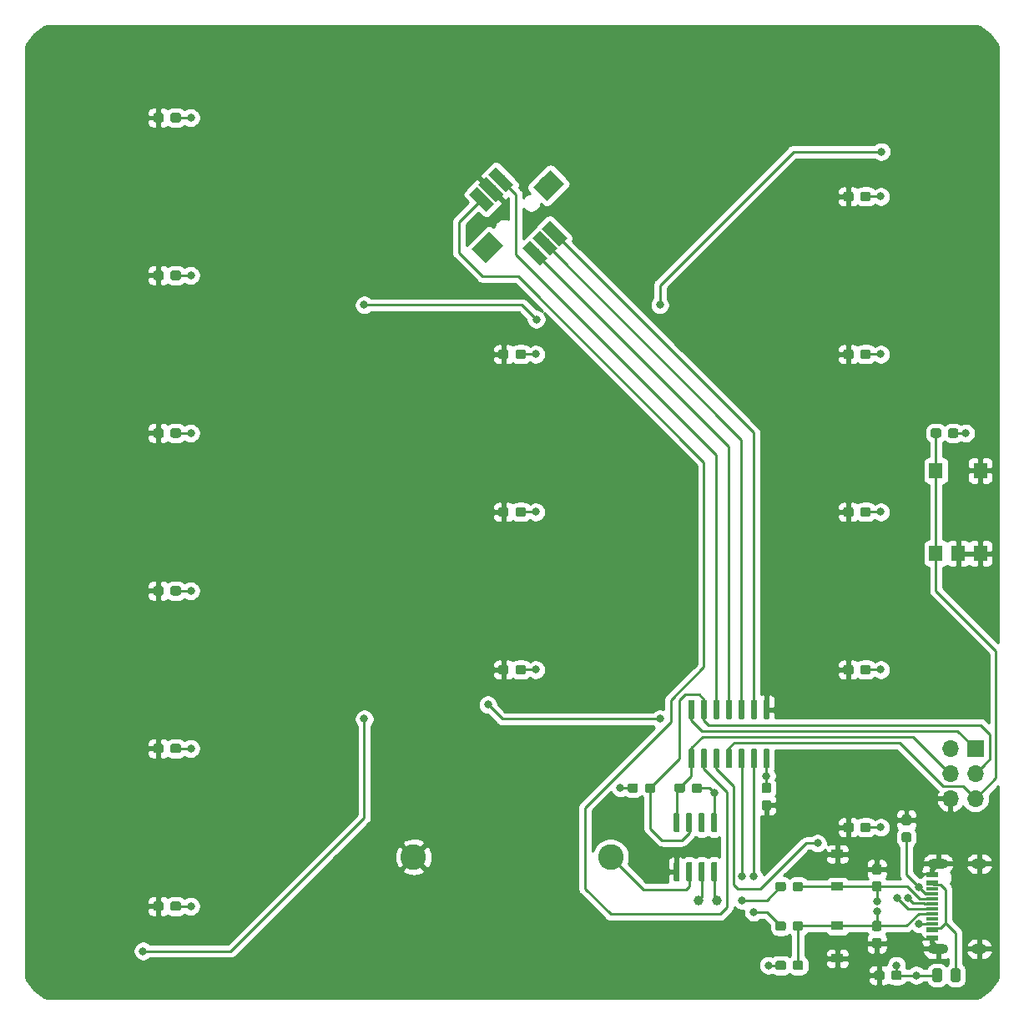
<source format=gbr>
G04 #@! TF.GenerationSoftware,KiCad,Pcbnew,5.1.2*
G04 #@! TF.CreationDate,2019-05-02T23:37:59-04:00*
G04 #@! TF.ProjectId,LED_Bar_Clock_2_Side_SMD,4c45445f-4261-4725-9f43-6c6f636b5f32,rev?*
G04 #@! TF.SameCoordinates,PX2faf080PY2faf080*
G04 #@! TF.FileFunction,Copper,L2,Bot*
G04 #@! TF.FilePolarity,Positive*
%FSLAX46Y46*%
G04 Gerber Fmt 4.6, Leading zero omitted, Abs format (unit mm)*
G04 Created by KiCad (PCBNEW 5.1.2) date 2019-05-02 23:37:59*
%MOMM*%
%LPD*%
G04 APERTURE LIST*
%ADD10C,6.400000*%
%ADD11C,0.800000*%
%ADD12R,1.150000X0.600000*%
%ADD13O,1.600000X1.000000*%
%ADD14O,2.100000X1.000000*%
%ADD15R,1.150000X0.300000*%
%ADD16C,1.100000*%
%ADD17C,0.100000*%
%ADD18C,2.000000*%
%ADD19C,2.600000*%
%ADD20C,0.950000*%
%ADD21R,1.200000X0.900000*%
%ADD22C,0.975000*%
%ADD23R,1.700000X1.700000*%
%ADD24O,1.700000X1.700000*%
%ADD25R,1.400000X1.600000*%
%ADD26C,0.600000*%
%ADD27C,1.000000*%
%ADD28C,0.250000*%
%ADD29C,0.500000*%
G04 APERTURE END LIST*
D10*
X5000000Y-66000000D03*
D11*
X7400000Y-66000000D03*
X6697056Y-67697056D03*
X5000000Y-68400000D03*
X3302944Y-67697056D03*
X2600000Y-66000000D03*
X3302944Y-64302944D03*
X5000000Y-63600000D03*
X6697056Y-64302944D03*
X96697056Y-64302944D03*
X95000000Y-63600000D03*
X93302944Y-64302944D03*
X92600000Y-66000000D03*
X93302944Y-67697056D03*
X95000000Y-68400000D03*
X96697056Y-67697056D03*
X97400000Y-66000000D03*
D10*
X95000000Y-66000000D03*
D12*
X92645000Y-93200000D03*
X92645000Y-92400000D03*
X92645000Y-86800000D03*
D13*
X97400000Y-85680000D03*
X97400000Y-94320000D03*
D14*
X93220000Y-85680000D03*
X93220000Y-94320000D03*
D12*
X92645000Y-87600000D03*
D15*
X92645000Y-88250000D03*
X92645000Y-88750000D03*
X92645000Y-89250000D03*
X92645000Y-89750000D03*
X92645000Y-90250000D03*
X92645000Y-90750000D03*
X92645000Y-91250000D03*
X92645000Y-91750000D03*
D16*
X54312311Y-21732412D03*
D17*
G36*
X53039519Y-21237437D02*
G01*
X53817336Y-20459620D01*
X55585103Y-22227387D01*
X54807286Y-23005204D01*
X53039519Y-21237437D01*
X53039519Y-21237437D01*
G37*
D16*
X52332412Y-23712311D03*
D17*
G36*
X51059620Y-23217336D02*
G01*
X51837437Y-22439519D01*
X53605204Y-24207286D01*
X52827387Y-24985103D01*
X51059620Y-23217336D01*
X51059620Y-23217336D01*
G37*
D16*
X53322361Y-22722361D03*
D17*
G36*
X52049569Y-22227386D02*
G01*
X52827386Y-21449569D01*
X54595153Y-23217336D01*
X53817336Y-23995153D01*
X52049569Y-22227386D01*
X52049569Y-22227386D01*
G37*
D18*
X47488730Y-23111270D03*
D17*
G36*
X45897740Y-23288047D02*
G01*
X47665507Y-21520280D01*
X49079720Y-22934493D01*
X47311953Y-24702260D01*
X45897740Y-23288047D01*
X45897740Y-23288047D01*
G37*
D18*
X53711270Y-16888730D03*
D17*
G36*
X52120280Y-17065507D02*
G01*
X53888047Y-15297740D01*
X55302260Y-16711953D01*
X53534493Y-18479720D01*
X52120280Y-17065507D01*
X52120280Y-17065507D01*
G37*
D16*
X47877639Y-17277639D03*
D17*
G36*
X49150431Y-17772614D02*
G01*
X48372614Y-18550431D01*
X46604847Y-16782664D01*
X47382664Y-16004847D01*
X49150431Y-17772614D01*
X49150431Y-17772614D01*
G37*
D16*
X48867588Y-16287689D03*
D17*
G36*
X50140380Y-16782664D02*
G01*
X49362563Y-17560481D01*
X47594796Y-15792714D01*
X48372613Y-15014897D01*
X50140380Y-16782664D01*
X50140380Y-16782664D01*
G37*
D16*
X46887689Y-18267588D03*
D17*
G36*
X48160481Y-18762563D02*
G01*
X47382664Y-19540380D01*
X45614897Y-17772613D01*
X46392714Y-16994796D01*
X48160481Y-18762563D01*
X48160481Y-18762563D01*
G37*
D19*
X60000000Y-85000000D03*
X40000000Y-85000000D03*
D17*
G36*
X76060779Y-79226144D02*
G01*
X76083834Y-79229563D01*
X76106443Y-79235227D01*
X76128387Y-79243079D01*
X76149457Y-79253044D01*
X76169448Y-79265026D01*
X76188168Y-79278910D01*
X76205438Y-79294562D01*
X76221090Y-79311832D01*
X76234974Y-79330552D01*
X76246956Y-79350543D01*
X76256921Y-79371613D01*
X76264773Y-79393557D01*
X76270437Y-79416166D01*
X76273856Y-79439221D01*
X76275000Y-79462500D01*
X76275000Y-80037500D01*
X76273856Y-80060779D01*
X76270437Y-80083834D01*
X76264773Y-80106443D01*
X76256921Y-80128387D01*
X76246956Y-80149457D01*
X76234974Y-80169448D01*
X76221090Y-80188168D01*
X76205438Y-80205438D01*
X76188168Y-80221090D01*
X76169448Y-80234974D01*
X76149457Y-80246956D01*
X76128387Y-80256921D01*
X76106443Y-80264773D01*
X76083834Y-80270437D01*
X76060779Y-80273856D01*
X76037500Y-80275000D01*
X75562500Y-80275000D01*
X75539221Y-80273856D01*
X75516166Y-80270437D01*
X75493557Y-80264773D01*
X75471613Y-80256921D01*
X75450543Y-80246956D01*
X75430552Y-80234974D01*
X75411832Y-80221090D01*
X75394562Y-80205438D01*
X75378910Y-80188168D01*
X75365026Y-80169448D01*
X75353044Y-80149457D01*
X75343079Y-80128387D01*
X75335227Y-80106443D01*
X75329563Y-80083834D01*
X75326144Y-80060779D01*
X75325000Y-80037500D01*
X75325000Y-79462500D01*
X75326144Y-79439221D01*
X75329563Y-79416166D01*
X75335227Y-79393557D01*
X75343079Y-79371613D01*
X75353044Y-79350543D01*
X75365026Y-79330552D01*
X75378910Y-79311832D01*
X75394562Y-79294562D01*
X75411832Y-79278910D01*
X75430552Y-79265026D01*
X75450543Y-79253044D01*
X75471613Y-79243079D01*
X75493557Y-79235227D01*
X75516166Y-79229563D01*
X75539221Y-79226144D01*
X75562500Y-79225000D01*
X76037500Y-79225000D01*
X76060779Y-79226144D01*
X76060779Y-79226144D01*
G37*
D20*
X75800000Y-79750000D03*
D17*
G36*
X76060779Y-77476144D02*
G01*
X76083834Y-77479563D01*
X76106443Y-77485227D01*
X76128387Y-77493079D01*
X76149457Y-77503044D01*
X76169448Y-77515026D01*
X76188168Y-77528910D01*
X76205438Y-77544562D01*
X76221090Y-77561832D01*
X76234974Y-77580552D01*
X76246956Y-77600543D01*
X76256921Y-77621613D01*
X76264773Y-77643557D01*
X76270437Y-77666166D01*
X76273856Y-77689221D01*
X76275000Y-77712500D01*
X76275000Y-78287500D01*
X76273856Y-78310779D01*
X76270437Y-78333834D01*
X76264773Y-78356443D01*
X76256921Y-78378387D01*
X76246956Y-78399457D01*
X76234974Y-78419448D01*
X76221090Y-78438168D01*
X76205438Y-78455438D01*
X76188168Y-78471090D01*
X76169448Y-78484974D01*
X76149457Y-78496956D01*
X76128387Y-78506921D01*
X76106443Y-78514773D01*
X76083834Y-78520437D01*
X76060779Y-78523856D01*
X76037500Y-78525000D01*
X75562500Y-78525000D01*
X75539221Y-78523856D01*
X75516166Y-78520437D01*
X75493557Y-78514773D01*
X75471613Y-78506921D01*
X75450543Y-78496956D01*
X75430552Y-78484974D01*
X75411832Y-78471090D01*
X75394562Y-78455438D01*
X75378910Y-78438168D01*
X75365026Y-78419448D01*
X75353044Y-78399457D01*
X75343079Y-78378387D01*
X75335227Y-78356443D01*
X75329563Y-78333834D01*
X75326144Y-78310779D01*
X75325000Y-78287500D01*
X75325000Y-77712500D01*
X75326144Y-77689221D01*
X75329563Y-77666166D01*
X75335227Y-77643557D01*
X75343079Y-77621613D01*
X75353044Y-77600543D01*
X75365026Y-77580552D01*
X75378910Y-77561832D01*
X75394562Y-77544562D01*
X75411832Y-77528910D01*
X75430552Y-77515026D01*
X75450543Y-77503044D01*
X75471613Y-77493079D01*
X75493557Y-77485227D01*
X75516166Y-77479563D01*
X75539221Y-77476144D01*
X75562500Y-77475000D01*
X76037500Y-77475000D01*
X76060779Y-77476144D01*
X76060779Y-77476144D01*
G37*
D20*
X75800000Y-78000000D03*
D17*
G36*
X87560779Y-96526144D02*
G01*
X87583834Y-96529563D01*
X87606443Y-96535227D01*
X87628387Y-96543079D01*
X87649457Y-96553044D01*
X87669448Y-96565026D01*
X87688168Y-96578910D01*
X87705438Y-96594562D01*
X87721090Y-96611832D01*
X87734974Y-96630552D01*
X87746956Y-96650543D01*
X87756921Y-96671613D01*
X87764773Y-96693557D01*
X87770437Y-96716166D01*
X87773856Y-96739221D01*
X87775000Y-96762500D01*
X87775000Y-97237500D01*
X87773856Y-97260779D01*
X87770437Y-97283834D01*
X87764773Y-97306443D01*
X87756921Y-97328387D01*
X87746956Y-97349457D01*
X87734974Y-97369448D01*
X87721090Y-97388168D01*
X87705438Y-97405438D01*
X87688168Y-97421090D01*
X87669448Y-97434974D01*
X87649457Y-97446956D01*
X87628387Y-97456921D01*
X87606443Y-97464773D01*
X87583834Y-97470437D01*
X87560779Y-97473856D01*
X87537500Y-97475000D01*
X86962500Y-97475000D01*
X86939221Y-97473856D01*
X86916166Y-97470437D01*
X86893557Y-97464773D01*
X86871613Y-97456921D01*
X86850543Y-97446956D01*
X86830552Y-97434974D01*
X86811832Y-97421090D01*
X86794562Y-97405438D01*
X86778910Y-97388168D01*
X86765026Y-97369448D01*
X86753044Y-97349457D01*
X86743079Y-97328387D01*
X86735227Y-97306443D01*
X86729563Y-97283834D01*
X86726144Y-97260779D01*
X86725000Y-97237500D01*
X86725000Y-96762500D01*
X86726144Y-96739221D01*
X86729563Y-96716166D01*
X86735227Y-96693557D01*
X86743079Y-96671613D01*
X86753044Y-96650543D01*
X86765026Y-96630552D01*
X86778910Y-96611832D01*
X86794562Y-96594562D01*
X86811832Y-96578910D01*
X86830552Y-96565026D01*
X86850543Y-96553044D01*
X86871613Y-96543079D01*
X86893557Y-96535227D01*
X86916166Y-96529563D01*
X86939221Y-96526144D01*
X86962500Y-96525000D01*
X87537500Y-96525000D01*
X87560779Y-96526144D01*
X87560779Y-96526144D01*
G37*
D20*
X87250000Y-97000000D03*
D17*
G36*
X89310779Y-96526144D02*
G01*
X89333834Y-96529563D01*
X89356443Y-96535227D01*
X89378387Y-96543079D01*
X89399457Y-96553044D01*
X89419448Y-96565026D01*
X89438168Y-96578910D01*
X89455438Y-96594562D01*
X89471090Y-96611832D01*
X89484974Y-96630552D01*
X89496956Y-96650543D01*
X89506921Y-96671613D01*
X89514773Y-96693557D01*
X89520437Y-96716166D01*
X89523856Y-96739221D01*
X89525000Y-96762500D01*
X89525000Y-97237500D01*
X89523856Y-97260779D01*
X89520437Y-97283834D01*
X89514773Y-97306443D01*
X89506921Y-97328387D01*
X89496956Y-97349457D01*
X89484974Y-97369448D01*
X89471090Y-97388168D01*
X89455438Y-97405438D01*
X89438168Y-97421090D01*
X89419448Y-97434974D01*
X89399457Y-97446956D01*
X89378387Y-97456921D01*
X89356443Y-97464773D01*
X89333834Y-97470437D01*
X89310779Y-97473856D01*
X89287500Y-97475000D01*
X88712500Y-97475000D01*
X88689221Y-97473856D01*
X88666166Y-97470437D01*
X88643557Y-97464773D01*
X88621613Y-97456921D01*
X88600543Y-97446956D01*
X88580552Y-97434974D01*
X88561832Y-97421090D01*
X88544562Y-97405438D01*
X88528910Y-97388168D01*
X88515026Y-97369448D01*
X88503044Y-97349457D01*
X88493079Y-97328387D01*
X88485227Y-97306443D01*
X88479563Y-97283834D01*
X88476144Y-97260779D01*
X88475000Y-97237500D01*
X88475000Y-96762500D01*
X88476144Y-96739221D01*
X88479563Y-96716166D01*
X88485227Y-96693557D01*
X88493079Y-96671613D01*
X88503044Y-96650543D01*
X88515026Y-96630552D01*
X88528910Y-96611832D01*
X88544562Y-96594562D01*
X88561832Y-96578910D01*
X88580552Y-96565026D01*
X88600543Y-96553044D01*
X88621613Y-96543079D01*
X88643557Y-96535227D01*
X88666166Y-96529563D01*
X88689221Y-96526144D01*
X88712500Y-96525000D01*
X89287500Y-96525000D01*
X89310779Y-96526144D01*
X89310779Y-96526144D01*
G37*
D20*
X89000000Y-97000000D03*
D17*
G36*
X14435779Y-9526144D02*
G01*
X14458834Y-9529563D01*
X14481443Y-9535227D01*
X14503387Y-9543079D01*
X14524457Y-9553044D01*
X14544448Y-9565026D01*
X14563168Y-9578910D01*
X14580438Y-9594562D01*
X14596090Y-9611832D01*
X14609974Y-9630552D01*
X14621956Y-9650543D01*
X14631921Y-9671613D01*
X14639773Y-9693557D01*
X14645437Y-9716166D01*
X14648856Y-9739221D01*
X14650000Y-9762500D01*
X14650000Y-10237500D01*
X14648856Y-10260779D01*
X14645437Y-10283834D01*
X14639773Y-10306443D01*
X14631921Y-10328387D01*
X14621956Y-10349457D01*
X14609974Y-10369448D01*
X14596090Y-10388168D01*
X14580438Y-10405438D01*
X14563168Y-10421090D01*
X14544448Y-10434974D01*
X14524457Y-10446956D01*
X14503387Y-10456921D01*
X14481443Y-10464773D01*
X14458834Y-10470437D01*
X14435779Y-10473856D01*
X14412500Y-10475000D01*
X13837500Y-10475000D01*
X13814221Y-10473856D01*
X13791166Y-10470437D01*
X13768557Y-10464773D01*
X13746613Y-10456921D01*
X13725543Y-10446956D01*
X13705552Y-10434974D01*
X13686832Y-10421090D01*
X13669562Y-10405438D01*
X13653910Y-10388168D01*
X13640026Y-10369448D01*
X13628044Y-10349457D01*
X13618079Y-10328387D01*
X13610227Y-10306443D01*
X13604563Y-10283834D01*
X13601144Y-10260779D01*
X13600000Y-10237500D01*
X13600000Y-9762500D01*
X13601144Y-9739221D01*
X13604563Y-9716166D01*
X13610227Y-9693557D01*
X13618079Y-9671613D01*
X13628044Y-9650543D01*
X13640026Y-9630552D01*
X13653910Y-9611832D01*
X13669562Y-9594562D01*
X13686832Y-9578910D01*
X13705552Y-9565026D01*
X13725543Y-9553044D01*
X13746613Y-9543079D01*
X13768557Y-9535227D01*
X13791166Y-9529563D01*
X13814221Y-9526144D01*
X13837500Y-9525000D01*
X14412500Y-9525000D01*
X14435779Y-9526144D01*
X14435779Y-9526144D01*
G37*
D20*
X14125000Y-10000000D03*
D17*
G36*
X16185779Y-9526144D02*
G01*
X16208834Y-9529563D01*
X16231443Y-9535227D01*
X16253387Y-9543079D01*
X16274457Y-9553044D01*
X16294448Y-9565026D01*
X16313168Y-9578910D01*
X16330438Y-9594562D01*
X16346090Y-9611832D01*
X16359974Y-9630552D01*
X16371956Y-9650543D01*
X16381921Y-9671613D01*
X16389773Y-9693557D01*
X16395437Y-9716166D01*
X16398856Y-9739221D01*
X16400000Y-9762500D01*
X16400000Y-10237500D01*
X16398856Y-10260779D01*
X16395437Y-10283834D01*
X16389773Y-10306443D01*
X16381921Y-10328387D01*
X16371956Y-10349457D01*
X16359974Y-10369448D01*
X16346090Y-10388168D01*
X16330438Y-10405438D01*
X16313168Y-10421090D01*
X16294448Y-10434974D01*
X16274457Y-10446956D01*
X16253387Y-10456921D01*
X16231443Y-10464773D01*
X16208834Y-10470437D01*
X16185779Y-10473856D01*
X16162500Y-10475000D01*
X15587500Y-10475000D01*
X15564221Y-10473856D01*
X15541166Y-10470437D01*
X15518557Y-10464773D01*
X15496613Y-10456921D01*
X15475543Y-10446956D01*
X15455552Y-10434974D01*
X15436832Y-10421090D01*
X15419562Y-10405438D01*
X15403910Y-10388168D01*
X15390026Y-10369448D01*
X15378044Y-10349457D01*
X15368079Y-10328387D01*
X15360227Y-10306443D01*
X15354563Y-10283834D01*
X15351144Y-10260779D01*
X15350000Y-10237500D01*
X15350000Y-9762500D01*
X15351144Y-9739221D01*
X15354563Y-9716166D01*
X15360227Y-9693557D01*
X15368079Y-9671613D01*
X15378044Y-9650543D01*
X15390026Y-9630552D01*
X15403910Y-9611832D01*
X15419562Y-9594562D01*
X15436832Y-9578910D01*
X15455552Y-9565026D01*
X15475543Y-9553044D01*
X15496613Y-9543079D01*
X15518557Y-9535227D01*
X15541166Y-9529563D01*
X15564221Y-9526144D01*
X15587500Y-9525000D01*
X16162500Y-9525000D01*
X16185779Y-9526144D01*
X16185779Y-9526144D01*
G37*
D20*
X15875000Y-10000000D03*
D17*
G36*
X16185779Y-25526144D02*
G01*
X16208834Y-25529563D01*
X16231443Y-25535227D01*
X16253387Y-25543079D01*
X16274457Y-25553044D01*
X16294448Y-25565026D01*
X16313168Y-25578910D01*
X16330438Y-25594562D01*
X16346090Y-25611832D01*
X16359974Y-25630552D01*
X16371956Y-25650543D01*
X16381921Y-25671613D01*
X16389773Y-25693557D01*
X16395437Y-25716166D01*
X16398856Y-25739221D01*
X16400000Y-25762500D01*
X16400000Y-26237500D01*
X16398856Y-26260779D01*
X16395437Y-26283834D01*
X16389773Y-26306443D01*
X16381921Y-26328387D01*
X16371956Y-26349457D01*
X16359974Y-26369448D01*
X16346090Y-26388168D01*
X16330438Y-26405438D01*
X16313168Y-26421090D01*
X16294448Y-26434974D01*
X16274457Y-26446956D01*
X16253387Y-26456921D01*
X16231443Y-26464773D01*
X16208834Y-26470437D01*
X16185779Y-26473856D01*
X16162500Y-26475000D01*
X15587500Y-26475000D01*
X15564221Y-26473856D01*
X15541166Y-26470437D01*
X15518557Y-26464773D01*
X15496613Y-26456921D01*
X15475543Y-26446956D01*
X15455552Y-26434974D01*
X15436832Y-26421090D01*
X15419562Y-26405438D01*
X15403910Y-26388168D01*
X15390026Y-26369448D01*
X15378044Y-26349457D01*
X15368079Y-26328387D01*
X15360227Y-26306443D01*
X15354563Y-26283834D01*
X15351144Y-26260779D01*
X15350000Y-26237500D01*
X15350000Y-25762500D01*
X15351144Y-25739221D01*
X15354563Y-25716166D01*
X15360227Y-25693557D01*
X15368079Y-25671613D01*
X15378044Y-25650543D01*
X15390026Y-25630552D01*
X15403910Y-25611832D01*
X15419562Y-25594562D01*
X15436832Y-25578910D01*
X15455552Y-25565026D01*
X15475543Y-25553044D01*
X15496613Y-25543079D01*
X15518557Y-25535227D01*
X15541166Y-25529563D01*
X15564221Y-25526144D01*
X15587500Y-25525000D01*
X16162500Y-25525000D01*
X16185779Y-25526144D01*
X16185779Y-25526144D01*
G37*
D20*
X15875000Y-26000000D03*
D17*
G36*
X14435779Y-25526144D02*
G01*
X14458834Y-25529563D01*
X14481443Y-25535227D01*
X14503387Y-25543079D01*
X14524457Y-25553044D01*
X14544448Y-25565026D01*
X14563168Y-25578910D01*
X14580438Y-25594562D01*
X14596090Y-25611832D01*
X14609974Y-25630552D01*
X14621956Y-25650543D01*
X14631921Y-25671613D01*
X14639773Y-25693557D01*
X14645437Y-25716166D01*
X14648856Y-25739221D01*
X14650000Y-25762500D01*
X14650000Y-26237500D01*
X14648856Y-26260779D01*
X14645437Y-26283834D01*
X14639773Y-26306443D01*
X14631921Y-26328387D01*
X14621956Y-26349457D01*
X14609974Y-26369448D01*
X14596090Y-26388168D01*
X14580438Y-26405438D01*
X14563168Y-26421090D01*
X14544448Y-26434974D01*
X14524457Y-26446956D01*
X14503387Y-26456921D01*
X14481443Y-26464773D01*
X14458834Y-26470437D01*
X14435779Y-26473856D01*
X14412500Y-26475000D01*
X13837500Y-26475000D01*
X13814221Y-26473856D01*
X13791166Y-26470437D01*
X13768557Y-26464773D01*
X13746613Y-26456921D01*
X13725543Y-26446956D01*
X13705552Y-26434974D01*
X13686832Y-26421090D01*
X13669562Y-26405438D01*
X13653910Y-26388168D01*
X13640026Y-26369448D01*
X13628044Y-26349457D01*
X13618079Y-26328387D01*
X13610227Y-26306443D01*
X13604563Y-26283834D01*
X13601144Y-26260779D01*
X13600000Y-26237500D01*
X13600000Y-25762500D01*
X13601144Y-25739221D01*
X13604563Y-25716166D01*
X13610227Y-25693557D01*
X13618079Y-25671613D01*
X13628044Y-25650543D01*
X13640026Y-25630552D01*
X13653910Y-25611832D01*
X13669562Y-25594562D01*
X13686832Y-25578910D01*
X13705552Y-25565026D01*
X13725543Y-25553044D01*
X13746613Y-25543079D01*
X13768557Y-25535227D01*
X13791166Y-25529563D01*
X13814221Y-25526144D01*
X13837500Y-25525000D01*
X14412500Y-25525000D01*
X14435779Y-25526144D01*
X14435779Y-25526144D01*
G37*
D20*
X14125000Y-26000000D03*
D17*
G36*
X14435779Y-41526144D02*
G01*
X14458834Y-41529563D01*
X14481443Y-41535227D01*
X14503387Y-41543079D01*
X14524457Y-41553044D01*
X14544448Y-41565026D01*
X14563168Y-41578910D01*
X14580438Y-41594562D01*
X14596090Y-41611832D01*
X14609974Y-41630552D01*
X14621956Y-41650543D01*
X14631921Y-41671613D01*
X14639773Y-41693557D01*
X14645437Y-41716166D01*
X14648856Y-41739221D01*
X14650000Y-41762500D01*
X14650000Y-42237500D01*
X14648856Y-42260779D01*
X14645437Y-42283834D01*
X14639773Y-42306443D01*
X14631921Y-42328387D01*
X14621956Y-42349457D01*
X14609974Y-42369448D01*
X14596090Y-42388168D01*
X14580438Y-42405438D01*
X14563168Y-42421090D01*
X14544448Y-42434974D01*
X14524457Y-42446956D01*
X14503387Y-42456921D01*
X14481443Y-42464773D01*
X14458834Y-42470437D01*
X14435779Y-42473856D01*
X14412500Y-42475000D01*
X13837500Y-42475000D01*
X13814221Y-42473856D01*
X13791166Y-42470437D01*
X13768557Y-42464773D01*
X13746613Y-42456921D01*
X13725543Y-42446956D01*
X13705552Y-42434974D01*
X13686832Y-42421090D01*
X13669562Y-42405438D01*
X13653910Y-42388168D01*
X13640026Y-42369448D01*
X13628044Y-42349457D01*
X13618079Y-42328387D01*
X13610227Y-42306443D01*
X13604563Y-42283834D01*
X13601144Y-42260779D01*
X13600000Y-42237500D01*
X13600000Y-41762500D01*
X13601144Y-41739221D01*
X13604563Y-41716166D01*
X13610227Y-41693557D01*
X13618079Y-41671613D01*
X13628044Y-41650543D01*
X13640026Y-41630552D01*
X13653910Y-41611832D01*
X13669562Y-41594562D01*
X13686832Y-41578910D01*
X13705552Y-41565026D01*
X13725543Y-41553044D01*
X13746613Y-41543079D01*
X13768557Y-41535227D01*
X13791166Y-41529563D01*
X13814221Y-41526144D01*
X13837500Y-41525000D01*
X14412500Y-41525000D01*
X14435779Y-41526144D01*
X14435779Y-41526144D01*
G37*
D20*
X14125000Y-42000000D03*
D17*
G36*
X16185779Y-41526144D02*
G01*
X16208834Y-41529563D01*
X16231443Y-41535227D01*
X16253387Y-41543079D01*
X16274457Y-41553044D01*
X16294448Y-41565026D01*
X16313168Y-41578910D01*
X16330438Y-41594562D01*
X16346090Y-41611832D01*
X16359974Y-41630552D01*
X16371956Y-41650543D01*
X16381921Y-41671613D01*
X16389773Y-41693557D01*
X16395437Y-41716166D01*
X16398856Y-41739221D01*
X16400000Y-41762500D01*
X16400000Y-42237500D01*
X16398856Y-42260779D01*
X16395437Y-42283834D01*
X16389773Y-42306443D01*
X16381921Y-42328387D01*
X16371956Y-42349457D01*
X16359974Y-42369448D01*
X16346090Y-42388168D01*
X16330438Y-42405438D01*
X16313168Y-42421090D01*
X16294448Y-42434974D01*
X16274457Y-42446956D01*
X16253387Y-42456921D01*
X16231443Y-42464773D01*
X16208834Y-42470437D01*
X16185779Y-42473856D01*
X16162500Y-42475000D01*
X15587500Y-42475000D01*
X15564221Y-42473856D01*
X15541166Y-42470437D01*
X15518557Y-42464773D01*
X15496613Y-42456921D01*
X15475543Y-42446956D01*
X15455552Y-42434974D01*
X15436832Y-42421090D01*
X15419562Y-42405438D01*
X15403910Y-42388168D01*
X15390026Y-42369448D01*
X15378044Y-42349457D01*
X15368079Y-42328387D01*
X15360227Y-42306443D01*
X15354563Y-42283834D01*
X15351144Y-42260779D01*
X15350000Y-42237500D01*
X15350000Y-41762500D01*
X15351144Y-41739221D01*
X15354563Y-41716166D01*
X15360227Y-41693557D01*
X15368079Y-41671613D01*
X15378044Y-41650543D01*
X15390026Y-41630552D01*
X15403910Y-41611832D01*
X15419562Y-41594562D01*
X15436832Y-41578910D01*
X15455552Y-41565026D01*
X15475543Y-41553044D01*
X15496613Y-41543079D01*
X15518557Y-41535227D01*
X15541166Y-41529563D01*
X15564221Y-41526144D01*
X15587500Y-41525000D01*
X16162500Y-41525000D01*
X16185779Y-41526144D01*
X16185779Y-41526144D01*
G37*
D20*
X15875000Y-42000000D03*
D17*
G36*
X16185779Y-57526144D02*
G01*
X16208834Y-57529563D01*
X16231443Y-57535227D01*
X16253387Y-57543079D01*
X16274457Y-57553044D01*
X16294448Y-57565026D01*
X16313168Y-57578910D01*
X16330438Y-57594562D01*
X16346090Y-57611832D01*
X16359974Y-57630552D01*
X16371956Y-57650543D01*
X16381921Y-57671613D01*
X16389773Y-57693557D01*
X16395437Y-57716166D01*
X16398856Y-57739221D01*
X16400000Y-57762500D01*
X16400000Y-58237500D01*
X16398856Y-58260779D01*
X16395437Y-58283834D01*
X16389773Y-58306443D01*
X16381921Y-58328387D01*
X16371956Y-58349457D01*
X16359974Y-58369448D01*
X16346090Y-58388168D01*
X16330438Y-58405438D01*
X16313168Y-58421090D01*
X16294448Y-58434974D01*
X16274457Y-58446956D01*
X16253387Y-58456921D01*
X16231443Y-58464773D01*
X16208834Y-58470437D01*
X16185779Y-58473856D01*
X16162500Y-58475000D01*
X15587500Y-58475000D01*
X15564221Y-58473856D01*
X15541166Y-58470437D01*
X15518557Y-58464773D01*
X15496613Y-58456921D01*
X15475543Y-58446956D01*
X15455552Y-58434974D01*
X15436832Y-58421090D01*
X15419562Y-58405438D01*
X15403910Y-58388168D01*
X15390026Y-58369448D01*
X15378044Y-58349457D01*
X15368079Y-58328387D01*
X15360227Y-58306443D01*
X15354563Y-58283834D01*
X15351144Y-58260779D01*
X15350000Y-58237500D01*
X15350000Y-57762500D01*
X15351144Y-57739221D01*
X15354563Y-57716166D01*
X15360227Y-57693557D01*
X15368079Y-57671613D01*
X15378044Y-57650543D01*
X15390026Y-57630552D01*
X15403910Y-57611832D01*
X15419562Y-57594562D01*
X15436832Y-57578910D01*
X15455552Y-57565026D01*
X15475543Y-57553044D01*
X15496613Y-57543079D01*
X15518557Y-57535227D01*
X15541166Y-57529563D01*
X15564221Y-57526144D01*
X15587500Y-57525000D01*
X16162500Y-57525000D01*
X16185779Y-57526144D01*
X16185779Y-57526144D01*
G37*
D20*
X15875000Y-58000000D03*
D17*
G36*
X14435779Y-57526144D02*
G01*
X14458834Y-57529563D01*
X14481443Y-57535227D01*
X14503387Y-57543079D01*
X14524457Y-57553044D01*
X14544448Y-57565026D01*
X14563168Y-57578910D01*
X14580438Y-57594562D01*
X14596090Y-57611832D01*
X14609974Y-57630552D01*
X14621956Y-57650543D01*
X14631921Y-57671613D01*
X14639773Y-57693557D01*
X14645437Y-57716166D01*
X14648856Y-57739221D01*
X14650000Y-57762500D01*
X14650000Y-58237500D01*
X14648856Y-58260779D01*
X14645437Y-58283834D01*
X14639773Y-58306443D01*
X14631921Y-58328387D01*
X14621956Y-58349457D01*
X14609974Y-58369448D01*
X14596090Y-58388168D01*
X14580438Y-58405438D01*
X14563168Y-58421090D01*
X14544448Y-58434974D01*
X14524457Y-58446956D01*
X14503387Y-58456921D01*
X14481443Y-58464773D01*
X14458834Y-58470437D01*
X14435779Y-58473856D01*
X14412500Y-58475000D01*
X13837500Y-58475000D01*
X13814221Y-58473856D01*
X13791166Y-58470437D01*
X13768557Y-58464773D01*
X13746613Y-58456921D01*
X13725543Y-58446956D01*
X13705552Y-58434974D01*
X13686832Y-58421090D01*
X13669562Y-58405438D01*
X13653910Y-58388168D01*
X13640026Y-58369448D01*
X13628044Y-58349457D01*
X13618079Y-58328387D01*
X13610227Y-58306443D01*
X13604563Y-58283834D01*
X13601144Y-58260779D01*
X13600000Y-58237500D01*
X13600000Y-57762500D01*
X13601144Y-57739221D01*
X13604563Y-57716166D01*
X13610227Y-57693557D01*
X13618079Y-57671613D01*
X13628044Y-57650543D01*
X13640026Y-57630552D01*
X13653910Y-57611832D01*
X13669562Y-57594562D01*
X13686832Y-57578910D01*
X13705552Y-57565026D01*
X13725543Y-57553044D01*
X13746613Y-57543079D01*
X13768557Y-57535227D01*
X13791166Y-57529563D01*
X13814221Y-57526144D01*
X13837500Y-57525000D01*
X14412500Y-57525000D01*
X14435779Y-57526144D01*
X14435779Y-57526144D01*
G37*
D20*
X14125000Y-58000000D03*
D17*
G36*
X14435779Y-73526144D02*
G01*
X14458834Y-73529563D01*
X14481443Y-73535227D01*
X14503387Y-73543079D01*
X14524457Y-73553044D01*
X14544448Y-73565026D01*
X14563168Y-73578910D01*
X14580438Y-73594562D01*
X14596090Y-73611832D01*
X14609974Y-73630552D01*
X14621956Y-73650543D01*
X14631921Y-73671613D01*
X14639773Y-73693557D01*
X14645437Y-73716166D01*
X14648856Y-73739221D01*
X14650000Y-73762500D01*
X14650000Y-74237500D01*
X14648856Y-74260779D01*
X14645437Y-74283834D01*
X14639773Y-74306443D01*
X14631921Y-74328387D01*
X14621956Y-74349457D01*
X14609974Y-74369448D01*
X14596090Y-74388168D01*
X14580438Y-74405438D01*
X14563168Y-74421090D01*
X14544448Y-74434974D01*
X14524457Y-74446956D01*
X14503387Y-74456921D01*
X14481443Y-74464773D01*
X14458834Y-74470437D01*
X14435779Y-74473856D01*
X14412500Y-74475000D01*
X13837500Y-74475000D01*
X13814221Y-74473856D01*
X13791166Y-74470437D01*
X13768557Y-74464773D01*
X13746613Y-74456921D01*
X13725543Y-74446956D01*
X13705552Y-74434974D01*
X13686832Y-74421090D01*
X13669562Y-74405438D01*
X13653910Y-74388168D01*
X13640026Y-74369448D01*
X13628044Y-74349457D01*
X13618079Y-74328387D01*
X13610227Y-74306443D01*
X13604563Y-74283834D01*
X13601144Y-74260779D01*
X13600000Y-74237500D01*
X13600000Y-73762500D01*
X13601144Y-73739221D01*
X13604563Y-73716166D01*
X13610227Y-73693557D01*
X13618079Y-73671613D01*
X13628044Y-73650543D01*
X13640026Y-73630552D01*
X13653910Y-73611832D01*
X13669562Y-73594562D01*
X13686832Y-73578910D01*
X13705552Y-73565026D01*
X13725543Y-73553044D01*
X13746613Y-73543079D01*
X13768557Y-73535227D01*
X13791166Y-73529563D01*
X13814221Y-73526144D01*
X13837500Y-73525000D01*
X14412500Y-73525000D01*
X14435779Y-73526144D01*
X14435779Y-73526144D01*
G37*
D20*
X14125000Y-74000000D03*
D17*
G36*
X16185779Y-73526144D02*
G01*
X16208834Y-73529563D01*
X16231443Y-73535227D01*
X16253387Y-73543079D01*
X16274457Y-73553044D01*
X16294448Y-73565026D01*
X16313168Y-73578910D01*
X16330438Y-73594562D01*
X16346090Y-73611832D01*
X16359974Y-73630552D01*
X16371956Y-73650543D01*
X16381921Y-73671613D01*
X16389773Y-73693557D01*
X16395437Y-73716166D01*
X16398856Y-73739221D01*
X16400000Y-73762500D01*
X16400000Y-74237500D01*
X16398856Y-74260779D01*
X16395437Y-74283834D01*
X16389773Y-74306443D01*
X16381921Y-74328387D01*
X16371956Y-74349457D01*
X16359974Y-74369448D01*
X16346090Y-74388168D01*
X16330438Y-74405438D01*
X16313168Y-74421090D01*
X16294448Y-74434974D01*
X16274457Y-74446956D01*
X16253387Y-74456921D01*
X16231443Y-74464773D01*
X16208834Y-74470437D01*
X16185779Y-74473856D01*
X16162500Y-74475000D01*
X15587500Y-74475000D01*
X15564221Y-74473856D01*
X15541166Y-74470437D01*
X15518557Y-74464773D01*
X15496613Y-74456921D01*
X15475543Y-74446956D01*
X15455552Y-74434974D01*
X15436832Y-74421090D01*
X15419562Y-74405438D01*
X15403910Y-74388168D01*
X15390026Y-74369448D01*
X15378044Y-74349457D01*
X15368079Y-74328387D01*
X15360227Y-74306443D01*
X15354563Y-74283834D01*
X15351144Y-74260779D01*
X15350000Y-74237500D01*
X15350000Y-73762500D01*
X15351144Y-73739221D01*
X15354563Y-73716166D01*
X15360227Y-73693557D01*
X15368079Y-73671613D01*
X15378044Y-73650543D01*
X15390026Y-73630552D01*
X15403910Y-73611832D01*
X15419562Y-73594562D01*
X15436832Y-73578910D01*
X15455552Y-73565026D01*
X15475543Y-73553044D01*
X15496613Y-73543079D01*
X15518557Y-73535227D01*
X15541166Y-73529563D01*
X15564221Y-73526144D01*
X15587500Y-73525000D01*
X16162500Y-73525000D01*
X16185779Y-73526144D01*
X16185779Y-73526144D01*
G37*
D20*
X15875000Y-74000000D03*
D17*
G36*
X16185779Y-89526144D02*
G01*
X16208834Y-89529563D01*
X16231443Y-89535227D01*
X16253387Y-89543079D01*
X16274457Y-89553044D01*
X16294448Y-89565026D01*
X16313168Y-89578910D01*
X16330438Y-89594562D01*
X16346090Y-89611832D01*
X16359974Y-89630552D01*
X16371956Y-89650543D01*
X16381921Y-89671613D01*
X16389773Y-89693557D01*
X16395437Y-89716166D01*
X16398856Y-89739221D01*
X16400000Y-89762500D01*
X16400000Y-90237500D01*
X16398856Y-90260779D01*
X16395437Y-90283834D01*
X16389773Y-90306443D01*
X16381921Y-90328387D01*
X16371956Y-90349457D01*
X16359974Y-90369448D01*
X16346090Y-90388168D01*
X16330438Y-90405438D01*
X16313168Y-90421090D01*
X16294448Y-90434974D01*
X16274457Y-90446956D01*
X16253387Y-90456921D01*
X16231443Y-90464773D01*
X16208834Y-90470437D01*
X16185779Y-90473856D01*
X16162500Y-90475000D01*
X15587500Y-90475000D01*
X15564221Y-90473856D01*
X15541166Y-90470437D01*
X15518557Y-90464773D01*
X15496613Y-90456921D01*
X15475543Y-90446956D01*
X15455552Y-90434974D01*
X15436832Y-90421090D01*
X15419562Y-90405438D01*
X15403910Y-90388168D01*
X15390026Y-90369448D01*
X15378044Y-90349457D01*
X15368079Y-90328387D01*
X15360227Y-90306443D01*
X15354563Y-90283834D01*
X15351144Y-90260779D01*
X15350000Y-90237500D01*
X15350000Y-89762500D01*
X15351144Y-89739221D01*
X15354563Y-89716166D01*
X15360227Y-89693557D01*
X15368079Y-89671613D01*
X15378044Y-89650543D01*
X15390026Y-89630552D01*
X15403910Y-89611832D01*
X15419562Y-89594562D01*
X15436832Y-89578910D01*
X15455552Y-89565026D01*
X15475543Y-89553044D01*
X15496613Y-89543079D01*
X15518557Y-89535227D01*
X15541166Y-89529563D01*
X15564221Y-89526144D01*
X15587500Y-89525000D01*
X16162500Y-89525000D01*
X16185779Y-89526144D01*
X16185779Y-89526144D01*
G37*
D20*
X15875000Y-90000000D03*
D17*
G36*
X14435779Y-89526144D02*
G01*
X14458834Y-89529563D01*
X14481443Y-89535227D01*
X14503387Y-89543079D01*
X14524457Y-89553044D01*
X14544448Y-89565026D01*
X14563168Y-89578910D01*
X14580438Y-89594562D01*
X14596090Y-89611832D01*
X14609974Y-89630552D01*
X14621956Y-89650543D01*
X14631921Y-89671613D01*
X14639773Y-89693557D01*
X14645437Y-89716166D01*
X14648856Y-89739221D01*
X14650000Y-89762500D01*
X14650000Y-90237500D01*
X14648856Y-90260779D01*
X14645437Y-90283834D01*
X14639773Y-90306443D01*
X14631921Y-90328387D01*
X14621956Y-90349457D01*
X14609974Y-90369448D01*
X14596090Y-90388168D01*
X14580438Y-90405438D01*
X14563168Y-90421090D01*
X14544448Y-90434974D01*
X14524457Y-90446956D01*
X14503387Y-90456921D01*
X14481443Y-90464773D01*
X14458834Y-90470437D01*
X14435779Y-90473856D01*
X14412500Y-90475000D01*
X13837500Y-90475000D01*
X13814221Y-90473856D01*
X13791166Y-90470437D01*
X13768557Y-90464773D01*
X13746613Y-90456921D01*
X13725543Y-90446956D01*
X13705552Y-90434974D01*
X13686832Y-90421090D01*
X13669562Y-90405438D01*
X13653910Y-90388168D01*
X13640026Y-90369448D01*
X13628044Y-90349457D01*
X13618079Y-90328387D01*
X13610227Y-90306443D01*
X13604563Y-90283834D01*
X13601144Y-90260779D01*
X13600000Y-90237500D01*
X13600000Y-89762500D01*
X13601144Y-89739221D01*
X13604563Y-89716166D01*
X13610227Y-89693557D01*
X13618079Y-89671613D01*
X13628044Y-89650543D01*
X13640026Y-89630552D01*
X13653910Y-89611832D01*
X13669562Y-89594562D01*
X13686832Y-89578910D01*
X13705552Y-89565026D01*
X13725543Y-89553044D01*
X13746613Y-89543079D01*
X13768557Y-89535227D01*
X13791166Y-89529563D01*
X13814221Y-89526144D01*
X13837500Y-89525000D01*
X14412500Y-89525000D01*
X14435779Y-89526144D01*
X14435779Y-89526144D01*
G37*
D20*
X14125000Y-90000000D03*
D17*
G36*
X51185779Y-33526144D02*
G01*
X51208834Y-33529563D01*
X51231443Y-33535227D01*
X51253387Y-33543079D01*
X51274457Y-33553044D01*
X51294448Y-33565026D01*
X51313168Y-33578910D01*
X51330438Y-33594562D01*
X51346090Y-33611832D01*
X51359974Y-33630552D01*
X51371956Y-33650543D01*
X51381921Y-33671613D01*
X51389773Y-33693557D01*
X51395437Y-33716166D01*
X51398856Y-33739221D01*
X51400000Y-33762500D01*
X51400000Y-34237500D01*
X51398856Y-34260779D01*
X51395437Y-34283834D01*
X51389773Y-34306443D01*
X51381921Y-34328387D01*
X51371956Y-34349457D01*
X51359974Y-34369448D01*
X51346090Y-34388168D01*
X51330438Y-34405438D01*
X51313168Y-34421090D01*
X51294448Y-34434974D01*
X51274457Y-34446956D01*
X51253387Y-34456921D01*
X51231443Y-34464773D01*
X51208834Y-34470437D01*
X51185779Y-34473856D01*
X51162500Y-34475000D01*
X50587500Y-34475000D01*
X50564221Y-34473856D01*
X50541166Y-34470437D01*
X50518557Y-34464773D01*
X50496613Y-34456921D01*
X50475543Y-34446956D01*
X50455552Y-34434974D01*
X50436832Y-34421090D01*
X50419562Y-34405438D01*
X50403910Y-34388168D01*
X50390026Y-34369448D01*
X50378044Y-34349457D01*
X50368079Y-34328387D01*
X50360227Y-34306443D01*
X50354563Y-34283834D01*
X50351144Y-34260779D01*
X50350000Y-34237500D01*
X50350000Y-33762500D01*
X50351144Y-33739221D01*
X50354563Y-33716166D01*
X50360227Y-33693557D01*
X50368079Y-33671613D01*
X50378044Y-33650543D01*
X50390026Y-33630552D01*
X50403910Y-33611832D01*
X50419562Y-33594562D01*
X50436832Y-33578910D01*
X50455552Y-33565026D01*
X50475543Y-33553044D01*
X50496613Y-33543079D01*
X50518557Y-33535227D01*
X50541166Y-33529563D01*
X50564221Y-33526144D01*
X50587500Y-33525000D01*
X51162500Y-33525000D01*
X51185779Y-33526144D01*
X51185779Y-33526144D01*
G37*
D20*
X50875000Y-34000000D03*
D17*
G36*
X49435779Y-33526144D02*
G01*
X49458834Y-33529563D01*
X49481443Y-33535227D01*
X49503387Y-33543079D01*
X49524457Y-33553044D01*
X49544448Y-33565026D01*
X49563168Y-33578910D01*
X49580438Y-33594562D01*
X49596090Y-33611832D01*
X49609974Y-33630552D01*
X49621956Y-33650543D01*
X49631921Y-33671613D01*
X49639773Y-33693557D01*
X49645437Y-33716166D01*
X49648856Y-33739221D01*
X49650000Y-33762500D01*
X49650000Y-34237500D01*
X49648856Y-34260779D01*
X49645437Y-34283834D01*
X49639773Y-34306443D01*
X49631921Y-34328387D01*
X49621956Y-34349457D01*
X49609974Y-34369448D01*
X49596090Y-34388168D01*
X49580438Y-34405438D01*
X49563168Y-34421090D01*
X49544448Y-34434974D01*
X49524457Y-34446956D01*
X49503387Y-34456921D01*
X49481443Y-34464773D01*
X49458834Y-34470437D01*
X49435779Y-34473856D01*
X49412500Y-34475000D01*
X48837500Y-34475000D01*
X48814221Y-34473856D01*
X48791166Y-34470437D01*
X48768557Y-34464773D01*
X48746613Y-34456921D01*
X48725543Y-34446956D01*
X48705552Y-34434974D01*
X48686832Y-34421090D01*
X48669562Y-34405438D01*
X48653910Y-34388168D01*
X48640026Y-34369448D01*
X48628044Y-34349457D01*
X48618079Y-34328387D01*
X48610227Y-34306443D01*
X48604563Y-34283834D01*
X48601144Y-34260779D01*
X48600000Y-34237500D01*
X48600000Y-33762500D01*
X48601144Y-33739221D01*
X48604563Y-33716166D01*
X48610227Y-33693557D01*
X48618079Y-33671613D01*
X48628044Y-33650543D01*
X48640026Y-33630552D01*
X48653910Y-33611832D01*
X48669562Y-33594562D01*
X48686832Y-33578910D01*
X48705552Y-33565026D01*
X48725543Y-33553044D01*
X48746613Y-33543079D01*
X48768557Y-33535227D01*
X48791166Y-33529563D01*
X48814221Y-33526144D01*
X48837500Y-33525000D01*
X49412500Y-33525000D01*
X49435779Y-33526144D01*
X49435779Y-33526144D01*
G37*
D20*
X49125000Y-34000000D03*
D17*
G36*
X49435779Y-49526144D02*
G01*
X49458834Y-49529563D01*
X49481443Y-49535227D01*
X49503387Y-49543079D01*
X49524457Y-49553044D01*
X49544448Y-49565026D01*
X49563168Y-49578910D01*
X49580438Y-49594562D01*
X49596090Y-49611832D01*
X49609974Y-49630552D01*
X49621956Y-49650543D01*
X49631921Y-49671613D01*
X49639773Y-49693557D01*
X49645437Y-49716166D01*
X49648856Y-49739221D01*
X49650000Y-49762500D01*
X49650000Y-50237500D01*
X49648856Y-50260779D01*
X49645437Y-50283834D01*
X49639773Y-50306443D01*
X49631921Y-50328387D01*
X49621956Y-50349457D01*
X49609974Y-50369448D01*
X49596090Y-50388168D01*
X49580438Y-50405438D01*
X49563168Y-50421090D01*
X49544448Y-50434974D01*
X49524457Y-50446956D01*
X49503387Y-50456921D01*
X49481443Y-50464773D01*
X49458834Y-50470437D01*
X49435779Y-50473856D01*
X49412500Y-50475000D01*
X48837500Y-50475000D01*
X48814221Y-50473856D01*
X48791166Y-50470437D01*
X48768557Y-50464773D01*
X48746613Y-50456921D01*
X48725543Y-50446956D01*
X48705552Y-50434974D01*
X48686832Y-50421090D01*
X48669562Y-50405438D01*
X48653910Y-50388168D01*
X48640026Y-50369448D01*
X48628044Y-50349457D01*
X48618079Y-50328387D01*
X48610227Y-50306443D01*
X48604563Y-50283834D01*
X48601144Y-50260779D01*
X48600000Y-50237500D01*
X48600000Y-49762500D01*
X48601144Y-49739221D01*
X48604563Y-49716166D01*
X48610227Y-49693557D01*
X48618079Y-49671613D01*
X48628044Y-49650543D01*
X48640026Y-49630552D01*
X48653910Y-49611832D01*
X48669562Y-49594562D01*
X48686832Y-49578910D01*
X48705552Y-49565026D01*
X48725543Y-49553044D01*
X48746613Y-49543079D01*
X48768557Y-49535227D01*
X48791166Y-49529563D01*
X48814221Y-49526144D01*
X48837500Y-49525000D01*
X49412500Y-49525000D01*
X49435779Y-49526144D01*
X49435779Y-49526144D01*
G37*
D20*
X49125000Y-50000000D03*
D17*
G36*
X51185779Y-49526144D02*
G01*
X51208834Y-49529563D01*
X51231443Y-49535227D01*
X51253387Y-49543079D01*
X51274457Y-49553044D01*
X51294448Y-49565026D01*
X51313168Y-49578910D01*
X51330438Y-49594562D01*
X51346090Y-49611832D01*
X51359974Y-49630552D01*
X51371956Y-49650543D01*
X51381921Y-49671613D01*
X51389773Y-49693557D01*
X51395437Y-49716166D01*
X51398856Y-49739221D01*
X51400000Y-49762500D01*
X51400000Y-50237500D01*
X51398856Y-50260779D01*
X51395437Y-50283834D01*
X51389773Y-50306443D01*
X51381921Y-50328387D01*
X51371956Y-50349457D01*
X51359974Y-50369448D01*
X51346090Y-50388168D01*
X51330438Y-50405438D01*
X51313168Y-50421090D01*
X51294448Y-50434974D01*
X51274457Y-50446956D01*
X51253387Y-50456921D01*
X51231443Y-50464773D01*
X51208834Y-50470437D01*
X51185779Y-50473856D01*
X51162500Y-50475000D01*
X50587500Y-50475000D01*
X50564221Y-50473856D01*
X50541166Y-50470437D01*
X50518557Y-50464773D01*
X50496613Y-50456921D01*
X50475543Y-50446956D01*
X50455552Y-50434974D01*
X50436832Y-50421090D01*
X50419562Y-50405438D01*
X50403910Y-50388168D01*
X50390026Y-50369448D01*
X50378044Y-50349457D01*
X50368079Y-50328387D01*
X50360227Y-50306443D01*
X50354563Y-50283834D01*
X50351144Y-50260779D01*
X50350000Y-50237500D01*
X50350000Y-49762500D01*
X50351144Y-49739221D01*
X50354563Y-49716166D01*
X50360227Y-49693557D01*
X50368079Y-49671613D01*
X50378044Y-49650543D01*
X50390026Y-49630552D01*
X50403910Y-49611832D01*
X50419562Y-49594562D01*
X50436832Y-49578910D01*
X50455552Y-49565026D01*
X50475543Y-49553044D01*
X50496613Y-49543079D01*
X50518557Y-49535227D01*
X50541166Y-49529563D01*
X50564221Y-49526144D01*
X50587500Y-49525000D01*
X51162500Y-49525000D01*
X51185779Y-49526144D01*
X51185779Y-49526144D01*
G37*
D20*
X50875000Y-50000000D03*
D17*
G36*
X49435779Y-65526144D02*
G01*
X49458834Y-65529563D01*
X49481443Y-65535227D01*
X49503387Y-65543079D01*
X49524457Y-65553044D01*
X49544448Y-65565026D01*
X49563168Y-65578910D01*
X49580438Y-65594562D01*
X49596090Y-65611832D01*
X49609974Y-65630552D01*
X49621956Y-65650543D01*
X49631921Y-65671613D01*
X49639773Y-65693557D01*
X49645437Y-65716166D01*
X49648856Y-65739221D01*
X49650000Y-65762500D01*
X49650000Y-66237500D01*
X49648856Y-66260779D01*
X49645437Y-66283834D01*
X49639773Y-66306443D01*
X49631921Y-66328387D01*
X49621956Y-66349457D01*
X49609974Y-66369448D01*
X49596090Y-66388168D01*
X49580438Y-66405438D01*
X49563168Y-66421090D01*
X49544448Y-66434974D01*
X49524457Y-66446956D01*
X49503387Y-66456921D01*
X49481443Y-66464773D01*
X49458834Y-66470437D01*
X49435779Y-66473856D01*
X49412500Y-66475000D01*
X48837500Y-66475000D01*
X48814221Y-66473856D01*
X48791166Y-66470437D01*
X48768557Y-66464773D01*
X48746613Y-66456921D01*
X48725543Y-66446956D01*
X48705552Y-66434974D01*
X48686832Y-66421090D01*
X48669562Y-66405438D01*
X48653910Y-66388168D01*
X48640026Y-66369448D01*
X48628044Y-66349457D01*
X48618079Y-66328387D01*
X48610227Y-66306443D01*
X48604563Y-66283834D01*
X48601144Y-66260779D01*
X48600000Y-66237500D01*
X48600000Y-65762500D01*
X48601144Y-65739221D01*
X48604563Y-65716166D01*
X48610227Y-65693557D01*
X48618079Y-65671613D01*
X48628044Y-65650543D01*
X48640026Y-65630552D01*
X48653910Y-65611832D01*
X48669562Y-65594562D01*
X48686832Y-65578910D01*
X48705552Y-65565026D01*
X48725543Y-65553044D01*
X48746613Y-65543079D01*
X48768557Y-65535227D01*
X48791166Y-65529563D01*
X48814221Y-65526144D01*
X48837500Y-65525000D01*
X49412500Y-65525000D01*
X49435779Y-65526144D01*
X49435779Y-65526144D01*
G37*
D20*
X49125000Y-66000000D03*
D17*
G36*
X51185779Y-65526144D02*
G01*
X51208834Y-65529563D01*
X51231443Y-65535227D01*
X51253387Y-65543079D01*
X51274457Y-65553044D01*
X51294448Y-65565026D01*
X51313168Y-65578910D01*
X51330438Y-65594562D01*
X51346090Y-65611832D01*
X51359974Y-65630552D01*
X51371956Y-65650543D01*
X51381921Y-65671613D01*
X51389773Y-65693557D01*
X51395437Y-65716166D01*
X51398856Y-65739221D01*
X51400000Y-65762500D01*
X51400000Y-66237500D01*
X51398856Y-66260779D01*
X51395437Y-66283834D01*
X51389773Y-66306443D01*
X51381921Y-66328387D01*
X51371956Y-66349457D01*
X51359974Y-66369448D01*
X51346090Y-66388168D01*
X51330438Y-66405438D01*
X51313168Y-66421090D01*
X51294448Y-66434974D01*
X51274457Y-66446956D01*
X51253387Y-66456921D01*
X51231443Y-66464773D01*
X51208834Y-66470437D01*
X51185779Y-66473856D01*
X51162500Y-66475000D01*
X50587500Y-66475000D01*
X50564221Y-66473856D01*
X50541166Y-66470437D01*
X50518557Y-66464773D01*
X50496613Y-66456921D01*
X50475543Y-66446956D01*
X50455552Y-66434974D01*
X50436832Y-66421090D01*
X50419562Y-66405438D01*
X50403910Y-66388168D01*
X50390026Y-66369448D01*
X50378044Y-66349457D01*
X50368079Y-66328387D01*
X50360227Y-66306443D01*
X50354563Y-66283834D01*
X50351144Y-66260779D01*
X50350000Y-66237500D01*
X50350000Y-65762500D01*
X50351144Y-65739221D01*
X50354563Y-65716166D01*
X50360227Y-65693557D01*
X50368079Y-65671613D01*
X50378044Y-65650543D01*
X50390026Y-65630552D01*
X50403910Y-65611832D01*
X50419562Y-65594562D01*
X50436832Y-65578910D01*
X50455552Y-65565026D01*
X50475543Y-65553044D01*
X50496613Y-65543079D01*
X50518557Y-65535227D01*
X50541166Y-65529563D01*
X50564221Y-65526144D01*
X50587500Y-65525000D01*
X51162500Y-65525000D01*
X51185779Y-65526144D01*
X51185779Y-65526144D01*
G37*
D20*
X50875000Y-66000000D03*
D17*
G36*
X86185779Y-17526144D02*
G01*
X86208834Y-17529563D01*
X86231443Y-17535227D01*
X86253387Y-17543079D01*
X86274457Y-17553044D01*
X86294448Y-17565026D01*
X86313168Y-17578910D01*
X86330438Y-17594562D01*
X86346090Y-17611832D01*
X86359974Y-17630552D01*
X86371956Y-17650543D01*
X86381921Y-17671613D01*
X86389773Y-17693557D01*
X86395437Y-17716166D01*
X86398856Y-17739221D01*
X86400000Y-17762500D01*
X86400000Y-18237500D01*
X86398856Y-18260779D01*
X86395437Y-18283834D01*
X86389773Y-18306443D01*
X86381921Y-18328387D01*
X86371956Y-18349457D01*
X86359974Y-18369448D01*
X86346090Y-18388168D01*
X86330438Y-18405438D01*
X86313168Y-18421090D01*
X86294448Y-18434974D01*
X86274457Y-18446956D01*
X86253387Y-18456921D01*
X86231443Y-18464773D01*
X86208834Y-18470437D01*
X86185779Y-18473856D01*
X86162500Y-18475000D01*
X85587500Y-18475000D01*
X85564221Y-18473856D01*
X85541166Y-18470437D01*
X85518557Y-18464773D01*
X85496613Y-18456921D01*
X85475543Y-18446956D01*
X85455552Y-18434974D01*
X85436832Y-18421090D01*
X85419562Y-18405438D01*
X85403910Y-18388168D01*
X85390026Y-18369448D01*
X85378044Y-18349457D01*
X85368079Y-18328387D01*
X85360227Y-18306443D01*
X85354563Y-18283834D01*
X85351144Y-18260779D01*
X85350000Y-18237500D01*
X85350000Y-17762500D01*
X85351144Y-17739221D01*
X85354563Y-17716166D01*
X85360227Y-17693557D01*
X85368079Y-17671613D01*
X85378044Y-17650543D01*
X85390026Y-17630552D01*
X85403910Y-17611832D01*
X85419562Y-17594562D01*
X85436832Y-17578910D01*
X85455552Y-17565026D01*
X85475543Y-17553044D01*
X85496613Y-17543079D01*
X85518557Y-17535227D01*
X85541166Y-17529563D01*
X85564221Y-17526144D01*
X85587500Y-17525000D01*
X86162500Y-17525000D01*
X86185779Y-17526144D01*
X86185779Y-17526144D01*
G37*
D20*
X85875000Y-18000000D03*
D17*
G36*
X84435779Y-17526144D02*
G01*
X84458834Y-17529563D01*
X84481443Y-17535227D01*
X84503387Y-17543079D01*
X84524457Y-17553044D01*
X84544448Y-17565026D01*
X84563168Y-17578910D01*
X84580438Y-17594562D01*
X84596090Y-17611832D01*
X84609974Y-17630552D01*
X84621956Y-17650543D01*
X84631921Y-17671613D01*
X84639773Y-17693557D01*
X84645437Y-17716166D01*
X84648856Y-17739221D01*
X84650000Y-17762500D01*
X84650000Y-18237500D01*
X84648856Y-18260779D01*
X84645437Y-18283834D01*
X84639773Y-18306443D01*
X84631921Y-18328387D01*
X84621956Y-18349457D01*
X84609974Y-18369448D01*
X84596090Y-18388168D01*
X84580438Y-18405438D01*
X84563168Y-18421090D01*
X84544448Y-18434974D01*
X84524457Y-18446956D01*
X84503387Y-18456921D01*
X84481443Y-18464773D01*
X84458834Y-18470437D01*
X84435779Y-18473856D01*
X84412500Y-18475000D01*
X83837500Y-18475000D01*
X83814221Y-18473856D01*
X83791166Y-18470437D01*
X83768557Y-18464773D01*
X83746613Y-18456921D01*
X83725543Y-18446956D01*
X83705552Y-18434974D01*
X83686832Y-18421090D01*
X83669562Y-18405438D01*
X83653910Y-18388168D01*
X83640026Y-18369448D01*
X83628044Y-18349457D01*
X83618079Y-18328387D01*
X83610227Y-18306443D01*
X83604563Y-18283834D01*
X83601144Y-18260779D01*
X83600000Y-18237500D01*
X83600000Y-17762500D01*
X83601144Y-17739221D01*
X83604563Y-17716166D01*
X83610227Y-17693557D01*
X83618079Y-17671613D01*
X83628044Y-17650543D01*
X83640026Y-17630552D01*
X83653910Y-17611832D01*
X83669562Y-17594562D01*
X83686832Y-17578910D01*
X83705552Y-17565026D01*
X83725543Y-17553044D01*
X83746613Y-17543079D01*
X83768557Y-17535227D01*
X83791166Y-17529563D01*
X83814221Y-17526144D01*
X83837500Y-17525000D01*
X84412500Y-17525000D01*
X84435779Y-17526144D01*
X84435779Y-17526144D01*
G37*
D20*
X84125000Y-18000000D03*
D17*
G36*
X84435779Y-33526144D02*
G01*
X84458834Y-33529563D01*
X84481443Y-33535227D01*
X84503387Y-33543079D01*
X84524457Y-33553044D01*
X84544448Y-33565026D01*
X84563168Y-33578910D01*
X84580438Y-33594562D01*
X84596090Y-33611832D01*
X84609974Y-33630552D01*
X84621956Y-33650543D01*
X84631921Y-33671613D01*
X84639773Y-33693557D01*
X84645437Y-33716166D01*
X84648856Y-33739221D01*
X84650000Y-33762500D01*
X84650000Y-34237500D01*
X84648856Y-34260779D01*
X84645437Y-34283834D01*
X84639773Y-34306443D01*
X84631921Y-34328387D01*
X84621956Y-34349457D01*
X84609974Y-34369448D01*
X84596090Y-34388168D01*
X84580438Y-34405438D01*
X84563168Y-34421090D01*
X84544448Y-34434974D01*
X84524457Y-34446956D01*
X84503387Y-34456921D01*
X84481443Y-34464773D01*
X84458834Y-34470437D01*
X84435779Y-34473856D01*
X84412500Y-34475000D01*
X83837500Y-34475000D01*
X83814221Y-34473856D01*
X83791166Y-34470437D01*
X83768557Y-34464773D01*
X83746613Y-34456921D01*
X83725543Y-34446956D01*
X83705552Y-34434974D01*
X83686832Y-34421090D01*
X83669562Y-34405438D01*
X83653910Y-34388168D01*
X83640026Y-34369448D01*
X83628044Y-34349457D01*
X83618079Y-34328387D01*
X83610227Y-34306443D01*
X83604563Y-34283834D01*
X83601144Y-34260779D01*
X83600000Y-34237500D01*
X83600000Y-33762500D01*
X83601144Y-33739221D01*
X83604563Y-33716166D01*
X83610227Y-33693557D01*
X83618079Y-33671613D01*
X83628044Y-33650543D01*
X83640026Y-33630552D01*
X83653910Y-33611832D01*
X83669562Y-33594562D01*
X83686832Y-33578910D01*
X83705552Y-33565026D01*
X83725543Y-33553044D01*
X83746613Y-33543079D01*
X83768557Y-33535227D01*
X83791166Y-33529563D01*
X83814221Y-33526144D01*
X83837500Y-33525000D01*
X84412500Y-33525000D01*
X84435779Y-33526144D01*
X84435779Y-33526144D01*
G37*
D20*
X84125000Y-34000000D03*
D17*
G36*
X86185779Y-33526144D02*
G01*
X86208834Y-33529563D01*
X86231443Y-33535227D01*
X86253387Y-33543079D01*
X86274457Y-33553044D01*
X86294448Y-33565026D01*
X86313168Y-33578910D01*
X86330438Y-33594562D01*
X86346090Y-33611832D01*
X86359974Y-33630552D01*
X86371956Y-33650543D01*
X86381921Y-33671613D01*
X86389773Y-33693557D01*
X86395437Y-33716166D01*
X86398856Y-33739221D01*
X86400000Y-33762500D01*
X86400000Y-34237500D01*
X86398856Y-34260779D01*
X86395437Y-34283834D01*
X86389773Y-34306443D01*
X86381921Y-34328387D01*
X86371956Y-34349457D01*
X86359974Y-34369448D01*
X86346090Y-34388168D01*
X86330438Y-34405438D01*
X86313168Y-34421090D01*
X86294448Y-34434974D01*
X86274457Y-34446956D01*
X86253387Y-34456921D01*
X86231443Y-34464773D01*
X86208834Y-34470437D01*
X86185779Y-34473856D01*
X86162500Y-34475000D01*
X85587500Y-34475000D01*
X85564221Y-34473856D01*
X85541166Y-34470437D01*
X85518557Y-34464773D01*
X85496613Y-34456921D01*
X85475543Y-34446956D01*
X85455552Y-34434974D01*
X85436832Y-34421090D01*
X85419562Y-34405438D01*
X85403910Y-34388168D01*
X85390026Y-34369448D01*
X85378044Y-34349457D01*
X85368079Y-34328387D01*
X85360227Y-34306443D01*
X85354563Y-34283834D01*
X85351144Y-34260779D01*
X85350000Y-34237500D01*
X85350000Y-33762500D01*
X85351144Y-33739221D01*
X85354563Y-33716166D01*
X85360227Y-33693557D01*
X85368079Y-33671613D01*
X85378044Y-33650543D01*
X85390026Y-33630552D01*
X85403910Y-33611832D01*
X85419562Y-33594562D01*
X85436832Y-33578910D01*
X85455552Y-33565026D01*
X85475543Y-33553044D01*
X85496613Y-33543079D01*
X85518557Y-33535227D01*
X85541166Y-33529563D01*
X85564221Y-33526144D01*
X85587500Y-33525000D01*
X86162500Y-33525000D01*
X86185779Y-33526144D01*
X86185779Y-33526144D01*
G37*
D20*
X85875000Y-34000000D03*
D17*
G36*
X86185779Y-49526144D02*
G01*
X86208834Y-49529563D01*
X86231443Y-49535227D01*
X86253387Y-49543079D01*
X86274457Y-49553044D01*
X86294448Y-49565026D01*
X86313168Y-49578910D01*
X86330438Y-49594562D01*
X86346090Y-49611832D01*
X86359974Y-49630552D01*
X86371956Y-49650543D01*
X86381921Y-49671613D01*
X86389773Y-49693557D01*
X86395437Y-49716166D01*
X86398856Y-49739221D01*
X86400000Y-49762500D01*
X86400000Y-50237500D01*
X86398856Y-50260779D01*
X86395437Y-50283834D01*
X86389773Y-50306443D01*
X86381921Y-50328387D01*
X86371956Y-50349457D01*
X86359974Y-50369448D01*
X86346090Y-50388168D01*
X86330438Y-50405438D01*
X86313168Y-50421090D01*
X86294448Y-50434974D01*
X86274457Y-50446956D01*
X86253387Y-50456921D01*
X86231443Y-50464773D01*
X86208834Y-50470437D01*
X86185779Y-50473856D01*
X86162500Y-50475000D01*
X85587500Y-50475000D01*
X85564221Y-50473856D01*
X85541166Y-50470437D01*
X85518557Y-50464773D01*
X85496613Y-50456921D01*
X85475543Y-50446956D01*
X85455552Y-50434974D01*
X85436832Y-50421090D01*
X85419562Y-50405438D01*
X85403910Y-50388168D01*
X85390026Y-50369448D01*
X85378044Y-50349457D01*
X85368079Y-50328387D01*
X85360227Y-50306443D01*
X85354563Y-50283834D01*
X85351144Y-50260779D01*
X85350000Y-50237500D01*
X85350000Y-49762500D01*
X85351144Y-49739221D01*
X85354563Y-49716166D01*
X85360227Y-49693557D01*
X85368079Y-49671613D01*
X85378044Y-49650543D01*
X85390026Y-49630552D01*
X85403910Y-49611832D01*
X85419562Y-49594562D01*
X85436832Y-49578910D01*
X85455552Y-49565026D01*
X85475543Y-49553044D01*
X85496613Y-49543079D01*
X85518557Y-49535227D01*
X85541166Y-49529563D01*
X85564221Y-49526144D01*
X85587500Y-49525000D01*
X86162500Y-49525000D01*
X86185779Y-49526144D01*
X86185779Y-49526144D01*
G37*
D20*
X85875000Y-50000000D03*
D17*
G36*
X84435779Y-49526144D02*
G01*
X84458834Y-49529563D01*
X84481443Y-49535227D01*
X84503387Y-49543079D01*
X84524457Y-49553044D01*
X84544448Y-49565026D01*
X84563168Y-49578910D01*
X84580438Y-49594562D01*
X84596090Y-49611832D01*
X84609974Y-49630552D01*
X84621956Y-49650543D01*
X84631921Y-49671613D01*
X84639773Y-49693557D01*
X84645437Y-49716166D01*
X84648856Y-49739221D01*
X84650000Y-49762500D01*
X84650000Y-50237500D01*
X84648856Y-50260779D01*
X84645437Y-50283834D01*
X84639773Y-50306443D01*
X84631921Y-50328387D01*
X84621956Y-50349457D01*
X84609974Y-50369448D01*
X84596090Y-50388168D01*
X84580438Y-50405438D01*
X84563168Y-50421090D01*
X84544448Y-50434974D01*
X84524457Y-50446956D01*
X84503387Y-50456921D01*
X84481443Y-50464773D01*
X84458834Y-50470437D01*
X84435779Y-50473856D01*
X84412500Y-50475000D01*
X83837500Y-50475000D01*
X83814221Y-50473856D01*
X83791166Y-50470437D01*
X83768557Y-50464773D01*
X83746613Y-50456921D01*
X83725543Y-50446956D01*
X83705552Y-50434974D01*
X83686832Y-50421090D01*
X83669562Y-50405438D01*
X83653910Y-50388168D01*
X83640026Y-50369448D01*
X83628044Y-50349457D01*
X83618079Y-50328387D01*
X83610227Y-50306443D01*
X83604563Y-50283834D01*
X83601144Y-50260779D01*
X83600000Y-50237500D01*
X83600000Y-49762500D01*
X83601144Y-49739221D01*
X83604563Y-49716166D01*
X83610227Y-49693557D01*
X83618079Y-49671613D01*
X83628044Y-49650543D01*
X83640026Y-49630552D01*
X83653910Y-49611832D01*
X83669562Y-49594562D01*
X83686832Y-49578910D01*
X83705552Y-49565026D01*
X83725543Y-49553044D01*
X83746613Y-49543079D01*
X83768557Y-49535227D01*
X83791166Y-49529563D01*
X83814221Y-49526144D01*
X83837500Y-49525000D01*
X84412500Y-49525000D01*
X84435779Y-49526144D01*
X84435779Y-49526144D01*
G37*
D20*
X84125000Y-50000000D03*
D17*
G36*
X86185779Y-65526144D02*
G01*
X86208834Y-65529563D01*
X86231443Y-65535227D01*
X86253387Y-65543079D01*
X86274457Y-65553044D01*
X86294448Y-65565026D01*
X86313168Y-65578910D01*
X86330438Y-65594562D01*
X86346090Y-65611832D01*
X86359974Y-65630552D01*
X86371956Y-65650543D01*
X86381921Y-65671613D01*
X86389773Y-65693557D01*
X86395437Y-65716166D01*
X86398856Y-65739221D01*
X86400000Y-65762500D01*
X86400000Y-66237500D01*
X86398856Y-66260779D01*
X86395437Y-66283834D01*
X86389773Y-66306443D01*
X86381921Y-66328387D01*
X86371956Y-66349457D01*
X86359974Y-66369448D01*
X86346090Y-66388168D01*
X86330438Y-66405438D01*
X86313168Y-66421090D01*
X86294448Y-66434974D01*
X86274457Y-66446956D01*
X86253387Y-66456921D01*
X86231443Y-66464773D01*
X86208834Y-66470437D01*
X86185779Y-66473856D01*
X86162500Y-66475000D01*
X85587500Y-66475000D01*
X85564221Y-66473856D01*
X85541166Y-66470437D01*
X85518557Y-66464773D01*
X85496613Y-66456921D01*
X85475543Y-66446956D01*
X85455552Y-66434974D01*
X85436832Y-66421090D01*
X85419562Y-66405438D01*
X85403910Y-66388168D01*
X85390026Y-66369448D01*
X85378044Y-66349457D01*
X85368079Y-66328387D01*
X85360227Y-66306443D01*
X85354563Y-66283834D01*
X85351144Y-66260779D01*
X85350000Y-66237500D01*
X85350000Y-65762500D01*
X85351144Y-65739221D01*
X85354563Y-65716166D01*
X85360227Y-65693557D01*
X85368079Y-65671613D01*
X85378044Y-65650543D01*
X85390026Y-65630552D01*
X85403910Y-65611832D01*
X85419562Y-65594562D01*
X85436832Y-65578910D01*
X85455552Y-65565026D01*
X85475543Y-65553044D01*
X85496613Y-65543079D01*
X85518557Y-65535227D01*
X85541166Y-65529563D01*
X85564221Y-65526144D01*
X85587500Y-65525000D01*
X86162500Y-65525000D01*
X86185779Y-65526144D01*
X86185779Y-65526144D01*
G37*
D20*
X85875000Y-66000000D03*
D17*
G36*
X84435779Y-65526144D02*
G01*
X84458834Y-65529563D01*
X84481443Y-65535227D01*
X84503387Y-65543079D01*
X84524457Y-65553044D01*
X84544448Y-65565026D01*
X84563168Y-65578910D01*
X84580438Y-65594562D01*
X84596090Y-65611832D01*
X84609974Y-65630552D01*
X84621956Y-65650543D01*
X84631921Y-65671613D01*
X84639773Y-65693557D01*
X84645437Y-65716166D01*
X84648856Y-65739221D01*
X84650000Y-65762500D01*
X84650000Y-66237500D01*
X84648856Y-66260779D01*
X84645437Y-66283834D01*
X84639773Y-66306443D01*
X84631921Y-66328387D01*
X84621956Y-66349457D01*
X84609974Y-66369448D01*
X84596090Y-66388168D01*
X84580438Y-66405438D01*
X84563168Y-66421090D01*
X84544448Y-66434974D01*
X84524457Y-66446956D01*
X84503387Y-66456921D01*
X84481443Y-66464773D01*
X84458834Y-66470437D01*
X84435779Y-66473856D01*
X84412500Y-66475000D01*
X83837500Y-66475000D01*
X83814221Y-66473856D01*
X83791166Y-66470437D01*
X83768557Y-66464773D01*
X83746613Y-66456921D01*
X83725543Y-66446956D01*
X83705552Y-66434974D01*
X83686832Y-66421090D01*
X83669562Y-66405438D01*
X83653910Y-66388168D01*
X83640026Y-66369448D01*
X83628044Y-66349457D01*
X83618079Y-66328387D01*
X83610227Y-66306443D01*
X83604563Y-66283834D01*
X83601144Y-66260779D01*
X83600000Y-66237500D01*
X83600000Y-65762500D01*
X83601144Y-65739221D01*
X83604563Y-65716166D01*
X83610227Y-65693557D01*
X83618079Y-65671613D01*
X83628044Y-65650543D01*
X83640026Y-65630552D01*
X83653910Y-65611832D01*
X83669562Y-65594562D01*
X83686832Y-65578910D01*
X83705552Y-65565026D01*
X83725543Y-65553044D01*
X83746613Y-65543079D01*
X83768557Y-65535227D01*
X83791166Y-65529563D01*
X83814221Y-65526144D01*
X83837500Y-65525000D01*
X84412500Y-65525000D01*
X84435779Y-65526144D01*
X84435779Y-65526144D01*
G37*
D20*
X84125000Y-66000000D03*
D17*
G36*
X84435779Y-81526144D02*
G01*
X84458834Y-81529563D01*
X84481443Y-81535227D01*
X84503387Y-81543079D01*
X84524457Y-81553044D01*
X84544448Y-81565026D01*
X84563168Y-81578910D01*
X84580438Y-81594562D01*
X84596090Y-81611832D01*
X84609974Y-81630552D01*
X84621956Y-81650543D01*
X84631921Y-81671613D01*
X84639773Y-81693557D01*
X84645437Y-81716166D01*
X84648856Y-81739221D01*
X84650000Y-81762500D01*
X84650000Y-82237500D01*
X84648856Y-82260779D01*
X84645437Y-82283834D01*
X84639773Y-82306443D01*
X84631921Y-82328387D01*
X84621956Y-82349457D01*
X84609974Y-82369448D01*
X84596090Y-82388168D01*
X84580438Y-82405438D01*
X84563168Y-82421090D01*
X84544448Y-82434974D01*
X84524457Y-82446956D01*
X84503387Y-82456921D01*
X84481443Y-82464773D01*
X84458834Y-82470437D01*
X84435779Y-82473856D01*
X84412500Y-82475000D01*
X83837500Y-82475000D01*
X83814221Y-82473856D01*
X83791166Y-82470437D01*
X83768557Y-82464773D01*
X83746613Y-82456921D01*
X83725543Y-82446956D01*
X83705552Y-82434974D01*
X83686832Y-82421090D01*
X83669562Y-82405438D01*
X83653910Y-82388168D01*
X83640026Y-82369448D01*
X83628044Y-82349457D01*
X83618079Y-82328387D01*
X83610227Y-82306443D01*
X83604563Y-82283834D01*
X83601144Y-82260779D01*
X83600000Y-82237500D01*
X83600000Y-81762500D01*
X83601144Y-81739221D01*
X83604563Y-81716166D01*
X83610227Y-81693557D01*
X83618079Y-81671613D01*
X83628044Y-81650543D01*
X83640026Y-81630552D01*
X83653910Y-81611832D01*
X83669562Y-81594562D01*
X83686832Y-81578910D01*
X83705552Y-81565026D01*
X83725543Y-81553044D01*
X83746613Y-81543079D01*
X83768557Y-81535227D01*
X83791166Y-81529563D01*
X83814221Y-81526144D01*
X83837500Y-81525000D01*
X84412500Y-81525000D01*
X84435779Y-81526144D01*
X84435779Y-81526144D01*
G37*
D20*
X84125000Y-82000000D03*
D17*
G36*
X86185779Y-81526144D02*
G01*
X86208834Y-81529563D01*
X86231443Y-81535227D01*
X86253387Y-81543079D01*
X86274457Y-81553044D01*
X86294448Y-81565026D01*
X86313168Y-81578910D01*
X86330438Y-81594562D01*
X86346090Y-81611832D01*
X86359974Y-81630552D01*
X86371956Y-81650543D01*
X86381921Y-81671613D01*
X86389773Y-81693557D01*
X86395437Y-81716166D01*
X86398856Y-81739221D01*
X86400000Y-81762500D01*
X86400000Y-82237500D01*
X86398856Y-82260779D01*
X86395437Y-82283834D01*
X86389773Y-82306443D01*
X86381921Y-82328387D01*
X86371956Y-82349457D01*
X86359974Y-82369448D01*
X86346090Y-82388168D01*
X86330438Y-82405438D01*
X86313168Y-82421090D01*
X86294448Y-82434974D01*
X86274457Y-82446956D01*
X86253387Y-82456921D01*
X86231443Y-82464773D01*
X86208834Y-82470437D01*
X86185779Y-82473856D01*
X86162500Y-82475000D01*
X85587500Y-82475000D01*
X85564221Y-82473856D01*
X85541166Y-82470437D01*
X85518557Y-82464773D01*
X85496613Y-82456921D01*
X85475543Y-82446956D01*
X85455552Y-82434974D01*
X85436832Y-82421090D01*
X85419562Y-82405438D01*
X85403910Y-82388168D01*
X85390026Y-82369448D01*
X85378044Y-82349457D01*
X85368079Y-82328387D01*
X85360227Y-82306443D01*
X85354563Y-82283834D01*
X85351144Y-82260779D01*
X85350000Y-82237500D01*
X85350000Y-81762500D01*
X85351144Y-81739221D01*
X85354563Y-81716166D01*
X85360227Y-81693557D01*
X85368079Y-81671613D01*
X85378044Y-81650543D01*
X85390026Y-81630552D01*
X85403910Y-81611832D01*
X85419562Y-81594562D01*
X85436832Y-81578910D01*
X85455552Y-81565026D01*
X85475543Y-81553044D01*
X85496613Y-81543079D01*
X85518557Y-81535227D01*
X85541166Y-81529563D01*
X85564221Y-81526144D01*
X85587500Y-81525000D01*
X86162500Y-81525000D01*
X86185779Y-81526144D01*
X86185779Y-81526144D01*
G37*
D20*
X85875000Y-82000000D03*
D21*
X83000000Y-88000000D03*
X83000000Y-84700000D03*
X83000000Y-95300000D03*
X83000000Y-92000000D03*
D17*
G36*
X93392642Y-96301174D02*
G01*
X93416303Y-96304684D01*
X93439507Y-96310496D01*
X93462029Y-96318554D01*
X93483653Y-96328782D01*
X93504170Y-96341079D01*
X93523383Y-96355329D01*
X93541107Y-96371393D01*
X93557171Y-96389117D01*
X93571421Y-96408330D01*
X93583718Y-96428847D01*
X93593946Y-96450471D01*
X93602004Y-96472993D01*
X93607816Y-96496197D01*
X93611326Y-96519858D01*
X93612500Y-96543750D01*
X93612500Y-97456250D01*
X93611326Y-97480142D01*
X93607816Y-97503803D01*
X93602004Y-97527007D01*
X93593946Y-97549529D01*
X93583718Y-97571153D01*
X93571421Y-97591670D01*
X93557171Y-97610883D01*
X93541107Y-97628607D01*
X93523383Y-97644671D01*
X93504170Y-97658921D01*
X93483653Y-97671218D01*
X93462029Y-97681446D01*
X93439507Y-97689504D01*
X93416303Y-97695316D01*
X93392642Y-97698826D01*
X93368750Y-97700000D01*
X92881250Y-97700000D01*
X92857358Y-97698826D01*
X92833697Y-97695316D01*
X92810493Y-97689504D01*
X92787971Y-97681446D01*
X92766347Y-97671218D01*
X92745830Y-97658921D01*
X92726617Y-97644671D01*
X92708893Y-97628607D01*
X92692829Y-97610883D01*
X92678579Y-97591670D01*
X92666282Y-97571153D01*
X92656054Y-97549529D01*
X92647996Y-97527007D01*
X92642184Y-97503803D01*
X92638674Y-97480142D01*
X92637500Y-97456250D01*
X92637500Y-96543750D01*
X92638674Y-96519858D01*
X92642184Y-96496197D01*
X92647996Y-96472993D01*
X92656054Y-96450471D01*
X92666282Y-96428847D01*
X92678579Y-96408330D01*
X92692829Y-96389117D01*
X92708893Y-96371393D01*
X92726617Y-96355329D01*
X92745830Y-96341079D01*
X92766347Y-96328782D01*
X92787971Y-96318554D01*
X92810493Y-96310496D01*
X92833697Y-96304684D01*
X92857358Y-96301174D01*
X92881250Y-96300000D01*
X93368750Y-96300000D01*
X93392642Y-96301174D01*
X93392642Y-96301174D01*
G37*
D22*
X93125000Y-97000000D03*
D17*
G36*
X95267642Y-96301174D02*
G01*
X95291303Y-96304684D01*
X95314507Y-96310496D01*
X95337029Y-96318554D01*
X95358653Y-96328782D01*
X95379170Y-96341079D01*
X95398383Y-96355329D01*
X95416107Y-96371393D01*
X95432171Y-96389117D01*
X95446421Y-96408330D01*
X95458718Y-96428847D01*
X95468946Y-96450471D01*
X95477004Y-96472993D01*
X95482816Y-96496197D01*
X95486326Y-96519858D01*
X95487500Y-96543750D01*
X95487500Y-97456250D01*
X95486326Y-97480142D01*
X95482816Y-97503803D01*
X95477004Y-97527007D01*
X95468946Y-97549529D01*
X95458718Y-97571153D01*
X95446421Y-97591670D01*
X95432171Y-97610883D01*
X95416107Y-97628607D01*
X95398383Y-97644671D01*
X95379170Y-97658921D01*
X95358653Y-97671218D01*
X95337029Y-97681446D01*
X95314507Y-97689504D01*
X95291303Y-97695316D01*
X95267642Y-97698826D01*
X95243750Y-97700000D01*
X94756250Y-97700000D01*
X94732358Y-97698826D01*
X94708697Y-97695316D01*
X94685493Y-97689504D01*
X94662971Y-97681446D01*
X94641347Y-97671218D01*
X94620830Y-97658921D01*
X94601617Y-97644671D01*
X94583893Y-97628607D01*
X94567829Y-97610883D01*
X94553579Y-97591670D01*
X94541282Y-97571153D01*
X94531054Y-97549529D01*
X94522996Y-97527007D01*
X94517184Y-97503803D01*
X94513674Y-97480142D01*
X94512500Y-97456250D01*
X94512500Y-96543750D01*
X94513674Y-96519858D01*
X94517184Y-96496197D01*
X94522996Y-96472993D01*
X94531054Y-96450471D01*
X94541282Y-96428847D01*
X94553579Y-96408330D01*
X94567829Y-96389117D01*
X94583893Y-96371393D01*
X94601617Y-96355329D01*
X94620830Y-96341079D01*
X94641347Y-96328782D01*
X94662971Y-96318554D01*
X94685493Y-96310496D01*
X94708697Y-96304684D01*
X94732358Y-96301174D01*
X94756250Y-96300000D01*
X95243750Y-96300000D01*
X95267642Y-96301174D01*
X95267642Y-96301174D01*
G37*
D22*
X95000000Y-97000000D03*
D23*
X97000000Y-74000000D03*
D24*
X94460000Y-74000000D03*
X97000000Y-76540000D03*
X94460000Y-76540000D03*
X97000000Y-79080000D03*
X94460000Y-79080000D03*
D17*
G36*
X77560779Y-95526144D02*
G01*
X77583834Y-95529563D01*
X77606443Y-95535227D01*
X77628387Y-95543079D01*
X77649457Y-95553044D01*
X77669448Y-95565026D01*
X77688168Y-95578910D01*
X77705438Y-95594562D01*
X77721090Y-95611832D01*
X77734974Y-95630552D01*
X77746956Y-95650543D01*
X77756921Y-95671613D01*
X77764773Y-95693557D01*
X77770437Y-95716166D01*
X77773856Y-95739221D01*
X77775000Y-95762500D01*
X77775000Y-96237500D01*
X77773856Y-96260779D01*
X77770437Y-96283834D01*
X77764773Y-96306443D01*
X77756921Y-96328387D01*
X77746956Y-96349457D01*
X77734974Y-96369448D01*
X77721090Y-96388168D01*
X77705438Y-96405438D01*
X77688168Y-96421090D01*
X77669448Y-96434974D01*
X77649457Y-96446956D01*
X77628387Y-96456921D01*
X77606443Y-96464773D01*
X77583834Y-96470437D01*
X77560779Y-96473856D01*
X77537500Y-96475000D01*
X76962500Y-96475000D01*
X76939221Y-96473856D01*
X76916166Y-96470437D01*
X76893557Y-96464773D01*
X76871613Y-96456921D01*
X76850543Y-96446956D01*
X76830552Y-96434974D01*
X76811832Y-96421090D01*
X76794562Y-96405438D01*
X76778910Y-96388168D01*
X76765026Y-96369448D01*
X76753044Y-96349457D01*
X76743079Y-96328387D01*
X76735227Y-96306443D01*
X76729563Y-96283834D01*
X76726144Y-96260779D01*
X76725000Y-96237500D01*
X76725000Y-95762500D01*
X76726144Y-95739221D01*
X76729563Y-95716166D01*
X76735227Y-95693557D01*
X76743079Y-95671613D01*
X76753044Y-95650543D01*
X76765026Y-95630552D01*
X76778910Y-95611832D01*
X76794562Y-95594562D01*
X76811832Y-95578910D01*
X76830552Y-95565026D01*
X76850543Y-95553044D01*
X76871613Y-95543079D01*
X76893557Y-95535227D01*
X76916166Y-95529563D01*
X76939221Y-95526144D01*
X76962500Y-95525000D01*
X77537500Y-95525000D01*
X77560779Y-95526144D01*
X77560779Y-95526144D01*
G37*
D20*
X77250000Y-96000000D03*
D17*
G36*
X79310779Y-95526144D02*
G01*
X79333834Y-95529563D01*
X79356443Y-95535227D01*
X79378387Y-95543079D01*
X79399457Y-95553044D01*
X79419448Y-95565026D01*
X79438168Y-95578910D01*
X79455438Y-95594562D01*
X79471090Y-95611832D01*
X79484974Y-95630552D01*
X79496956Y-95650543D01*
X79506921Y-95671613D01*
X79514773Y-95693557D01*
X79520437Y-95716166D01*
X79523856Y-95739221D01*
X79525000Y-95762500D01*
X79525000Y-96237500D01*
X79523856Y-96260779D01*
X79520437Y-96283834D01*
X79514773Y-96306443D01*
X79506921Y-96328387D01*
X79496956Y-96349457D01*
X79484974Y-96369448D01*
X79471090Y-96388168D01*
X79455438Y-96405438D01*
X79438168Y-96421090D01*
X79419448Y-96434974D01*
X79399457Y-96446956D01*
X79378387Y-96456921D01*
X79356443Y-96464773D01*
X79333834Y-96470437D01*
X79310779Y-96473856D01*
X79287500Y-96475000D01*
X78712500Y-96475000D01*
X78689221Y-96473856D01*
X78666166Y-96470437D01*
X78643557Y-96464773D01*
X78621613Y-96456921D01*
X78600543Y-96446956D01*
X78580552Y-96434974D01*
X78561832Y-96421090D01*
X78544562Y-96405438D01*
X78528910Y-96388168D01*
X78515026Y-96369448D01*
X78503044Y-96349457D01*
X78493079Y-96328387D01*
X78485227Y-96306443D01*
X78479563Y-96283834D01*
X78476144Y-96260779D01*
X78475000Y-96237500D01*
X78475000Y-95762500D01*
X78476144Y-95739221D01*
X78479563Y-95716166D01*
X78485227Y-95693557D01*
X78493079Y-95671613D01*
X78503044Y-95650543D01*
X78515026Y-95630552D01*
X78528910Y-95611832D01*
X78544562Y-95594562D01*
X78561832Y-95578910D01*
X78580552Y-95565026D01*
X78600543Y-95553044D01*
X78621613Y-95543079D01*
X78643557Y-95535227D01*
X78666166Y-95529563D01*
X78689221Y-95526144D01*
X78712500Y-95525000D01*
X79287500Y-95525000D01*
X79310779Y-95526144D01*
X79310779Y-95526144D01*
G37*
D20*
X79000000Y-96000000D03*
D17*
G36*
X77560779Y-91526144D02*
G01*
X77583834Y-91529563D01*
X77606443Y-91535227D01*
X77628387Y-91543079D01*
X77649457Y-91553044D01*
X77669448Y-91565026D01*
X77688168Y-91578910D01*
X77705438Y-91594562D01*
X77721090Y-91611832D01*
X77734974Y-91630552D01*
X77746956Y-91650543D01*
X77756921Y-91671613D01*
X77764773Y-91693557D01*
X77770437Y-91716166D01*
X77773856Y-91739221D01*
X77775000Y-91762500D01*
X77775000Y-92237500D01*
X77773856Y-92260779D01*
X77770437Y-92283834D01*
X77764773Y-92306443D01*
X77756921Y-92328387D01*
X77746956Y-92349457D01*
X77734974Y-92369448D01*
X77721090Y-92388168D01*
X77705438Y-92405438D01*
X77688168Y-92421090D01*
X77669448Y-92434974D01*
X77649457Y-92446956D01*
X77628387Y-92456921D01*
X77606443Y-92464773D01*
X77583834Y-92470437D01*
X77560779Y-92473856D01*
X77537500Y-92475000D01*
X76962500Y-92475000D01*
X76939221Y-92473856D01*
X76916166Y-92470437D01*
X76893557Y-92464773D01*
X76871613Y-92456921D01*
X76850543Y-92446956D01*
X76830552Y-92434974D01*
X76811832Y-92421090D01*
X76794562Y-92405438D01*
X76778910Y-92388168D01*
X76765026Y-92369448D01*
X76753044Y-92349457D01*
X76743079Y-92328387D01*
X76735227Y-92306443D01*
X76729563Y-92283834D01*
X76726144Y-92260779D01*
X76725000Y-92237500D01*
X76725000Y-91762500D01*
X76726144Y-91739221D01*
X76729563Y-91716166D01*
X76735227Y-91693557D01*
X76743079Y-91671613D01*
X76753044Y-91650543D01*
X76765026Y-91630552D01*
X76778910Y-91611832D01*
X76794562Y-91594562D01*
X76811832Y-91578910D01*
X76830552Y-91565026D01*
X76850543Y-91553044D01*
X76871613Y-91543079D01*
X76893557Y-91535227D01*
X76916166Y-91529563D01*
X76939221Y-91526144D01*
X76962500Y-91525000D01*
X77537500Y-91525000D01*
X77560779Y-91526144D01*
X77560779Y-91526144D01*
G37*
D20*
X77250000Y-92000000D03*
D17*
G36*
X79310779Y-91526144D02*
G01*
X79333834Y-91529563D01*
X79356443Y-91535227D01*
X79378387Y-91543079D01*
X79399457Y-91553044D01*
X79419448Y-91565026D01*
X79438168Y-91578910D01*
X79455438Y-91594562D01*
X79471090Y-91611832D01*
X79484974Y-91630552D01*
X79496956Y-91650543D01*
X79506921Y-91671613D01*
X79514773Y-91693557D01*
X79520437Y-91716166D01*
X79523856Y-91739221D01*
X79525000Y-91762500D01*
X79525000Y-92237500D01*
X79523856Y-92260779D01*
X79520437Y-92283834D01*
X79514773Y-92306443D01*
X79506921Y-92328387D01*
X79496956Y-92349457D01*
X79484974Y-92369448D01*
X79471090Y-92388168D01*
X79455438Y-92405438D01*
X79438168Y-92421090D01*
X79419448Y-92434974D01*
X79399457Y-92446956D01*
X79378387Y-92456921D01*
X79356443Y-92464773D01*
X79333834Y-92470437D01*
X79310779Y-92473856D01*
X79287500Y-92475000D01*
X78712500Y-92475000D01*
X78689221Y-92473856D01*
X78666166Y-92470437D01*
X78643557Y-92464773D01*
X78621613Y-92456921D01*
X78600543Y-92446956D01*
X78580552Y-92434974D01*
X78561832Y-92421090D01*
X78544562Y-92405438D01*
X78528910Y-92388168D01*
X78515026Y-92369448D01*
X78503044Y-92349457D01*
X78493079Y-92328387D01*
X78485227Y-92306443D01*
X78479563Y-92283834D01*
X78476144Y-92260779D01*
X78475000Y-92237500D01*
X78475000Y-91762500D01*
X78476144Y-91739221D01*
X78479563Y-91716166D01*
X78485227Y-91693557D01*
X78493079Y-91671613D01*
X78503044Y-91650543D01*
X78515026Y-91630552D01*
X78528910Y-91611832D01*
X78544562Y-91594562D01*
X78561832Y-91578910D01*
X78580552Y-91565026D01*
X78600543Y-91553044D01*
X78621613Y-91543079D01*
X78643557Y-91535227D01*
X78666166Y-91529563D01*
X78689221Y-91526144D01*
X78712500Y-91525000D01*
X79287500Y-91525000D01*
X79310779Y-91526144D01*
X79310779Y-91526144D01*
G37*
D20*
X79000000Y-92000000D03*
D17*
G36*
X79310779Y-87526144D02*
G01*
X79333834Y-87529563D01*
X79356443Y-87535227D01*
X79378387Y-87543079D01*
X79399457Y-87553044D01*
X79419448Y-87565026D01*
X79438168Y-87578910D01*
X79455438Y-87594562D01*
X79471090Y-87611832D01*
X79484974Y-87630552D01*
X79496956Y-87650543D01*
X79506921Y-87671613D01*
X79514773Y-87693557D01*
X79520437Y-87716166D01*
X79523856Y-87739221D01*
X79525000Y-87762500D01*
X79525000Y-88237500D01*
X79523856Y-88260779D01*
X79520437Y-88283834D01*
X79514773Y-88306443D01*
X79506921Y-88328387D01*
X79496956Y-88349457D01*
X79484974Y-88369448D01*
X79471090Y-88388168D01*
X79455438Y-88405438D01*
X79438168Y-88421090D01*
X79419448Y-88434974D01*
X79399457Y-88446956D01*
X79378387Y-88456921D01*
X79356443Y-88464773D01*
X79333834Y-88470437D01*
X79310779Y-88473856D01*
X79287500Y-88475000D01*
X78712500Y-88475000D01*
X78689221Y-88473856D01*
X78666166Y-88470437D01*
X78643557Y-88464773D01*
X78621613Y-88456921D01*
X78600543Y-88446956D01*
X78580552Y-88434974D01*
X78561832Y-88421090D01*
X78544562Y-88405438D01*
X78528910Y-88388168D01*
X78515026Y-88369448D01*
X78503044Y-88349457D01*
X78493079Y-88328387D01*
X78485227Y-88306443D01*
X78479563Y-88283834D01*
X78476144Y-88260779D01*
X78475000Y-88237500D01*
X78475000Y-87762500D01*
X78476144Y-87739221D01*
X78479563Y-87716166D01*
X78485227Y-87693557D01*
X78493079Y-87671613D01*
X78503044Y-87650543D01*
X78515026Y-87630552D01*
X78528910Y-87611832D01*
X78544562Y-87594562D01*
X78561832Y-87578910D01*
X78580552Y-87565026D01*
X78600543Y-87553044D01*
X78621613Y-87543079D01*
X78643557Y-87535227D01*
X78666166Y-87529563D01*
X78689221Y-87526144D01*
X78712500Y-87525000D01*
X79287500Y-87525000D01*
X79310779Y-87526144D01*
X79310779Y-87526144D01*
G37*
D20*
X79000000Y-88000000D03*
D17*
G36*
X77560779Y-87526144D02*
G01*
X77583834Y-87529563D01*
X77606443Y-87535227D01*
X77628387Y-87543079D01*
X77649457Y-87553044D01*
X77669448Y-87565026D01*
X77688168Y-87578910D01*
X77705438Y-87594562D01*
X77721090Y-87611832D01*
X77734974Y-87630552D01*
X77746956Y-87650543D01*
X77756921Y-87671613D01*
X77764773Y-87693557D01*
X77770437Y-87716166D01*
X77773856Y-87739221D01*
X77775000Y-87762500D01*
X77775000Y-88237500D01*
X77773856Y-88260779D01*
X77770437Y-88283834D01*
X77764773Y-88306443D01*
X77756921Y-88328387D01*
X77746956Y-88349457D01*
X77734974Y-88369448D01*
X77721090Y-88388168D01*
X77705438Y-88405438D01*
X77688168Y-88421090D01*
X77669448Y-88434974D01*
X77649457Y-88446956D01*
X77628387Y-88456921D01*
X77606443Y-88464773D01*
X77583834Y-88470437D01*
X77560779Y-88473856D01*
X77537500Y-88475000D01*
X76962500Y-88475000D01*
X76939221Y-88473856D01*
X76916166Y-88470437D01*
X76893557Y-88464773D01*
X76871613Y-88456921D01*
X76850543Y-88446956D01*
X76830552Y-88434974D01*
X76811832Y-88421090D01*
X76794562Y-88405438D01*
X76778910Y-88388168D01*
X76765026Y-88369448D01*
X76753044Y-88349457D01*
X76743079Y-88328387D01*
X76735227Y-88306443D01*
X76729563Y-88283834D01*
X76726144Y-88260779D01*
X76725000Y-88237500D01*
X76725000Y-87762500D01*
X76726144Y-87739221D01*
X76729563Y-87716166D01*
X76735227Y-87693557D01*
X76743079Y-87671613D01*
X76753044Y-87650543D01*
X76765026Y-87630552D01*
X76778910Y-87611832D01*
X76794562Y-87594562D01*
X76811832Y-87578910D01*
X76830552Y-87565026D01*
X76850543Y-87553044D01*
X76871613Y-87543079D01*
X76893557Y-87535227D01*
X76916166Y-87529563D01*
X76939221Y-87526144D01*
X76962500Y-87525000D01*
X77537500Y-87525000D01*
X77560779Y-87526144D01*
X77560779Y-87526144D01*
G37*
D20*
X77250000Y-88000000D03*
D17*
G36*
X67310779Y-77526144D02*
G01*
X67333834Y-77529563D01*
X67356443Y-77535227D01*
X67378387Y-77543079D01*
X67399457Y-77553044D01*
X67419448Y-77565026D01*
X67438168Y-77578910D01*
X67455438Y-77594562D01*
X67471090Y-77611832D01*
X67484974Y-77630552D01*
X67496956Y-77650543D01*
X67506921Y-77671613D01*
X67514773Y-77693557D01*
X67520437Y-77716166D01*
X67523856Y-77739221D01*
X67525000Y-77762500D01*
X67525000Y-78237500D01*
X67523856Y-78260779D01*
X67520437Y-78283834D01*
X67514773Y-78306443D01*
X67506921Y-78328387D01*
X67496956Y-78349457D01*
X67484974Y-78369448D01*
X67471090Y-78388168D01*
X67455438Y-78405438D01*
X67438168Y-78421090D01*
X67419448Y-78434974D01*
X67399457Y-78446956D01*
X67378387Y-78456921D01*
X67356443Y-78464773D01*
X67333834Y-78470437D01*
X67310779Y-78473856D01*
X67287500Y-78475000D01*
X66712500Y-78475000D01*
X66689221Y-78473856D01*
X66666166Y-78470437D01*
X66643557Y-78464773D01*
X66621613Y-78456921D01*
X66600543Y-78446956D01*
X66580552Y-78434974D01*
X66561832Y-78421090D01*
X66544562Y-78405438D01*
X66528910Y-78388168D01*
X66515026Y-78369448D01*
X66503044Y-78349457D01*
X66493079Y-78328387D01*
X66485227Y-78306443D01*
X66479563Y-78283834D01*
X66476144Y-78260779D01*
X66475000Y-78237500D01*
X66475000Y-77762500D01*
X66476144Y-77739221D01*
X66479563Y-77716166D01*
X66485227Y-77693557D01*
X66493079Y-77671613D01*
X66503044Y-77650543D01*
X66515026Y-77630552D01*
X66528910Y-77611832D01*
X66544562Y-77594562D01*
X66561832Y-77578910D01*
X66580552Y-77565026D01*
X66600543Y-77553044D01*
X66621613Y-77543079D01*
X66643557Y-77535227D01*
X66666166Y-77529563D01*
X66689221Y-77526144D01*
X66712500Y-77525000D01*
X67287500Y-77525000D01*
X67310779Y-77526144D01*
X67310779Y-77526144D01*
G37*
D20*
X67000000Y-78000000D03*
D17*
G36*
X69060779Y-77526144D02*
G01*
X69083834Y-77529563D01*
X69106443Y-77535227D01*
X69128387Y-77543079D01*
X69149457Y-77553044D01*
X69169448Y-77565026D01*
X69188168Y-77578910D01*
X69205438Y-77594562D01*
X69221090Y-77611832D01*
X69234974Y-77630552D01*
X69246956Y-77650543D01*
X69256921Y-77671613D01*
X69264773Y-77693557D01*
X69270437Y-77716166D01*
X69273856Y-77739221D01*
X69275000Y-77762500D01*
X69275000Y-78237500D01*
X69273856Y-78260779D01*
X69270437Y-78283834D01*
X69264773Y-78306443D01*
X69256921Y-78328387D01*
X69246956Y-78349457D01*
X69234974Y-78369448D01*
X69221090Y-78388168D01*
X69205438Y-78405438D01*
X69188168Y-78421090D01*
X69169448Y-78434974D01*
X69149457Y-78446956D01*
X69128387Y-78456921D01*
X69106443Y-78464773D01*
X69083834Y-78470437D01*
X69060779Y-78473856D01*
X69037500Y-78475000D01*
X68462500Y-78475000D01*
X68439221Y-78473856D01*
X68416166Y-78470437D01*
X68393557Y-78464773D01*
X68371613Y-78456921D01*
X68350543Y-78446956D01*
X68330552Y-78434974D01*
X68311832Y-78421090D01*
X68294562Y-78405438D01*
X68278910Y-78388168D01*
X68265026Y-78369448D01*
X68253044Y-78349457D01*
X68243079Y-78328387D01*
X68235227Y-78306443D01*
X68229563Y-78283834D01*
X68226144Y-78260779D01*
X68225000Y-78237500D01*
X68225000Y-77762500D01*
X68226144Y-77739221D01*
X68229563Y-77716166D01*
X68235227Y-77693557D01*
X68243079Y-77671613D01*
X68253044Y-77650543D01*
X68265026Y-77630552D01*
X68278910Y-77611832D01*
X68294562Y-77594562D01*
X68311832Y-77578910D01*
X68330552Y-77565026D01*
X68350543Y-77553044D01*
X68371613Y-77543079D01*
X68393557Y-77535227D01*
X68416166Y-77529563D01*
X68439221Y-77526144D01*
X68462500Y-77525000D01*
X69037500Y-77525000D01*
X69060779Y-77526144D01*
X69060779Y-77526144D01*
G37*
D20*
X68750000Y-78000000D03*
D17*
G36*
X64310779Y-77526144D02*
G01*
X64333834Y-77529563D01*
X64356443Y-77535227D01*
X64378387Y-77543079D01*
X64399457Y-77553044D01*
X64419448Y-77565026D01*
X64438168Y-77578910D01*
X64455438Y-77594562D01*
X64471090Y-77611832D01*
X64484974Y-77630552D01*
X64496956Y-77650543D01*
X64506921Y-77671613D01*
X64514773Y-77693557D01*
X64520437Y-77716166D01*
X64523856Y-77739221D01*
X64525000Y-77762500D01*
X64525000Y-78237500D01*
X64523856Y-78260779D01*
X64520437Y-78283834D01*
X64514773Y-78306443D01*
X64506921Y-78328387D01*
X64496956Y-78349457D01*
X64484974Y-78369448D01*
X64471090Y-78388168D01*
X64455438Y-78405438D01*
X64438168Y-78421090D01*
X64419448Y-78434974D01*
X64399457Y-78446956D01*
X64378387Y-78456921D01*
X64356443Y-78464773D01*
X64333834Y-78470437D01*
X64310779Y-78473856D01*
X64287500Y-78475000D01*
X63712500Y-78475000D01*
X63689221Y-78473856D01*
X63666166Y-78470437D01*
X63643557Y-78464773D01*
X63621613Y-78456921D01*
X63600543Y-78446956D01*
X63580552Y-78434974D01*
X63561832Y-78421090D01*
X63544562Y-78405438D01*
X63528910Y-78388168D01*
X63515026Y-78369448D01*
X63503044Y-78349457D01*
X63493079Y-78328387D01*
X63485227Y-78306443D01*
X63479563Y-78283834D01*
X63476144Y-78260779D01*
X63475000Y-78237500D01*
X63475000Y-77762500D01*
X63476144Y-77739221D01*
X63479563Y-77716166D01*
X63485227Y-77693557D01*
X63493079Y-77671613D01*
X63503044Y-77650543D01*
X63515026Y-77630552D01*
X63528910Y-77611832D01*
X63544562Y-77594562D01*
X63561832Y-77578910D01*
X63580552Y-77565026D01*
X63600543Y-77553044D01*
X63621613Y-77543079D01*
X63643557Y-77535227D01*
X63666166Y-77529563D01*
X63689221Y-77526144D01*
X63712500Y-77525000D01*
X64287500Y-77525000D01*
X64310779Y-77526144D01*
X64310779Y-77526144D01*
G37*
D20*
X64000000Y-78000000D03*
D17*
G36*
X62560779Y-77526144D02*
G01*
X62583834Y-77529563D01*
X62606443Y-77535227D01*
X62628387Y-77543079D01*
X62649457Y-77553044D01*
X62669448Y-77565026D01*
X62688168Y-77578910D01*
X62705438Y-77594562D01*
X62721090Y-77611832D01*
X62734974Y-77630552D01*
X62746956Y-77650543D01*
X62756921Y-77671613D01*
X62764773Y-77693557D01*
X62770437Y-77716166D01*
X62773856Y-77739221D01*
X62775000Y-77762500D01*
X62775000Y-78237500D01*
X62773856Y-78260779D01*
X62770437Y-78283834D01*
X62764773Y-78306443D01*
X62756921Y-78328387D01*
X62746956Y-78349457D01*
X62734974Y-78369448D01*
X62721090Y-78388168D01*
X62705438Y-78405438D01*
X62688168Y-78421090D01*
X62669448Y-78434974D01*
X62649457Y-78446956D01*
X62628387Y-78456921D01*
X62606443Y-78464773D01*
X62583834Y-78470437D01*
X62560779Y-78473856D01*
X62537500Y-78475000D01*
X61962500Y-78475000D01*
X61939221Y-78473856D01*
X61916166Y-78470437D01*
X61893557Y-78464773D01*
X61871613Y-78456921D01*
X61850543Y-78446956D01*
X61830552Y-78434974D01*
X61811832Y-78421090D01*
X61794562Y-78405438D01*
X61778910Y-78388168D01*
X61765026Y-78369448D01*
X61753044Y-78349457D01*
X61743079Y-78328387D01*
X61735227Y-78306443D01*
X61729563Y-78283834D01*
X61726144Y-78260779D01*
X61725000Y-78237500D01*
X61725000Y-77762500D01*
X61726144Y-77739221D01*
X61729563Y-77716166D01*
X61735227Y-77693557D01*
X61743079Y-77671613D01*
X61753044Y-77650543D01*
X61765026Y-77630552D01*
X61778910Y-77611832D01*
X61794562Y-77594562D01*
X61811832Y-77578910D01*
X61830552Y-77565026D01*
X61850543Y-77553044D01*
X61871613Y-77543079D01*
X61893557Y-77535227D01*
X61916166Y-77529563D01*
X61939221Y-77526144D01*
X61962500Y-77525000D01*
X62537500Y-77525000D01*
X62560779Y-77526144D01*
X62560779Y-77526144D01*
G37*
D20*
X62250000Y-78000000D03*
D17*
G36*
X93310779Y-41526144D02*
G01*
X93333834Y-41529563D01*
X93356443Y-41535227D01*
X93378387Y-41543079D01*
X93399457Y-41553044D01*
X93419448Y-41565026D01*
X93438168Y-41578910D01*
X93455438Y-41594562D01*
X93471090Y-41611832D01*
X93484974Y-41630552D01*
X93496956Y-41650543D01*
X93506921Y-41671613D01*
X93514773Y-41693557D01*
X93520437Y-41716166D01*
X93523856Y-41739221D01*
X93525000Y-41762500D01*
X93525000Y-42237500D01*
X93523856Y-42260779D01*
X93520437Y-42283834D01*
X93514773Y-42306443D01*
X93506921Y-42328387D01*
X93496956Y-42349457D01*
X93484974Y-42369448D01*
X93471090Y-42388168D01*
X93455438Y-42405438D01*
X93438168Y-42421090D01*
X93419448Y-42434974D01*
X93399457Y-42446956D01*
X93378387Y-42456921D01*
X93356443Y-42464773D01*
X93333834Y-42470437D01*
X93310779Y-42473856D01*
X93287500Y-42475000D01*
X92712500Y-42475000D01*
X92689221Y-42473856D01*
X92666166Y-42470437D01*
X92643557Y-42464773D01*
X92621613Y-42456921D01*
X92600543Y-42446956D01*
X92580552Y-42434974D01*
X92561832Y-42421090D01*
X92544562Y-42405438D01*
X92528910Y-42388168D01*
X92515026Y-42369448D01*
X92503044Y-42349457D01*
X92493079Y-42328387D01*
X92485227Y-42306443D01*
X92479563Y-42283834D01*
X92476144Y-42260779D01*
X92475000Y-42237500D01*
X92475000Y-41762500D01*
X92476144Y-41739221D01*
X92479563Y-41716166D01*
X92485227Y-41693557D01*
X92493079Y-41671613D01*
X92503044Y-41650543D01*
X92515026Y-41630552D01*
X92528910Y-41611832D01*
X92544562Y-41594562D01*
X92561832Y-41578910D01*
X92580552Y-41565026D01*
X92600543Y-41553044D01*
X92621613Y-41543079D01*
X92643557Y-41535227D01*
X92666166Y-41529563D01*
X92689221Y-41526144D01*
X92712500Y-41525000D01*
X93287500Y-41525000D01*
X93310779Y-41526144D01*
X93310779Y-41526144D01*
G37*
D20*
X93000000Y-42000000D03*
D17*
G36*
X95060779Y-41526144D02*
G01*
X95083834Y-41529563D01*
X95106443Y-41535227D01*
X95128387Y-41543079D01*
X95149457Y-41553044D01*
X95169448Y-41565026D01*
X95188168Y-41578910D01*
X95205438Y-41594562D01*
X95221090Y-41611832D01*
X95234974Y-41630552D01*
X95246956Y-41650543D01*
X95256921Y-41671613D01*
X95264773Y-41693557D01*
X95270437Y-41716166D01*
X95273856Y-41739221D01*
X95275000Y-41762500D01*
X95275000Y-42237500D01*
X95273856Y-42260779D01*
X95270437Y-42283834D01*
X95264773Y-42306443D01*
X95256921Y-42328387D01*
X95246956Y-42349457D01*
X95234974Y-42369448D01*
X95221090Y-42388168D01*
X95205438Y-42405438D01*
X95188168Y-42421090D01*
X95169448Y-42434974D01*
X95149457Y-42446956D01*
X95128387Y-42456921D01*
X95106443Y-42464773D01*
X95083834Y-42470437D01*
X95060779Y-42473856D01*
X95037500Y-42475000D01*
X94462500Y-42475000D01*
X94439221Y-42473856D01*
X94416166Y-42470437D01*
X94393557Y-42464773D01*
X94371613Y-42456921D01*
X94350543Y-42446956D01*
X94330552Y-42434974D01*
X94311832Y-42421090D01*
X94294562Y-42405438D01*
X94278910Y-42388168D01*
X94265026Y-42369448D01*
X94253044Y-42349457D01*
X94243079Y-42328387D01*
X94235227Y-42306443D01*
X94229563Y-42283834D01*
X94226144Y-42260779D01*
X94225000Y-42237500D01*
X94225000Y-41762500D01*
X94226144Y-41739221D01*
X94229563Y-41716166D01*
X94235227Y-41693557D01*
X94243079Y-41671613D01*
X94253044Y-41650543D01*
X94265026Y-41630552D01*
X94278910Y-41611832D01*
X94294562Y-41594562D01*
X94311832Y-41578910D01*
X94330552Y-41565026D01*
X94350543Y-41553044D01*
X94371613Y-41543079D01*
X94393557Y-41535227D01*
X94416166Y-41529563D01*
X94439221Y-41526144D01*
X94462500Y-41525000D01*
X95037500Y-41525000D01*
X95060779Y-41526144D01*
X95060779Y-41526144D01*
G37*
D20*
X94750000Y-42000000D03*
D17*
G36*
X90260779Y-80726144D02*
G01*
X90283834Y-80729563D01*
X90306443Y-80735227D01*
X90328387Y-80743079D01*
X90349457Y-80753044D01*
X90369448Y-80765026D01*
X90388168Y-80778910D01*
X90405438Y-80794562D01*
X90421090Y-80811832D01*
X90434974Y-80830552D01*
X90446956Y-80850543D01*
X90456921Y-80871613D01*
X90464773Y-80893557D01*
X90470437Y-80916166D01*
X90473856Y-80939221D01*
X90475000Y-80962500D01*
X90475000Y-81537500D01*
X90473856Y-81560779D01*
X90470437Y-81583834D01*
X90464773Y-81606443D01*
X90456921Y-81628387D01*
X90446956Y-81649457D01*
X90434974Y-81669448D01*
X90421090Y-81688168D01*
X90405438Y-81705438D01*
X90388168Y-81721090D01*
X90369448Y-81734974D01*
X90349457Y-81746956D01*
X90328387Y-81756921D01*
X90306443Y-81764773D01*
X90283834Y-81770437D01*
X90260779Y-81773856D01*
X90237500Y-81775000D01*
X89762500Y-81775000D01*
X89739221Y-81773856D01*
X89716166Y-81770437D01*
X89693557Y-81764773D01*
X89671613Y-81756921D01*
X89650543Y-81746956D01*
X89630552Y-81734974D01*
X89611832Y-81721090D01*
X89594562Y-81705438D01*
X89578910Y-81688168D01*
X89565026Y-81669448D01*
X89553044Y-81649457D01*
X89543079Y-81628387D01*
X89535227Y-81606443D01*
X89529563Y-81583834D01*
X89526144Y-81560779D01*
X89525000Y-81537500D01*
X89525000Y-80962500D01*
X89526144Y-80939221D01*
X89529563Y-80916166D01*
X89535227Y-80893557D01*
X89543079Y-80871613D01*
X89553044Y-80850543D01*
X89565026Y-80830552D01*
X89578910Y-80811832D01*
X89594562Y-80794562D01*
X89611832Y-80778910D01*
X89630552Y-80765026D01*
X89650543Y-80753044D01*
X89671613Y-80743079D01*
X89693557Y-80735227D01*
X89716166Y-80729563D01*
X89739221Y-80726144D01*
X89762500Y-80725000D01*
X90237500Y-80725000D01*
X90260779Y-80726144D01*
X90260779Y-80726144D01*
G37*
D20*
X90000000Y-81250000D03*
D17*
G36*
X90260779Y-82476144D02*
G01*
X90283834Y-82479563D01*
X90306443Y-82485227D01*
X90328387Y-82493079D01*
X90349457Y-82503044D01*
X90369448Y-82515026D01*
X90388168Y-82528910D01*
X90405438Y-82544562D01*
X90421090Y-82561832D01*
X90434974Y-82580552D01*
X90446956Y-82600543D01*
X90456921Y-82621613D01*
X90464773Y-82643557D01*
X90470437Y-82666166D01*
X90473856Y-82689221D01*
X90475000Y-82712500D01*
X90475000Y-83287500D01*
X90473856Y-83310779D01*
X90470437Y-83333834D01*
X90464773Y-83356443D01*
X90456921Y-83378387D01*
X90446956Y-83399457D01*
X90434974Y-83419448D01*
X90421090Y-83438168D01*
X90405438Y-83455438D01*
X90388168Y-83471090D01*
X90369448Y-83484974D01*
X90349457Y-83496956D01*
X90328387Y-83506921D01*
X90306443Y-83514773D01*
X90283834Y-83520437D01*
X90260779Y-83523856D01*
X90237500Y-83525000D01*
X89762500Y-83525000D01*
X89739221Y-83523856D01*
X89716166Y-83520437D01*
X89693557Y-83514773D01*
X89671613Y-83506921D01*
X89650543Y-83496956D01*
X89630552Y-83484974D01*
X89611832Y-83471090D01*
X89594562Y-83455438D01*
X89578910Y-83438168D01*
X89565026Y-83419448D01*
X89553044Y-83399457D01*
X89543079Y-83378387D01*
X89535227Y-83356443D01*
X89529563Y-83333834D01*
X89526144Y-83310779D01*
X89525000Y-83287500D01*
X89525000Y-82712500D01*
X89526144Y-82689221D01*
X89529563Y-82666166D01*
X89535227Y-82643557D01*
X89543079Y-82621613D01*
X89553044Y-82600543D01*
X89565026Y-82580552D01*
X89578910Y-82561832D01*
X89594562Y-82544562D01*
X89611832Y-82528910D01*
X89630552Y-82515026D01*
X89650543Y-82503044D01*
X89671613Y-82493079D01*
X89693557Y-82485227D01*
X89716166Y-82479563D01*
X89739221Y-82476144D01*
X89762500Y-82475000D01*
X90237500Y-82475000D01*
X90260779Y-82476144D01*
X90260779Y-82476144D01*
G37*
D20*
X90000000Y-83000000D03*
D17*
G36*
X87260779Y-93226144D02*
G01*
X87283834Y-93229563D01*
X87306443Y-93235227D01*
X87328387Y-93243079D01*
X87349457Y-93253044D01*
X87369448Y-93265026D01*
X87388168Y-93278910D01*
X87405438Y-93294562D01*
X87421090Y-93311832D01*
X87434974Y-93330552D01*
X87446956Y-93350543D01*
X87456921Y-93371613D01*
X87464773Y-93393557D01*
X87470437Y-93416166D01*
X87473856Y-93439221D01*
X87475000Y-93462500D01*
X87475000Y-94037500D01*
X87473856Y-94060779D01*
X87470437Y-94083834D01*
X87464773Y-94106443D01*
X87456921Y-94128387D01*
X87446956Y-94149457D01*
X87434974Y-94169448D01*
X87421090Y-94188168D01*
X87405438Y-94205438D01*
X87388168Y-94221090D01*
X87369448Y-94234974D01*
X87349457Y-94246956D01*
X87328387Y-94256921D01*
X87306443Y-94264773D01*
X87283834Y-94270437D01*
X87260779Y-94273856D01*
X87237500Y-94275000D01*
X86762500Y-94275000D01*
X86739221Y-94273856D01*
X86716166Y-94270437D01*
X86693557Y-94264773D01*
X86671613Y-94256921D01*
X86650543Y-94246956D01*
X86630552Y-94234974D01*
X86611832Y-94221090D01*
X86594562Y-94205438D01*
X86578910Y-94188168D01*
X86565026Y-94169448D01*
X86553044Y-94149457D01*
X86543079Y-94128387D01*
X86535227Y-94106443D01*
X86529563Y-94083834D01*
X86526144Y-94060779D01*
X86525000Y-94037500D01*
X86525000Y-93462500D01*
X86526144Y-93439221D01*
X86529563Y-93416166D01*
X86535227Y-93393557D01*
X86543079Y-93371613D01*
X86553044Y-93350543D01*
X86565026Y-93330552D01*
X86578910Y-93311832D01*
X86594562Y-93294562D01*
X86611832Y-93278910D01*
X86630552Y-93265026D01*
X86650543Y-93253044D01*
X86671613Y-93243079D01*
X86693557Y-93235227D01*
X86716166Y-93229563D01*
X86739221Y-93226144D01*
X86762500Y-93225000D01*
X87237500Y-93225000D01*
X87260779Y-93226144D01*
X87260779Y-93226144D01*
G37*
D20*
X87000000Y-93750000D03*
D17*
G36*
X87260779Y-91476144D02*
G01*
X87283834Y-91479563D01*
X87306443Y-91485227D01*
X87328387Y-91493079D01*
X87349457Y-91503044D01*
X87369448Y-91515026D01*
X87388168Y-91528910D01*
X87405438Y-91544562D01*
X87421090Y-91561832D01*
X87434974Y-91580552D01*
X87446956Y-91600543D01*
X87456921Y-91621613D01*
X87464773Y-91643557D01*
X87470437Y-91666166D01*
X87473856Y-91689221D01*
X87475000Y-91712500D01*
X87475000Y-92287500D01*
X87473856Y-92310779D01*
X87470437Y-92333834D01*
X87464773Y-92356443D01*
X87456921Y-92378387D01*
X87446956Y-92399457D01*
X87434974Y-92419448D01*
X87421090Y-92438168D01*
X87405438Y-92455438D01*
X87388168Y-92471090D01*
X87369448Y-92484974D01*
X87349457Y-92496956D01*
X87328387Y-92506921D01*
X87306443Y-92514773D01*
X87283834Y-92520437D01*
X87260779Y-92523856D01*
X87237500Y-92525000D01*
X86762500Y-92525000D01*
X86739221Y-92523856D01*
X86716166Y-92520437D01*
X86693557Y-92514773D01*
X86671613Y-92506921D01*
X86650543Y-92496956D01*
X86630552Y-92484974D01*
X86611832Y-92471090D01*
X86594562Y-92455438D01*
X86578910Y-92438168D01*
X86565026Y-92419448D01*
X86553044Y-92399457D01*
X86543079Y-92378387D01*
X86535227Y-92356443D01*
X86529563Y-92333834D01*
X86526144Y-92310779D01*
X86525000Y-92287500D01*
X86525000Y-91712500D01*
X86526144Y-91689221D01*
X86529563Y-91666166D01*
X86535227Y-91643557D01*
X86543079Y-91621613D01*
X86553044Y-91600543D01*
X86565026Y-91580552D01*
X86578910Y-91561832D01*
X86594562Y-91544562D01*
X86611832Y-91528910D01*
X86630552Y-91515026D01*
X86650543Y-91503044D01*
X86671613Y-91493079D01*
X86693557Y-91485227D01*
X86716166Y-91479563D01*
X86739221Y-91476144D01*
X86762500Y-91475000D01*
X87237500Y-91475000D01*
X87260779Y-91476144D01*
X87260779Y-91476144D01*
G37*
D20*
X87000000Y-92000000D03*
D17*
G36*
X87260779Y-87476144D02*
G01*
X87283834Y-87479563D01*
X87306443Y-87485227D01*
X87328387Y-87493079D01*
X87349457Y-87503044D01*
X87369448Y-87515026D01*
X87388168Y-87528910D01*
X87405438Y-87544562D01*
X87421090Y-87561832D01*
X87434974Y-87580552D01*
X87446956Y-87600543D01*
X87456921Y-87621613D01*
X87464773Y-87643557D01*
X87470437Y-87666166D01*
X87473856Y-87689221D01*
X87475000Y-87712500D01*
X87475000Y-88287500D01*
X87473856Y-88310779D01*
X87470437Y-88333834D01*
X87464773Y-88356443D01*
X87456921Y-88378387D01*
X87446956Y-88399457D01*
X87434974Y-88419448D01*
X87421090Y-88438168D01*
X87405438Y-88455438D01*
X87388168Y-88471090D01*
X87369448Y-88484974D01*
X87349457Y-88496956D01*
X87328387Y-88506921D01*
X87306443Y-88514773D01*
X87283834Y-88520437D01*
X87260779Y-88523856D01*
X87237500Y-88525000D01*
X86762500Y-88525000D01*
X86739221Y-88523856D01*
X86716166Y-88520437D01*
X86693557Y-88514773D01*
X86671613Y-88506921D01*
X86650543Y-88496956D01*
X86630552Y-88484974D01*
X86611832Y-88471090D01*
X86594562Y-88455438D01*
X86578910Y-88438168D01*
X86565026Y-88419448D01*
X86553044Y-88399457D01*
X86543079Y-88378387D01*
X86535227Y-88356443D01*
X86529563Y-88333834D01*
X86526144Y-88310779D01*
X86525000Y-88287500D01*
X86525000Y-87712500D01*
X86526144Y-87689221D01*
X86529563Y-87666166D01*
X86535227Y-87643557D01*
X86543079Y-87621613D01*
X86553044Y-87600543D01*
X86565026Y-87580552D01*
X86578910Y-87561832D01*
X86594562Y-87544562D01*
X86611832Y-87528910D01*
X86630552Y-87515026D01*
X86650543Y-87503044D01*
X86671613Y-87493079D01*
X86693557Y-87485227D01*
X86716166Y-87479563D01*
X86739221Y-87476144D01*
X86762500Y-87475000D01*
X87237500Y-87475000D01*
X87260779Y-87476144D01*
X87260779Y-87476144D01*
G37*
D20*
X87000000Y-88000000D03*
D17*
G36*
X87260779Y-85726144D02*
G01*
X87283834Y-85729563D01*
X87306443Y-85735227D01*
X87328387Y-85743079D01*
X87349457Y-85753044D01*
X87369448Y-85765026D01*
X87388168Y-85778910D01*
X87405438Y-85794562D01*
X87421090Y-85811832D01*
X87434974Y-85830552D01*
X87446956Y-85850543D01*
X87456921Y-85871613D01*
X87464773Y-85893557D01*
X87470437Y-85916166D01*
X87473856Y-85939221D01*
X87475000Y-85962500D01*
X87475000Y-86537500D01*
X87473856Y-86560779D01*
X87470437Y-86583834D01*
X87464773Y-86606443D01*
X87456921Y-86628387D01*
X87446956Y-86649457D01*
X87434974Y-86669448D01*
X87421090Y-86688168D01*
X87405438Y-86705438D01*
X87388168Y-86721090D01*
X87369448Y-86734974D01*
X87349457Y-86746956D01*
X87328387Y-86756921D01*
X87306443Y-86764773D01*
X87283834Y-86770437D01*
X87260779Y-86773856D01*
X87237500Y-86775000D01*
X86762500Y-86775000D01*
X86739221Y-86773856D01*
X86716166Y-86770437D01*
X86693557Y-86764773D01*
X86671613Y-86756921D01*
X86650543Y-86746956D01*
X86630552Y-86734974D01*
X86611832Y-86721090D01*
X86594562Y-86705438D01*
X86578910Y-86688168D01*
X86565026Y-86669448D01*
X86553044Y-86649457D01*
X86543079Y-86628387D01*
X86535227Y-86606443D01*
X86529563Y-86583834D01*
X86526144Y-86560779D01*
X86525000Y-86537500D01*
X86525000Y-85962500D01*
X86526144Y-85939221D01*
X86529563Y-85916166D01*
X86535227Y-85893557D01*
X86543079Y-85871613D01*
X86553044Y-85850543D01*
X86565026Y-85830552D01*
X86578910Y-85811832D01*
X86594562Y-85794562D01*
X86611832Y-85778910D01*
X86630552Y-85765026D01*
X86650543Y-85753044D01*
X86671613Y-85743079D01*
X86693557Y-85735227D01*
X86716166Y-85729563D01*
X86739221Y-85726144D01*
X86762500Y-85725000D01*
X87237500Y-85725000D01*
X87260779Y-85726144D01*
X87260779Y-85726144D01*
G37*
D20*
X87000000Y-86250000D03*
D25*
X93000000Y-45800000D03*
X97500000Y-45800000D03*
X93000000Y-54200000D03*
X95250000Y-54200000D03*
X97500000Y-54200000D03*
D17*
G36*
X75974703Y-74025722D02*
G01*
X75989264Y-74027882D01*
X76003543Y-74031459D01*
X76017403Y-74036418D01*
X76030710Y-74042712D01*
X76043336Y-74050280D01*
X76055159Y-74059048D01*
X76066066Y-74068934D01*
X76075952Y-74079841D01*
X76084720Y-74091664D01*
X76092288Y-74104290D01*
X76098582Y-74117597D01*
X76103541Y-74131457D01*
X76107118Y-74145736D01*
X76109278Y-74160297D01*
X76110000Y-74175000D01*
X76110000Y-75825000D01*
X76109278Y-75839703D01*
X76107118Y-75854264D01*
X76103541Y-75868543D01*
X76098582Y-75882403D01*
X76092288Y-75895710D01*
X76084720Y-75908336D01*
X76075952Y-75920159D01*
X76066066Y-75931066D01*
X76055159Y-75940952D01*
X76043336Y-75949720D01*
X76030710Y-75957288D01*
X76017403Y-75963582D01*
X76003543Y-75968541D01*
X75989264Y-75972118D01*
X75974703Y-75974278D01*
X75960000Y-75975000D01*
X75660000Y-75975000D01*
X75645297Y-75974278D01*
X75630736Y-75972118D01*
X75616457Y-75968541D01*
X75602597Y-75963582D01*
X75589290Y-75957288D01*
X75576664Y-75949720D01*
X75564841Y-75940952D01*
X75553934Y-75931066D01*
X75544048Y-75920159D01*
X75535280Y-75908336D01*
X75527712Y-75895710D01*
X75521418Y-75882403D01*
X75516459Y-75868543D01*
X75512882Y-75854264D01*
X75510722Y-75839703D01*
X75510000Y-75825000D01*
X75510000Y-74175000D01*
X75510722Y-74160297D01*
X75512882Y-74145736D01*
X75516459Y-74131457D01*
X75521418Y-74117597D01*
X75527712Y-74104290D01*
X75535280Y-74091664D01*
X75544048Y-74079841D01*
X75553934Y-74068934D01*
X75564841Y-74059048D01*
X75576664Y-74050280D01*
X75589290Y-74042712D01*
X75602597Y-74036418D01*
X75616457Y-74031459D01*
X75630736Y-74027882D01*
X75645297Y-74025722D01*
X75660000Y-74025000D01*
X75960000Y-74025000D01*
X75974703Y-74025722D01*
X75974703Y-74025722D01*
G37*
D26*
X75810000Y-75000000D03*
D17*
G36*
X74704703Y-74025722D02*
G01*
X74719264Y-74027882D01*
X74733543Y-74031459D01*
X74747403Y-74036418D01*
X74760710Y-74042712D01*
X74773336Y-74050280D01*
X74785159Y-74059048D01*
X74796066Y-74068934D01*
X74805952Y-74079841D01*
X74814720Y-74091664D01*
X74822288Y-74104290D01*
X74828582Y-74117597D01*
X74833541Y-74131457D01*
X74837118Y-74145736D01*
X74839278Y-74160297D01*
X74840000Y-74175000D01*
X74840000Y-75825000D01*
X74839278Y-75839703D01*
X74837118Y-75854264D01*
X74833541Y-75868543D01*
X74828582Y-75882403D01*
X74822288Y-75895710D01*
X74814720Y-75908336D01*
X74805952Y-75920159D01*
X74796066Y-75931066D01*
X74785159Y-75940952D01*
X74773336Y-75949720D01*
X74760710Y-75957288D01*
X74747403Y-75963582D01*
X74733543Y-75968541D01*
X74719264Y-75972118D01*
X74704703Y-75974278D01*
X74690000Y-75975000D01*
X74390000Y-75975000D01*
X74375297Y-75974278D01*
X74360736Y-75972118D01*
X74346457Y-75968541D01*
X74332597Y-75963582D01*
X74319290Y-75957288D01*
X74306664Y-75949720D01*
X74294841Y-75940952D01*
X74283934Y-75931066D01*
X74274048Y-75920159D01*
X74265280Y-75908336D01*
X74257712Y-75895710D01*
X74251418Y-75882403D01*
X74246459Y-75868543D01*
X74242882Y-75854264D01*
X74240722Y-75839703D01*
X74240000Y-75825000D01*
X74240000Y-74175000D01*
X74240722Y-74160297D01*
X74242882Y-74145736D01*
X74246459Y-74131457D01*
X74251418Y-74117597D01*
X74257712Y-74104290D01*
X74265280Y-74091664D01*
X74274048Y-74079841D01*
X74283934Y-74068934D01*
X74294841Y-74059048D01*
X74306664Y-74050280D01*
X74319290Y-74042712D01*
X74332597Y-74036418D01*
X74346457Y-74031459D01*
X74360736Y-74027882D01*
X74375297Y-74025722D01*
X74390000Y-74025000D01*
X74690000Y-74025000D01*
X74704703Y-74025722D01*
X74704703Y-74025722D01*
G37*
D26*
X74540000Y-75000000D03*
D17*
G36*
X73434703Y-74025722D02*
G01*
X73449264Y-74027882D01*
X73463543Y-74031459D01*
X73477403Y-74036418D01*
X73490710Y-74042712D01*
X73503336Y-74050280D01*
X73515159Y-74059048D01*
X73526066Y-74068934D01*
X73535952Y-74079841D01*
X73544720Y-74091664D01*
X73552288Y-74104290D01*
X73558582Y-74117597D01*
X73563541Y-74131457D01*
X73567118Y-74145736D01*
X73569278Y-74160297D01*
X73570000Y-74175000D01*
X73570000Y-75825000D01*
X73569278Y-75839703D01*
X73567118Y-75854264D01*
X73563541Y-75868543D01*
X73558582Y-75882403D01*
X73552288Y-75895710D01*
X73544720Y-75908336D01*
X73535952Y-75920159D01*
X73526066Y-75931066D01*
X73515159Y-75940952D01*
X73503336Y-75949720D01*
X73490710Y-75957288D01*
X73477403Y-75963582D01*
X73463543Y-75968541D01*
X73449264Y-75972118D01*
X73434703Y-75974278D01*
X73420000Y-75975000D01*
X73120000Y-75975000D01*
X73105297Y-75974278D01*
X73090736Y-75972118D01*
X73076457Y-75968541D01*
X73062597Y-75963582D01*
X73049290Y-75957288D01*
X73036664Y-75949720D01*
X73024841Y-75940952D01*
X73013934Y-75931066D01*
X73004048Y-75920159D01*
X72995280Y-75908336D01*
X72987712Y-75895710D01*
X72981418Y-75882403D01*
X72976459Y-75868543D01*
X72972882Y-75854264D01*
X72970722Y-75839703D01*
X72970000Y-75825000D01*
X72970000Y-74175000D01*
X72970722Y-74160297D01*
X72972882Y-74145736D01*
X72976459Y-74131457D01*
X72981418Y-74117597D01*
X72987712Y-74104290D01*
X72995280Y-74091664D01*
X73004048Y-74079841D01*
X73013934Y-74068934D01*
X73024841Y-74059048D01*
X73036664Y-74050280D01*
X73049290Y-74042712D01*
X73062597Y-74036418D01*
X73076457Y-74031459D01*
X73090736Y-74027882D01*
X73105297Y-74025722D01*
X73120000Y-74025000D01*
X73420000Y-74025000D01*
X73434703Y-74025722D01*
X73434703Y-74025722D01*
G37*
D26*
X73270000Y-75000000D03*
D17*
G36*
X72164703Y-74025722D02*
G01*
X72179264Y-74027882D01*
X72193543Y-74031459D01*
X72207403Y-74036418D01*
X72220710Y-74042712D01*
X72233336Y-74050280D01*
X72245159Y-74059048D01*
X72256066Y-74068934D01*
X72265952Y-74079841D01*
X72274720Y-74091664D01*
X72282288Y-74104290D01*
X72288582Y-74117597D01*
X72293541Y-74131457D01*
X72297118Y-74145736D01*
X72299278Y-74160297D01*
X72300000Y-74175000D01*
X72300000Y-75825000D01*
X72299278Y-75839703D01*
X72297118Y-75854264D01*
X72293541Y-75868543D01*
X72288582Y-75882403D01*
X72282288Y-75895710D01*
X72274720Y-75908336D01*
X72265952Y-75920159D01*
X72256066Y-75931066D01*
X72245159Y-75940952D01*
X72233336Y-75949720D01*
X72220710Y-75957288D01*
X72207403Y-75963582D01*
X72193543Y-75968541D01*
X72179264Y-75972118D01*
X72164703Y-75974278D01*
X72150000Y-75975000D01*
X71850000Y-75975000D01*
X71835297Y-75974278D01*
X71820736Y-75972118D01*
X71806457Y-75968541D01*
X71792597Y-75963582D01*
X71779290Y-75957288D01*
X71766664Y-75949720D01*
X71754841Y-75940952D01*
X71743934Y-75931066D01*
X71734048Y-75920159D01*
X71725280Y-75908336D01*
X71717712Y-75895710D01*
X71711418Y-75882403D01*
X71706459Y-75868543D01*
X71702882Y-75854264D01*
X71700722Y-75839703D01*
X71700000Y-75825000D01*
X71700000Y-74175000D01*
X71700722Y-74160297D01*
X71702882Y-74145736D01*
X71706459Y-74131457D01*
X71711418Y-74117597D01*
X71717712Y-74104290D01*
X71725280Y-74091664D01*
X71734048Y-74079841D01*
X71743934Y-74068934D01*
X71754841Y-74059048D01*
X71766664Y-74050280D01*
X71779290Y-74042712D01*
X71792597Y-74036418D01*
X71806457Y-74031459D01*
X71820736Y-74027882D01*
X71835297Y-74025722D01*
X71850000Y-74025000D01*
X72150000Y-74025000D01*
X72164703Y-74025722D01*
X72164703Y-74025722D01*
G37*
D26*
X72000000Y-75000000D03*
D17*
G36*
X70894703Y-74025722D02*
G01*
X70909264Y-74027882D01*
X70923543Y-74031459D01*
X70937403Y-74036418D01*
X70950710Y-74042712D01*
X70963336Y-74050280D01*
X70975159Y-74059048D01*
X70986066Y-74068934D01*
X70995952Y-74079841D01*
X71004720Y-74091664D01*
X71012288Y-74104290D01*
X71018582Y-74117597D01*
X71023541Y-74131457D01*
X71027118Y-74145736D01*
X71029278Y-74160297D01*
X71030000Y-74175000D01*
X71030000Y-75825000D01*
X71029278Y-75839703D01*
X71027118Y-75854264D01*
X71023541Y-75868543D01*
X71018582Y-75882403D01*
X71012288Y-75895710D01*
X71004720Y-75908336D01*
X70995952Y-75920159D01*
X70986066Y-75931066D01*
X70975159Y-75940952D01*
X70963336Y-75949720D01*
X70950710Y-75957288D01*
X70937403Y-75963582D01*
X70923543Y-75968541D01*
X70909264Y-75972118D01*
X70894703Y-75974278D01*
X70880000Y-75975000D01*
X70580000Y-75975000D01*
X70565297Y-75974278D01*
X70550736Y-75972118D01*
X70536457Y-75968541D01*
X70522597Y-75963582D01*
X70509290Y-75957288D01*
X70496664Y-75949720D01*
X70484841Y-75940952D01*
X70473934Y-75931066D01*
X70464048Y-75920159D01*
X70455280Y-75908336D01*
X70447712Y-75895710D01*
X70441418Y-75882403D01*
X70436459Y-75868543D01*
X70432882Y-75854264D01*
X70430722Y-75839703D01*
X70430000Y-75825000D01*
X70430000Y-74175000D01*
X70430722Y-74160297D01*
X70432882Y-74145736D01*
X70436459Y-74131457D01*
X70441418Y-74117597D01*
X70447712Y-74104290D01*
X70455280Y-74091664D01*
X70464048Y-74079841D01*
X70473934Y-74068934D01*
X70484841Y-74059048D01*
X70496664Y-74050280D01*
X70509290Y-74042712D01*
X70522597Y-74036418D01*
X70536457Y-74031459D01*
X70550736Y-74027882D01*
X70565297Y-74025722D01*
X70580000Y-74025000D01*
X70880000Y-74025000D01*
X70894703Y-74025722D01*
X70894703Y-74025722D01*
G37*
D26*
X70730000Y-75000000D03*
D17*
G36*
X69624703Y-74025722D02*
G01*
X69639264Y-74027882D01*
X69653543Y-74031459D01*
X69667403Y-74036418D01*
X69680710Y-74042712D01*
X69693336Y-74050280D01*
X69705159Y-74059048D01*
X69716066Y-74068934D01*
X69725952Y-74079841D01*
X69734720Y-74091664D01*
X69742288Y-74104290D01*
X69748582Y-74117597D01*
X69753541Y-74131457D01*
X69757118Y-74145736D01*
X69759278Y-74160297D01*
X69760000Y-74175000D01*
X69760000Y-75825000D01*
X69759278Y-75839703D01*
X69757118Y-75854264D01*
X69753541Y-75868543D01*
X69748582Y-75882403D01*
X69742288Y-75895710D01*
X69734720Y-75908336D01*
X69725952Y-75920159D01*
X69716066Y-75931066D01*
X69705159Y-75940952D01*
X69693336Y-75949720D01*
X69680710Y-75957288D01*
X69667403Y-75963582D01*
X69653543Y-75968541D01*
X69639264Y-75972118D01*
X69624703Y-75974278D01*
X69610000Y-75975000D01*
X69310000Y-75975000D01*
X69295297Y-75974278D01*
X69280736Y-75972118D01*
X69266457Y-75968541D01*
X69252597Y-75963582D01*
X69239290Y-75957288D01*
X69226664Y-75949720D01*
X69214841Y-75940952D01*
X69203934Y-75931066D01*
X69194048Y-75920159D01*
X69185280Y-75908336D01*
X69177712Y-75895710D01*
X69171418Y-75882403D01*
X69166459Y-75868543D01*
X69162882Y-75854264D01*
X69160722Y-75839703D01*
X69160000Y-75825000D01*
X69160000Y-74175000D01*
X69160722Y-74160297D01*
X69162882Y-74145736D01*
X69166459Y-74131457D01*
X69171418Y-74117597D01*
X69177712Y-74104290D01*
X69185280Y-74091664D01*
X69194048Y-74079841D01*
X69203934Y-74068934D01*
X69214841Y-74059048D01*
X69226664Y-74050280D01*
X69239290Y-74042712D01*
X69252597Y-74036418D01*
X69266457Y-74031459D01*
X69280736Y-74027882D01*
X69295297Y-74025722D01*
X69310000Y-74025000D01*
X69610000Y-74025000D01*
X69624703Y-74025722D01*
X69624703Y-74025722D01*
G37*
D26*
X69460000Y-75000000D03*
D17*
G36*
X68354703Y-74025722D02*
G01*
X68369264Y-74027882D01*
X68383543Y-74031459D01*
X68397403Y-74036418D01*
X68410710Y-74042712D01*
X68423336Y-74050280D01*
X68435159Y-74059048D01*
X68446066Y-74068934D01*
X68455952Y-74079841D01*
X68464720Y-74091664D01*
X68472288Y-74104290D01*
X68478582Y-74117597D01*
X68483541Y-74131457D01*
X68487118Y-74145736D01*
X68489278Y-74160297D01*
X68490000Y-74175000D01*
X68490000Y-75825000D01*
X68489278Y-75839703D01*
X68487118Y-75854264D01*
X68483541Y-75868543D01*
X68478582Y-75882403D01*
X68472288Y-75895710D01*
X68464720Y-75908336D01*
X68455952Y-75920159D01*
X68446066Y-75931066D01*
X68435159Y-75940952D01*
X68423336Y-75949720D01*
X68410710Y-75957288D01*
X68397403Y-75963582D01*
X68383543Y-75968541D01*
X68369264Y-75972118D01*
X68354703Y-75974278D01*
X68340000Y-75975000D01*
X68040000Y-75975000D01*
X68025297Y-75974278D01*
X68010736Y-75972118D01*
X67996457Y-75968541D01*
X67982597Y-75963582D01*
X67969290Y-75957288D01*
X67956664Y-75949720D01*
X67944841Y-75940952D01*
X67933934Y-75931066D01*
X67924048Y-75920159D01*
X67915280Y-75908336D01*
X67907712Y-75895710D01*
X67901418Y-75882403D01*
X67896459Y-75868543D01*
X67892882Y-75854264D01*
X67890722Y-75839703D01*
X67890000Y-75825000D01*
X67890000Y-74175000D01*
X67890722Y-74160297D01*
X67892882Y-74145736D01*
X67896459Y-74131457D01*
X67901418Y-74117597D01*
X67907712Y-74104290D01*
X67915280Y-74091664D01*
X67924048Y-74079841D01*
X67933934Y-74068934D01*
X67944841Y-74059048D01*
X67956664Y-74050280D01*
X67969290Y-74042712D01*
X67982597Y-74036418D01*
X67996457Y-74031459D01*
X68010736Y-74027882D01*
X68025297Y-74025722D01*
X68040000Y-74025000D01*
X68340000Y-74025000D01*
X68354703Y-74025722D01*
X68354703Y-74025722D01*
G37*
D26*
X68190000Y-75000000D03*
D17*
G36*
X68354703Y-69075722D02*
G01*
X68369264Y-69077882D01*
X68383543Y-69081459D01*
X68397403Y-69086418D01*
X68410710Y-69092712D01*
X68423336Y-69100280D01*
X68435159Y-69109048D01*
X68446066Y-69118934D01*
X68455952Y-69129841D01*
X68464720Y-69141664D01*
X68472288Y-69154290D01*
X68478582Y-69167597D01*
X68483541Y-69181457D01*
X68487118Y-69195736D01*
X68489278Y-69210297D01*
X68490000Y-69225000D01*
X68490000Y-70875000D01*
X68489278Y-70889703D01*
X68487118Y-70904264D01*
X68483541Y-70918543D01*
X68478582Y-70932403D01*
X68472288Y-70945710D01*
X68464720Y-70958336D01*
X68455952Y-70970159D01*
X68446066Y-70981066D01*
X68435159Y-70990952D01*
X68423336Y-70999720D01*
X68410710Y-71007288D01*
X68397403Y-71013582D01*
X68383543Y-71018541D01*
X68369264Y-71022118D01*
X68354703Y-71024278D01*
X68340000Y-71025000D01*
X68040000Y-71025000D01*
X68025297Y-71024278D01*
X68010736Y-71022118D01*
X67996457Y-71018541D01*
X67982597Y-71013582D01*
X67969290Y-71007288D01*
X67956664Y-70999720D01*
X67944841Y-70990952D01*
X67933934Y-70981066D01*
X67924048Y-70970159D01*
X67915280Y-70958336D01*
X67907712Y-70945710D01*
X67901418Y-70932403D01*
X67896459Y-70918543D01*
X67892882Y-70904264D01*
X67890722Y-70889703D01*
X67890000Y-70875000D01*
X67890000Y-69225000D01*
X67890722Y-69210297D01*
X67892882Y-69195736D01*
X67896459Y-69181457D01*
X67901418Y-69167597D01*
X67907712Y-69154290D01*
X67915280Y-69141664D01*
X67924048Y-69129841D01*
X67933934Y-69118934D01*
X67944841Y-69109048D01*
X67956664Y-69100280D01*
X67969290Y-69092712D01*
X67982597Y-69086418D01*
X67996457Y-69081459D01*
X68010736Y-69077882D01*
X68025297Y-69075722D01*
X68040000Y-69075000D01*
X68340000Y-69075000D01*
X68354703Y-69075722D01*
X68354703Y-69075722D01*
G37*
D26*
X68190000Y-70050000D03*
D17*
G36*
X69624703Y-69075722D02*
G01*
X69639264Y-69077882D01*
X69653543Y-69081459D01*
X69667403Y-69086418D01*
X69680710Y-69092712D01*
X69693336Y-69100280D01*
X69705159Y-69109048D01*
X69716066Y-69118934D01*
X69725952Y-69129841D01*
X69734720Y-69141664D01*
X69742288Y-69154290D01*
X69748582Y-69167597D01*
X69753541Y-69181457D01*
X69757118Y-69195736D01*
X69759278Y-69210297D01*
X69760000Y-69225000D01*
X69760000Y-70875000D01*
X69759278Y-70889703D01*
X69757118Y-70904264D01*
X69753541Y-70918543D01*
X69748582Y-70932403D01*
X69742288Y-70945710D01*
X69734720Y-70958336D01*
X69725952Y-70970159D01*
X69716066Y-70981066D01*
X69705159Y-70990952D01*
X69693336Y-70999720D01*
X69680710Y-71007288D01*
X69667403Y-71013582D01*
X69653543Y-71018541D01*
X69639264Y-71022118D01*
X69624703Y-71024278D01*
X69610000Y-71025000D01*
X69310000Y-71025000D01*
X69295297Y-71024278D01*
X69280736Y-71022118D01*
X69266457Y-71018541D01*
X69252597Y-71013582D01*
X69239290Y-71007288D01*
X69226664Y-70999720D01*
X69214841Y-70990952D01*
X69203934Y-70981066D01*
X69194048Y-70970159D01*
X69185280Y-70958336D01*
X69177712Y-70945710D01*
X69171418Y-70932403D01*
X69166459Y-70918543D01*
X69162882Y-70904264D01*
X69160722Y-70889703D01*
X69160000Y-70875000D01*
X69160000Y-69225000D01*
X69160722Y-69210297D01*
X69162882Y-69195736D01*
X69166459Y-69181457D01*
X69171418Y-69167597D01*
X69177712Y-69154290D01*
X69185280Y-69141664D01*
X69194048Y-69129841D01*
X69203934Y-69118934D01*
X69214841Y-69109048D01*
X69226664Y-69100280D01*
X69239290Y-69092712D01*
X69252597Y-69086418D01*
X69266457Y-69081459D01*
X69280736Y-69077882D01*
X69295297Y-69075722D01*
X69310000Y-69075000D01*
X69610000Y-69075000D01*
X69624703Y-69075722D01*
X69624703Y-69075722D01*
G37*
D26*
X69460000Y-70050000D03*
D17*
G36*
X70894703Y-69075722D02*
G01*
X70909264Y-69077882D01*
X70923543Y-69081459D01*
X70937403Y-69086418D01*
X70950710Y-69092712D01*
X70963336Y-69100280D01*
X70975159Y-69109048D01*
X70986066Y-69118934D01*
X70995952Y-69129841D01*
X71004720Y-69141664D01*
X71012288Y-69154290D01*
X71018582Y-69167597D01*
X71023541Y-69181457D01*
X71027118Y-69195736D01*
X71029278Y-69210297D01*
X71030000Y-69225000D01*
X71030000Y-70875000D01*
X71029278Y-70889703D01*
X71027118Y-70904264D01*
X71023541Y-70918543D01*
X71018582Y-70932403D01*
X71012288Y-70945710D01*
X71004720Y-70958336D01*
X70995952Y-70970159D01*
X70986066Y-70981066D01*
X70975159Y-70990952D01*
X70963336Y-70999720D01*
X70950710Y-71007288D01*
X70937403Y-71013582D01*
X70923543Y-71018541D01*
X70909264Y-71022118D01*
X70894703Y-71024278D01*
X70880000Y-71025000D01*
X70580000Y-71025000D01*
X70565297Y-71024278D01*
X70550736Y-71022118D01*
X70536457Y-71018541D01*
X70522597Y-71013582D01*
X70509290Y-71007288D01*
X70496664Y-70999720D01*
X70484841Y-70990952D01*
X70473934Y-70981066D01*
X70464048Y-70970159D01*
X70455280Y-70958336D01*
X70447712Y-70945710D01*
X70441418Y-70932403D01*
X70436459Y-70918543D01*
X70432882Y-70904264D01*
X70430722Y-70889703D01*
X70430000Y-70875000D01*
X70430000Y-69225000D01*
X70430722Y-69210297D01*
X70432882Y-69195736D01*
X70436459Y-69181457D01*
X70441418Y-69167597D01*
X70447712Y-69154290D01*
X70455280Y-69141664D01*
X70464048Y-69129841D01*
X70473934Y-69118934D01*
X70484841Y-69109048D01*
X70496664Y-69100280D01*
X70509290Y-69092712D01*
X70522597Y-69086418D01*
X70536457Y-69081459D01*
X70550736Y-69077882D01*
X70565297Y-69075722D01*
X70580000Y-69075000D01*
X70880000Y-69075000D01*
X70894703Y-69075722D01*
X70894703Y-69075722D01*
G37*
D26*
X70730000Y-70050000D03*
D17*
G36*
X72164703Y-69075722D02*
G01*
X72179264Y-69077882D01*
X72193543Y-69081459D01*
X72207403Y-69086418D01*
X72220710Y-69092712D01*
X72233336Y-69100280D01*
X72245159Y-69109048D01*
X72256066Y-69118934D01*
X72265952Y-69129841D01*
X72274720Y-69141664D01*
X72282288Y-69154290D01*
X72288582Y-69167597D01*
X72293541Y-69181457D01*
X72297118Y-69195736D01*
X72299278Y-69210297D01*
X72300000Y-69225000D01*
X72300000Y-70875000D01*
X72299278Y-70889703D01*
X72297118Y-70904264D01*
X72293541Y-70918543D01*
X72288582Y-70932403D01*
X72282288Y-70945710D01*
X72274720Y-70958336D01*
X72265952Y-70970159D01*
X72256066Y-70981066D01*
X72245159Y-70990952D01*
X72233336Y-70999720D01*
X72220710Y-71007288D01*
X72207403Y-71013582D01*
X72193543Y-71018541D01*
X72179264Y-71022118D01*
X72164703Y-71024278D01*
X72150000Y-71025000D01*
X71850000Y-71025000D01*
X71835297Y-71024278D01*
X71820736Y-71022118D01*
X71806457Y-71018541D01*
X71792597Y-71013582D01*
X71779290Y-71007288D01*
X71766664Y-70999720D01*
X71754841Y-70990952D01*
X71743934Y-70981066D01*
X71734048Y-70970159D01*
X71725280Y-70958336D01*
X71717712Y-70945710D01*
X71711418Y-70932403D01*
X71706459Y-70918543D01*
X71702882Y-70904264D01*
X71700722Y-70889703D01*
X71700000Y-70875000D01*
X71700000Y-69225000D01*
X71700722Y-69210297D01*
X71702882Y-69195736D01*
X71706459Y-69181457D01*
X71711418Y-69167597D01*
X71717712Y-69154290D01*
X71725280Y-69141664D01*
X71734048Y-69129841D01*
X71743934Y-69118934D01*
X71754841Y-69109048D01*
X71766664Y-69100280D01*
X71779290Y-69092712D01*
X71792597Y-69086418D01*
X71806457Y-69081459D01*
X71820736Y-69077882D01*
X71835297Y-69075722D01*
X71850000Y-69075000D01*
X72150000Y-69075000D01*
X72164703Y-69075722D01*
X72164703Y-69075722D01*
G37*
D26*
X72000000Y-70050000D03*
D17*
G36*
X73434703Y-69075722D02*
G01*
X73449264Y-69077882D01*
X73463543Y-69081459D01*
X73477403Y-69086418D01*
X73490710Y-69092712D01*
X73503336Y-69100280D01*
X73515159Y-69109048D01*
X73526066Y-69118934D01*
X73535952Y-69129841D01*
X73544720Y-69141664D01*
X73552288Y-69154290D01*
X73558582Y-69167597D01*
X73563541Y-69181457D01*
X73567118Y-69195736D01*
X73569278Y-69210297D01*
X73570000Y-69225000D01*
X73570000Y-70875000D01*
X73569278Y-70889703D01*
X73567118Y-70904264D01*
X73563541Y-70918543D01*
X73558582Y-70932403D01*
X73552288Y-70945710D01*
X73544720Y-70958336D01*
X73535952Y-70970159D01*
X73526066Y-70981066D01*
X73515159Y-70990952D01*
X73503336Y-70999720D01*
X73490710Y-71007288D01*
X73477403Y-71013582D01*
X73463543Y-71018541D01*
X73449264Y-71022118D01*
X73434703Y-71024278D01*
X73420000Y-71025000D01*
X73120000Y-71025000D01*
X73105297Y-71024278D01*
X73090736Y-71022118D01*
X73076457Y-71018541D01*
X73062597Y-71013582D01*
X73049290Y-71007288D01*
X73036664Y-70999720D01*
X73024841Y-70990952D01*
X73013934Y-70981066D01*
X73004048Y-70970159D01*
X72995280Y-70958336D01*
X72987712Y-70945710D01*
X72981418Y-70932403D01*
X72976459Y-70918543D01*
X72972882Y-70904264D01*
X72970722Y-70889703D01*
X72970000Y-70875000D01*
X72970000Y-69225000D01*
X72970722Y-69210297D01*
X72972882Y-69195736D01*
X72976459Y-69181457D01*
X72981418Y-69167597D01*
X72987712Y-69154290D01*
X72995280Y-69141664D01*
X73004048Y-69129841D01*
X73013934Y-69118934D01*
X73024841Y-69109048D01*
X73036664Y-69100280D01*
X73049290Y-69092712D01*
X73062597Y-69086418D01*
X73076457Y-69081459D01*
X73090736Y-69077882D01*
X73105297Y-69075722D01*
X73120000Y-69075000D01*
X73420000Y-69075000D01*
X73434703Y-69075722D01*
X73434703Y-69075722D01*
G37*
D26*
X73270000Y-70050000D03*
D17*
G36*
X74704703Y-69075722D02*
G01*
X74719264Y-69077882D01*
X74733543Y-69081459D01*
X74747403Y-69086418D01*
X74760710Y-69092712D01*
X74773336Y-69100280D01*
X74785159Y-69109048D01*
X74796066Y-69118934D01*
X74805952Y-69129841D01*
X74814720Y-69141664D01*
X74822288Y-69154290D01*
X74828582Y-69167597D01*
X74833541Y-69181457D01*
X74837118Y-69195736D01*
X74839278Y-69210297D01*
X74840000Y-69225000D01*
X74840000Y-70875000D01*
X74839278Y-70889703D01*
X74837118Y-70904264D01*
X74833541Y-70918543D01*
X74828582Y-70932403D01*
X74822288Y-70945710D01*
X74814720Y-70958336D01*
X74805952Y-70970159D01*
X74796066Y-70981066D01*
X74785159Y-70990952D01*
X74773336Y-70999720D01*
X74760710Y-71007288D01*
X74747403Y-71013582D01*
X74733543Y-71018541D01*
X74719264Y-71022118D01*
X74704703Y-71024278D01*
X74690000Y-71025000D01*
X74390000Y-71025000D01*
X74375297Y-71024278D01*
X74360736Y-71022118D01*
X74346457Y-71018541D01*
X74332597Y-71013582D01*
X74319290Y-71007288D01*
X74306664Y-70999720D01*
X74294841Y-70990952D01*
X74283934Y-70981066D01*
X74274048Y-70970159D01*
X74265280Y-70958336D01*
X74257712Y-70945710D01*
X74251418Y-70932403D01*
X74246459Y-70918543D01*
X74242882Y-70904264D01*
X74240722Y-70889703D01*
X74240000Y-70875000D01*
X74240000Y-69225000D01*
X74240722Y-69210297D01*
X74242882Y-69195736D01*
X74246459Y-69181457D01*
X74251418Y-69167597D01*
X74257712Y-69154290D01*
X74265280Y-69141664D01*
X74274048Y-69129841D01*
X74283934Y-69118934D01*
X74294841Y-69109048D01*
X74306664Y-69100280D01*
X74319290Y-69092712D01*
X74332597Y-69086418D01*
X74346457Y-69081459D01*
X74360736Y-69077882D01*
X74375297Y-69075722D01*
X74390000Y-69075000D01*
X74690000Y-69075000D01*
X74704703Y-69075722D01*
X74704703Y-69075722D01*
G37*
D26*
X74540000Y-70050000D03*
D17*
G36*
X75974703Y-69075722D02*
G01*
X75989264Y-69077882D01*
X76003543Y-69081459D01*
X76017403Y-69086418D01*
X76030710Y-69092712D01*
X76043336Y-69100280D01*
X76055159Y-69109048D01*
X76066066Y-69118934D01*
X76075952Y-69129841D01*
X76084720Y-69141664D01*
X76092288Y-69154290D01*
X76098582Y-69167597D01*
X76103541Y-69181457D01*
X76107118Y-69195736D01*
X76109278Y-69210297D01*
X76110000Y-69225000D01*
X76110000Y-70875000D01*
X76109278Y-70889703D01*
X76107118Y-70904264D01*
X76103541Y-70918543D01*
X76098582Y-70932403D01*
X76092288Y-70945710D01*
X76084720Y-70958336D01*
X76075952Y-70970159D01*
X76066066Y-70981066D01*
X76055159Y-70990952D01*
X76043336Y-70999720D01*
X76030710Y-71007288D01*
X76017403Y-71013582D01*
X76003543Y-71018541D01*
X75989264Y-71022118D01*
X75974703Y-71024278D01*
X75960000Y-71025000D01*
X75660000Y-71025000D01*
X75645297Y-71024278D01*
X75630736Y-71022118D01*
X75616457Y-71018541D01*
X75602597Y-71013582D01*
X75589290Y-71007288D01*
X75576664Y-70999720D01*
X75564841Y-70990952D01*
X75553934Y-70981066D01*
X75544048Y-70970159D01*
X75535280Y-70958336D01*
X75527712Y-70945710D01*
X75521418Y-70932403D01*
X75516459Y-70918543D01*
X75512882Y-70904264D01*
X75510722Y-70889703D01*
X75510000Y-70875000D01*
X75510000Y-69225000D01*
X75510722Y-69210297D01*
X75512882Y-69195736D01*
X75516459Y-69181457D01*
X75521418Y-69167597D01*
X75527712Y-69154290D01*
X75535280Y-69141664D01*
X75544048Y-69129841D01*
X75553934Y-69118934D01*
X75564841Y-69109048D01*
X75576664Y-69100280D01*
X75589290Y-69092712D01*
X75602597Y-69086418D01*
X75616457Y-69081459D01*
X75630736Y-69077882D01*
X75645297Y-69075722D01*
X75660000Y-69075000D01*
X75960000Y-69075000D01*
X75974703Y-69075722D01*
X75974703Y-69075722D01*
G37*
D26*
X75810000Y-70050000D03*
D17*
G36*
X70669703Y-80550722D02*
G01*
X70684264Y-80552882D01*
X70698543Y-80556459D01*
X70712403Y-80561418D01*
X70725710Y-80567712D01*
X70738336Y-80575280D01*
X70750159Y-80584048D01*
X70761066Y-80593934D01*
X70770952Y-80604841D01*
X70779720Y-80616664D01*
X70787288Y-80629290D01*
X70793582Y-80642597D01*
X70798541Y-80656457D01*
X70802118Y-80670736D01*
X70804278Y-80685297D01*
X70805000Y-80700000D01*
X70805000Y-82350000D01*
X70804278Y-82364703D01*
X70802118Y-82379264D01*
X70798541Y-82393543D01*
X70793582Y-82407403D01*
X70787288Y-82420710D01*
X70779720Y-82433336D01*
X70770952Y-82445159D01*
X70761066Y-82456066D01*
X70750159Y-82465952D01*
X70738336Y-82474720D01*
X70725710Y-82482288D01*
X70712403Y-82488582D01*
X70698543Y-82493541D01*
X70684264Y-82497118D01*
X70669703Y-82499278D01*
X70655000Y-82500000D01*
X70355000Y-82500000D01*
X70340297Y-82499278D01*
X70325736Y-82497118D01*
X70311457Y-82493541D01*
X70297597Y-82488582D01*
X70284290Y-82482288D01*
X70271664Y-82474720D01*
X70259841Y-82465952D01*
X70248934Y-82456066D01*
X70239048Y-82445159D01*
X70230280Y-82433336D01*
X70222712Y-82420710D01*
X70216418Y-82407403D01*
X70211459Y-82393543D01*
X70207882Y-82379264D01*
X70205722Y-82364703D01*
X70205000Y-82350000D01*
X70205000Y-80700000D01*
X70205722Y-80685297D01*
X70207882Y-80670736D01*
X70211459Y-80656457D01*
X70216418Y-80642597D01*
X70222712Y-80629290D01*
X70230280Y-80616664D01*
X70239048Y-80604841D01*
X70248934Y-80593934D01*
X70259841Y-80584048D01*
X70271664Y-80575280D01*
X70284290Y-80567712D01*
X70297597Y-80561418D01*
X70311457Y-80556459D01*
X70325736Y-80552882D01*
X70340297Y-80550722D01*
X70355000Y-80550000D01*
X70655000Y-80550000D01*
X70669703Y-80550722D01*
X70669703Y-80550722D01*
G37*
D26*
X70505000Y-81525000D03*
D17*
G36*
X69399703Y-80550722D02*
G01*
X69414264Y-80552882D01*
X69428543Y-80556459D01*
X69442403Y-80561418D01*
X69455710Y-80567712D01*
X69468336Y-80575280D01*
X69480159Y-80584048D01*
X69491066Y-80593934D01*
X69500952Y-80604841D01*
X69509720Y-80616664D01*
X69517288Y-80629290D01*
X69523582Y-80642597D01*
X69528541Y-80656457D01*
X69532118Y-80670736D01*
X69534278Y-80685297D01*
X69535000Y-80700000D01*
X69535000Y-82350000D01*
X69534278Y-82364703D01*
X69532118Y-82379264D01*
X69528541Y-82393543D01*
X69523582Y-82407403D01*
X69517288Y-82420710D01*
X69509720Y-82433336D01*
X69500952Y-82445159D01*
X69491066Y-82456066D01*
X69480159Y-82465952D01*
X69468336Y-82474720D01*
X69455710Y-82482288D01*
X69442403Y-82488582D01*
X69428543Y-82493541D01*
X69414264Y-82497118D01*
X69399703Y-82499278D01*
X69385000Y-82500000D01*
X69085000Y-82500000D01*
X69070297Y-82499278D01*
X69055736Y-82497118D01*
X69041457Y-82493541D01*
X69027597Y-82488582D01*
X69014290Y-82482288D01*
X69001664Y-82474720D01*
X68989841Y-82465952D01*
X68978934Y-82456066D01*
X68969048Y-82445159D01*
X68960280Y-82433336D01*
X68952712Y-82420710D01*
X68946418Y-82407403D01*
X68941459Y-82393543D01*
X68937882Y-82379264D01*
X68935722Y-82364703D01*
X68935000Y-82350000D01*
X68935000Y-80700000D01*
X68935722Y-80685297D01*
X68937882Y-80670736D01*
X68941459Y-80656457D01*
X68946418Y-80642597D01*
X68952712Y-80629290D01*
X68960280Y-80616664D01*
X68969048Y-80604841D01*
X68978934Y-80593934D01*
X68989841Y-80584048D01*
X69001664Y-80575280D01*
X69014290Y-80567712D01*
X69027597Y-80561418D01*
X69041457Y-80556459D01*
X69055736Y-80552882D01*
X69070297Y-80550722D01*
X69085000Y-80550000D01*
X69385000Y-80550000D01*
X69399703Y-80550722D01*
X69399703Y-80550722D01*
G37*
D26*
X69235000Y-81525000D03*
D17*
G36*
X68129703Y-80550722D02*
G01*
X68144264Y-80552882D01*
X68158543Y-80556459D01*
X68172403Y-80561418D01*
X68185710Y-80567712D01*
X68198336Y-80575280D01*
X68210159Y-80584048D01*
X68221066Y-80593934D01*
X68230952Y-80604841D01*
X68239720Y-80616664D01*
X68247288Y-80629290D01*
X68253582Y-80642597D01*
X68258541Y-80656457D01*
X68262118Y-80670736D01*
X68264278Y-80685297D01*
X68265000Y-80700000D01*
X68265000Y-82350000D01*
X68264278Y-82364703D01*
X68262118Y-82379264D01*
X68258541Y-82393543D01*
X68253582Y-82407403D01*
X68247288Y-82420710D01*
X68239720Y-82433336D01*
X68230952Y-82445159D01*
X68221066Y-82456066D01*
X68210159Y-82465952D01*
X68198336Y-82474720D01*
X68185710Y-82482288D01*
X68172403Y-82488582D01*
X68158543Y-82493541D01*
X68144264Y-82497118D01*
X68129703Y-82499278D01*
X68115000Y-82500000D01*
X67815000Y-82500000D01*
X67800297Y-82499278D01*
X67785736Y-82497118D01*
X67771457Y-82493541D01*
X67757597Y-82488582D01*
X67744290Y-82482288D01*
X67731664Y-82474720D01*
X67719841Y-82465952D01*
X67708934Y-82456066D01*
X67699048Y-82445159D01*
X67690280Y-82433336D01*
X67682712Y-82420710D01*
X67676418Y-82407403D01*
X67671459Y-82393543D01*
X67667882Y-82379264D01*
X67665722Y-82364703D01*
X67665000Y-82350000D01*
X67665000Y-80700000D01*
X67665722Y-80685297D01*
X67667882Y-80670736D01*
X67671459Y-80656457D01*
X67676418Y-80642597D01*
X67682712Y-80629290D01*
X67690280Y-80616664D01*
X67699048Y-80604841D01*
X67708934Y-80593934D01*
X67719841Y-80584048D01*
X67731664Y-80575280D01*
X67744290Y-80567712D01*
X67757597Y-80561418D01*
X67771457Y-80556459D01*
X67785736Y-80552882D01*
X67800297Y-80550722D01*
X67815000Y-80550000D01*
X68115000Y-80550000D01*
X68129703Y-80550722D01*
X68129703Y-80550722D01*
G37*
D26*
X67965000Y-81525000D03*
D17*
G36*
X66859703Y-80550722D02*
G01*
X66874264Y-80552882D01*
X66888543Y-80556459D01*
X66902403Y-80561418D01*
X66915710Y-80567712D01*
X66928336Y-80575280D01*
X66940159Y-80584048D01*
X66951066Y-80593934D01*
X66960952Y-80604841D01*
X66969720Y-80616664D01*
X66977288Y-80629290D01*
X66983582Y-80642597D01*
X66988541Y-80656457D01*
X66992118Y-80670736D01*
X66994278Y-80685297D01*
X66995000Y-80700000D01*
X66995000Y-82350000D01*
X66994278Y-82364703D01*
X66992118Y-82379264D01*
X66988541Y-82393543D01*
X66983582Y-82407403D01*
X66977288Y-82420710D01*
X66969720Y-82433336D01*
X66960952Y-82445159D01*
X66951066Y-82456066D01*
X66940159Y-82465952D01*
X66928336Y-82474720D01*
X66915710Y-82482288D01*
X66902403Y-82488582D01*
X66888543Y-82493541D01*
X66874264Y-82497118D01*
X66859703Y-82499278D01*
X66845000Y-82500000D01*
X66545000Y-82500000D01*
X66530297Y-82499278D01*
X66515736Y-82497118D01*
X66501457Y-82493541D01*
X66487597Y-82488582D01*
X66474290Y-82482288D01*
X66461664Y-82474720D01*
X66449841Y-82465952D01*
X66438934Y-82456066D01*
X66429048Y-82445159D01*
X66420280Y-82433336D01*
X66412712Y-82420710D01*
X66406418Y-82407403D01*
X66401459Y-82393543D01*
X66397882Y-82379264D01*
X66395722Y-82364703D01*
X66395000Y-82350000D01*
X66395000Y-80700000D01*
X66395722Y-80685297D01*
X66397882Y-80670736D01*
X66401459Y-80656457D01*
X66406418Y-80642597D01*
X66412712Y-80629290D01*
X66420280Y-80616664D01*
X66429048Y-80604841D01*
X66438934Y-80593934D01*
X66449841Y-80584048D01*
X66461664Y-80575280D01*
X66474290Y-80567712D01*
X66487597Y-80561418D01*
X66501457Y-80556459D01*
X66515736Y-80552882D01*
X66530297Y-80550722D01*
X66545000Y-80550000D01*
X66845000Y-80550000D01*
X66859703Y-80550722D01*
X66859703Y-80550722D01*
G37*
D26*
X66695000Y-81525000D03*
D17*
G36*
X66859703Y-85500722D02*
G01*
X66874264Y-85502882D01*
X66888543Y-85506459D01*
X66902403Y-85511418D01*
X66915710Y-85517712D01*
X66928336Y-85525280D01*
X66940159Y-85534048D01*
X66951066Y-85543934D01*
X66960952Y-85554841D01*
X66969720Y-85566664D01*
X66977288Y-85579290D01*
X66983582Y-85592597D01*
X66988541Y-85606457D01*
X66992118Y-85620736D01*
X66994278Y-85635297D01*
X66995000Y-85650000D01*
X66995000Y-87300000D01*
X66994278Y-87314703D01*
X66992118Y-87329264D01*
X66988541Y-87343543D01*
X66983582Y-87357403D01*
X66977288Y-87370710D01*
X66969720Y-87383336D01*
X66960952Y-87395159D01*
X66951066Y-87406066D01*
X66940159Y-87415952D01*
X66928336Y-87424720D01*
X66915710Y-87432288D01*
X66902403Y-87438582D01*
X66888543Y-87443541D01*
X66874264Y-87447118D01*
X66859703Y-87449278D01*
X66845000Y-87450000D01*
X66545000Y-87450000D01*
X66530297Y-87449278D01*
X66515736Y-87447118D01*
X66501457Y-87443541D01*
X66487597Y-87438582D01*
X66474290Y-87432288D01*
X66461664Y-87424720D01*
X66449841Y-87415952D01*
X66438934Y-87406066D01*
X66429048Y-87395159D01*
X66420280Y-87383336D01*
X66412712Y-87370710D01*
X66406418Y-87357403D01*
X66401459Y-87343543D01*
X66397882Y-87329264D01*
X66395722Y-87314703D01*
X66395000Y-87300000D01*
X66395000Y-85650000D01*
X66395722Y-85635297D01*
X66397882Y-85620736D01*
X66401459Y-85606457D01*
X66406418Y-85592597D01*
X66412712Y-85579290D01*
X66420280Y-85566664D01*
X66429048Y-85554841D01*
X66438934Y-85543934D01*
X66449841Y-85534048D01*
X66461664Y-85525280D01*
X66474290Y-85517712D01*
X66487597Y-85511418D01*
X66501457Y-85506459D01*
X66515736Y-85502882D01*
X66530297Y-85500722D01*
X66545000Y-85500000D01*
X66845000Y-85500000D01*
X66859703Y-85500722D01*
X66859703Y-85500722D01*
G37*
D26*
X66695000Y-86475000D03*
D17*
G36*
X68129703Y-85500722D02*
G01*
X68144264Y-85502882D01*
X68158543Y-85506459D01*
X68172403Y-85511418D01*
X68185710Y-85517712D01*
X68198336Y-85525280D01*
X68210159Y-85534048D01*
X68221066Y-85543934D01*
X68230952Y-85554841D01*
X68239720Y-85566664D01*
X68247288Y-85579290D01*
X68253582Y-85592597D01*
X68258541Y-85606457D01*
X68262118Y-85620736D01*
X68264278Y-85635297D01*
X68265000Y-85650000D01*
X68265000Y-87300000D01*
X68264278Y-87314703D01*
X68262118Y-87329264D01*
X68258541Y-87343543D01*
X68253582Y-87357403D01*
X68247288Y-87370710D01*
X68239720Y-87383336D01*
X68230952Y-87395159D01*
X68221066Y-87406066D01*
X68210159Y-87415952D01*
X68198336Y-87424720D01*
X68185710Y-87432288D01*
X68172403Y-87438582D01*
X68158543Y-87443541D01*
X68144264Y-87447118D01*
X68129703Y-87449278D01*
X68115000Y-87450000D01*
X67815000Y-87450000D01*
X67800297Y-87449278D01*
X67785736Y-87447118D01*
X67771457Y-87443541D01*
X67757597Y-87438582D01*
X67744290Y-87432288D01*
X67731664Y-87424720D01*
X67719841Y-87415952D01*
X67708934Y-87406066D01*
X67699048Y-87395159D01*
X67690280Y-87383336D01*
X67682712Y-87370710D01*
X67676418Y-87357403D01*
X67671459Y-87343543D01*
X67667882Y-87329264D01*
X67665722Y-87314703D01*
X67665000Y-87300000D01*
X67665000Y-85650000D01*
X67665722Y-85635297D01*
X67667882Y-85620736D01*
X67671459Y-85606457D01*
X67676418Y-85592597D01*
X67682712Y-85579290D01*
X67690280Y-85566664D01*
X67699048Y-85554841D01*
X67708934Y-85543934D01*
X67719841Y-85534048D01*
X67731664Y-85525280D01*
X67744290Y-85517712D01*
X67757597Y-85511418D01*
X67771457Y-85506459D01*
X67785736Y-85502882D01*
X67800297Y-85500722D01*
X67815000Y-85500000D01*
X68115000Y-85500000D01*
X68129703Y-85500722D01*
X68129703Y-85500722D01*
G37*
D26*
X67965000Y-86475000D03*
D17*
G36*
X69399703Y-85500722D02*
G01*
X69414264Y-85502882D01*
X69428543Y-85506459D01*
X69442403Y-85511418D01*
X69455710Y-85517712D01*
X69468336Y-85525280D01*
X69480159Y-85534048D01*
X69491066Y-85543934D01*
X69500952Y-85554841D01*
X69509720Y-85566664D01*
X69517288Y-85579290D01*
X69523582Y-85592597D01*
X69528541Y-85606457D01*
X69532118Y-85620736D01*
X69534278Y-85635297D01*
X69535000Y-85650000D01*
X69535000Y-87300000D01*
X69534278Y-87314703D01*
X69532118Y-87329264D01*
X69528541Y-87343543D01*
X69523582Y-87357403D01*
X69517288Y-87370710D01*
X69509720Y-87383336D01*
X69500952Y-87395159D01*
X69491066Y-87406066D01*
X69480159Y-87415952D01*
X69468336Y-87424720D01*
X69455710Y-87432288D01*
X69442403Y-87438582D01*
X69428543Y-87443541D01*
X69414264Y-87447118D01*
X69399703Y-87449278D01*
X69385000Y-87450000D01*
X69085000Y-87450000D01*
X69070297Y-87449278D01*
X69055736Y-87447118D01*
X69041457Y-87443541D01*
X69027597Y-87438582D01*
X69014290Y-87432288D01*
X69001664Y-87424720D01*
X68989841Y-87415952D01*
X68978934Y-87406066D01*
X68969048Y-87395159D01*
X68960280Y-87383336D01*
X68952712Y-87370710D01*
X68946418Y-87357403D01*
X68941459Y-87343543D01*
X68937882Y-87329264D01*
X68935722Y-87314703D01*
X68935000Y-87300000D01*
X68935000Y-85650000D01*
X68935722Y-85635297D01*
X68937882Y-85620736D01*
X68941459Y-85606457D01*
X68946418Y-85592597D01*
X68952712Y-85579290D01*
X68960280Y-85566664D01*
X68969048Y-85554841D01*
X68978934Y-85543934D01*
X68989841Y-85534048D01*
X69001664Y-85525280D01*
X69014290Y-85517712D01*
X69027597Y-85511418D01*
X69041457Y-85506459D01*
X69055736Y-85502882D01*
X69070297Y-85500722D01*
X69085000Y-85500000D01*
X69385000Y-85500000D01*
X69399703Y-85500722D01*
X69399703Y-85500722D01*
G37*
D26*
X69235000Y-86475000D03*
D17*
G36*
X70669703Y-85500722D02*
G01*
X70684264Y-85502882D01*
X70698543Y-85506459D01*
X70712403Y-85511418D01*
X70725710Y-85517712D01*
X70738336Y-85525280D01*
X70750159Y-85534048D01*
X70761066Y-85543934D01*
X70770952Y-85554841D01*
X70779720Y-85566664D01*
X70787288Y-85579290D01*
X70793582Y-85592597D01*
X70798541Y-85606457D01*
X70802118Y-85620736D01*
X70804278Y-85635297D01*
X70805000Y-85650000D01*
X70805000Y-87300000D01*
X70804278Y-87314703D01*
X70802118Y-87329264D01*
X70798541Y-87343543D01*
X70793582Y-87357403D01*
X70787288Y-87370710D01*
X70779720Y-87383336D01*
X70770952Y-87395159D01*
X70761066Y-87406066D01*
X70750159Y-87415952D01*
X70738336Y-87424720D01*
X70725710Y-87432288D01*
X70712403Y-87438582D01*
X70698543Y-87443541D01*
X70684264Y-87447118D01*
X70669703Y-87449278D01*
X70655000Y-87450000D01*
X70355000Y-87450000D01*
X70340297Y-87449278D01*
X70325736Y-87447118D01*
X70311457Y-87443541D01*
X70297597Y-87438582D01*
X70284290Y-87432288D01*
X70271664Y-87424720D01*
X70259841Y-87415952D01*
X70248934Y-87406066D01*
X70239048Y-87395159D01*
X70230280Y-87383336D01*
X70222712Y-87370710D01*
X70216418Y-87357403D01*
X70211459Y-87343543D01*
X70207882Y-87329264D01*
X70205722Y-87314703D01*
X70205000Y-87300000D01*
X70205000Y-85650000D01*
X70205722Y-85635297D01*
X70207882Y-85620736D01*
X70211459Y-85606457D01*
X70216418Y-85592597D01*
X70222712Y-85579290D01*
X70230280Y-85566664D01*
X70239048Y-85554841D01*
X70248934Y-85543934D01*
X70259841Y-85534048D01*
X70271664Y-85525280D01*
X70284290Y-85517712D01*
X70297597Y-85511418D01*
X70311457Y-85506459D01*
X70325736Y-85502882D01*
X70340297Y-85500722D01*
X70355000Y-85500000D01*
X70655000Y-85500000D01*
X70669703Y-85500722D01*
X70669703Y-85500722D01*
G37*
D26*
X70505000Y-86475000D03*
D27*
X68900000Y-89400000D03*
X70800000Y-89400000D03*
D11*
X82600000Y-82000000D03*
X82600000Y-66000000D03*
X82600000Y-50000000D03*
X82600000Y-34000000D03*
X82600000Y-18000000D03*
X47600000Y-66000000D03*
X47600000Y-50000000D03*
X47600000Y-34000000D03*
X12600000Y-90000000D03*
X12600000Y-74000000D03*
X12600000Y-58000000D03*
X12600000Y-42000000D03*
X12600000Y-26000000D03*
X12600000Y-10000000D03*
X58000000Y-78000000D03*
X59500000Y-79500000D03*
X89000000Y-96000000D03*
X96000000Y-42000000D03*
X76000000Y-96000000D03*
X87400000Y-82000000D03*
X87400000Y-66000000D03*
X87400000Y-50000000D03*
X87400000Y-34000000D03*
X87400000Y-18000000D03*
X52400000Y-66000000D03*
X52400000Y-50000000D03*
X52400000Y-34000000D03*
X17400000Y-90000000D03*
X17400000Y-74000000D03*
X17400000Y-58000000D03*
X17400000Y-42000000D03*
X17400000Y-26000000D03*
X17400000Y-10000000D03*
X91000000Y-97000000D03*
X70505000Y-78505000D03*
X61000000Y-78000000D03*
X75810000Y-76790000D03*
X89100000Y-89200000D03*
X87000000Y-89500000D03*
X90200000Y-89200000D03*
X87000000Y-90500000D03*
X12550000Y-94550000D03*
X35000000Y-71000000D03*
X35000000Y-29000000D03*
X52450000Y-30450000D03*
X87450000Y-13450000D03*
X65000000Y-29000000D03*
X47550000Y-69550000D03*
X65000000Y-71000000D03*
X81000000Y-83600000D03*
X91300000Y-88100000D03*
X91300000Y-91800000D03*
X74500000Y-90600000D03*
X74500000Y-87000000D03*
X73300000Y-89400000D03*
X73300000Y-87000000D03*
D28*
X67965000Y-86475000D02*
X67965000Y-87965000D01*
X67965000Y-87965000D02*
X67630001Y-88299999D01*
X63299999Y-88299999D02*
X60000000Y-85000000D01*
X67630001Y-88299999D02*
X63299999Y-88299999D01*
D29*
X92645000Y-93745000D02*
X93220000Y-94320000D01*
X92645000Y-93200000D02*
X92645000Y-93745000D01*
X92645000Y-86255000D02*
X93220000Y-85680000D01*
X92645000Y-86800000D02*
X92645000Y-86255000D01*
D28*
X87400000Y-82000000D02*
X85875000Y-82000000D01*
X87400000Y-66000000D02*
X85875000Y-66000000D01*
X87400000Y-50000000D02*
X85875000Y-50000000D01*
X87400000Y-34000000D02*
X85875000Y-34000000D01*
X87400000Y-18000000D02*
X85875000Y-18000000D01*
X52400000Y-66000000D02*
X50875000Y-66000000D01*
X52400000Y-50000000D02*
X50875000Y-50000000D01*
X52400000Y-34000000D02*
X50875000Y-34000000D01*
X17400000Y-90000000D02*
X15875000Y-90000000D01*
X17400000Y-74000000D02*
X15875000Y-74000000D01*
X17400000Y-58000000D02*
X15875000Y-58000000D01*
X17400000Y-42000000D02*
X15875000Y-42000000D01*
X17400000Y-10000000D02*
X15875000Y-10000000D01*
X17400000Y-26000000D02*
X15875000Y-26000000D01*
X77250000Y-96000000D02*
X76000000Y-96000000D01*
X96000000Y-42000000D02*
X94750000Y-42000000D01*
X93125000Y-97000000D02*
X91000000Y-97000000D01*
X91000000Y-97000000D02*
X89000000Y-97000000D01*
X89000000Y-97000000D02*
X89000000Y-96000000D01*
X70505000Y-81525000D02*
X70505000Y-78505000D01*
X70505000Y-78505000D02*
X70000000Y-78000000D01*
X70000000Y-78000000D02*
X68750000Y-78000000D01*
X70505000Y-78505000D02*
X70505000Y-78505000D01*
X61000000Y-78000000D02*
X61000000Y-78000000D01*
X75810000Y-77990000D02*
X75800000Y-78000000D01*
X75810000Y-76790000D02*
X75810000Y-77990000D01*
X62250000Y-78000000D02*
X61000000Y-78000000D01*
X75810000Y-75000000D02*
X75810000Y-76790000D01*
X90200000Y-90300000D02*
X89100000Y-89200000D01*
X91800000Y-90300000D02*
X90200000Y-90300000D01*
X87000000Y-88000000D02*
X87000000Y-89500000D01*
X87000000Y-89500000D02*
X87000000Y-89500000D01*
X79000000Y-88000000D02*
X83000000Y-88000000D01*
X83000000Y-88000000D02*
X87000000Y-88000000D01*
X91825001Y-90274999D02*
X91800000Y-90300000D01*
X92225001Y-90274999D02*
X91825001Y-90274999D01*
X92250000Y-90250000D02*
X92225001Y-90274999D01*
X92645000Y-90250000D02*
X92250000Y-90250000D01*
X91820000Y-89250000D02*
X92645000Y-89250000D01*
X91323002Y-89250000D02*
X91820000Y-89250000D01*
X87000000Y-88000000D02*
X90073002Y-88000000D01*
X90073002Y-88000000D02*
X91323002Y-89250000D01*
X87000000Y-92000000D02*
X87000000Y-90500000D01*
X87000000Y-90500000D02*
X87000000Y-90500000D01*
X87000000Y-92000000D02*
X83000000Y-92000000D01*
X83000000Y-92000000D02*
X79000000Y-92000000D01*
X79000000Y-96000000D02*
X79000000Y-92000000D01*
X91799998Y-89700000D02*
X90700000Y-89700000D01*
X91824999Y-89725001D02*
X91799998Y-89700000D01*
X92225001Y-89725001D02*
X91824999Y-89725001D01*
X90700000Y-89700000D02*
X90200000Y-89200000D01*
X92645000Y-89750000D02*
X92250000Y-89750000D01*
X92250000Y-89750000D02*
X92225001Y-89725001D01*
X91250000Y-90750000D02*
X90000000Y-92000000D01*
X92645000Y-90750000D02*
X91250000Y-90750000D01*
X90000000Y-92000000D02*
X88374152Y-92000000D01*
X88374152Y-92000000D02*
X87000000Y-92000000D01*
X52450000Y-30450000D02*
X51000000Y-29000000D01*
X51000000Y-29000000D02*
X35000000Y-29000000D01*
X21450000Y-94550000D02*
X12550000Y-94550000D01*
X35000000Y-71000000D02*
X35000000Y-81000000D01*
X35000000Y-81000000D02*
X21450000Y-94550000D01*
X49000000Y-71000000D02*
X47550000Y-69550000D01*
X65000000Y-71000000D02*
X49000000Y-71000000D01*
X78550000Y-13450000D02*
X87450000Y-13450000D01*
X65000000Y-29000000D02*
X65000000Y-27000000D01*
X65000000Y-27000000D02*
X78550000Y-13450000D01*
X70730000Y-76075000D02*
X70730000Y-75000000D01*
X79800000Y-83600000D02*
X75200000Y-88200000D01*
X81000000Y-83600000D02*
X79800000Y-83600000D01*
X75200000Y-88200000D02*
X72900000Y-88200000D01*
X72900000Y-88200000D02*
X72500000Y-87800000D01*
X72500000Y-87800000D02*
X72500000Y-77845000D01*
X72500000Y-77845000D02*
X70730000Y-76075000D01*
X93480001Y-92225001D02*
X94000000Y-91705002D01*
X92774999Y-92225001D02*
X93480001Y-92225001D01*
X92645000Y-92400000D02*
X92645000Y-92355000D01*
X92645000Y-92355000D02*
X92774999Y-92225001D01*
X93480001Y-87774999D02*
X94000000Y-88294998D01*
X92774999Y-87774999D02*
X93480001Y-87774999D01*
X92645000Y-87600000D02*
X92645000Y-87645000D01*
X92645000Y-87645000D02*
X92774999Y-87774999D01*
X94000000Y-88294998D02*
X94000000Y-91705002D01*
X95000000Y-92705002D02*
X94000000Y-91705002D01*
X95000000Y-97000000D02*
X95000000Y-92705002D01*
X91350000Y-91750000D02*
X91300000Y-91800000D01*
X92645000Y-91750000D02*
X91350000Y-91750000D01*
X91950000Y-88750000D02*
X91300000Y-88100000D01*
X92645000Y-88750000D02*
X91950000Y-88750000D01*
X90000000Y-86800000D02*
X91300000Y-88100000D01*
X90000000Y-83000000D02*
X90000000Y-86800000D01*
X68190000Y-71125000D02*
X68190000Y-70050000D01*
X97000000Y-74000000D02*
X95200000Y-72200000D01*
X69265000Y-72200000D02*
X68190000Y-71125000D01*
X95200000Y-72200000D02*
X69265000Y-72200000D01*
X68190000Y-70050000D02*
X68190000Y-70050000D01*
X68190000Y-70050000D02*
X68190000Y-70050000D01*
X68190000Y-70050000D02*
X68190000Y-70050000D01*
X98500000Y-75040000D02*
X97849999Y-75690001D01*
X67000000Y-75000000D02*
X64000000Y-78000000D01*
X65200000Y-83300000D02*
X67265000Y-83300000D01*
X69460000Y-70050000D02*
X69460000Y-71125000D01*
X67965000Y-82600000D02*
X67965000Y-81525000D01*
X67000000Y-69100000D02*
X67000000Y-75000000D01*
X69460000Y-70050000D02*
X69460000Y-68975000D01*
X68985000Y-68500000D02*
X67600000Y-68500000D01*
X67600000Y-68500000D02*
X67000000Y-69100000D01*
X69460000Y-68975000D02*
X68985000Y-68500000D01*
X97849999Y-75690001D02*
X97000000Y-76540000D01*
X64000000Y-78000000D02*
X64000000Y-82100000D01*
X64000000Y-82100000D02*
X65200000Y-83300000D01*
X67265000Y-83300000D02*
X67965000Y-82600000D01*
X69460000Y-71125000D02*
X69935000Y-71600000D01*
X69935000Y-71600000D02*
X97500000Y-71600000D01*
X97500000Y-71600000D02*
X98500000Y-72600000D01*
X98500000Y-72600000D02*
X98500000Y-75040000D01*
X67190000Y-77810000D02*
X67000000Y-78000000D01*
X66695000Y-78305000D02*
X67000000Y-78000000D01*
X66695000Y-81525000D02*
X66695000Y-78305000D01*
X68190000Y-76810000D02*
X68190000Y-75000000D01*
X67000000Y-78000000D02*
X68190000Y-76810000D01*
X94460000Y-76540000D02*
X94440000Y-76540000D01*
X94440000Y-76540000D02*
X90700000Y-72800000D01*
X90700000Y-72800000D02*
X69315000Y-72800000D01*
X69315000Y-72800000D02*
X68190000Y-73925000D01*
X68190000Y-73925000D02*
X68190000Y-75000000D01*
X93000000Y-42000000D02*
X93000000Y-45800000D01*
X93000000Y-45800000D02*
X93000000Y-54200000D01*
X93000000Y-58000000D02*
X93000000Y-54200000D01*
X99100000Y-64100000D02*
X93000000Y-58000000D01*
X97000000Y-79080000D02*
X99100000Y-76980000D01*
X99100000Y-76980000D02*
X99100000Y-64100000D01*
X95720000Y-77800000D02*
X93700000Y-77800000D01*
X72525000Y-73400000D02*
X72000000Y-73925000D01*
X97000000Y-79080000D02*
X95720000Y-77800000D01*
X93700000Y-77800000D02*
X89300000Y-73400000D01*
X89300000Y-73400000D02*
X72525000Y-73400000D01*
X72000000Y-73925000D02*
X72000000Y-75000000D01*
X54312311Y-21732412D02*
X74540000Y-41960101D01*
X74540000Y-68975000D02*
X74540000Y-70050000D01*
X74540000Y-42000000D02*
X74540000Y-68975000D01*
X52332412Y-23712311D02*
X72000000Y-43379899D01*
X72000000Y-68975000D02*
X72000000Y-70050000D01*
X72000000Y-43400000D02*
X72000000Y-68975000D01*
X53322361Y-22722361D02*
X73270000Y-42670000D01*
X73270000Y-42700000D02*
X73270000Y-70050000D01*
X70730000Y-68975000D02*
X70730000Y-70050000D01*
X70730000Y-44230000D02*
X70730000Y-68975000D01*
X50400000Y-23900000D02*
X70730000Y-44230000D01*
X48867588Y-16287689D02*
X50400000Y-17820101D01*
X50400000Y-17820101D02*
X50400000Y-23900000D01*
X69460000Y-76060000D02*
X69460000Y-75000000D01*
X71800000Y-78400000D02*
X69460000Y-76060000D01*
X71100000Y-90800000D02*
X71800000Y-90100000D01*
X60000000Y-90800000D02*
X71100000Y-90800000D01*
X57400000Y-88200000D02*
X60000000Y-90800000D01*
X57400000Y-80000000D02*
X57400000Y-88200000D01*
X71800000Y-90100000D02*
X71800000Y-78400000D01*
X66100000Y-71300000D02*
X57400000Y-80000000D01*
X66100000Y-69100000D02*
X66100000Y-71300000D01*
X44600000Y-20555277D02*
X44600000Y-23700000D01*
X46887689Y-18267588D02*
X44600000Y-20555277D01*
X69460000Y-65740000D02*
X66100000Y-69100000D01*
X44600000Y-23700000D02*
X47000000Y-26100000D01*
X47000000Y-26100000D02*
X50600000Y-26100000D01*
X50600000Y-26100000D02*
X69460000Y-44960000D01*
X69460000Y-44960000D02*
X69460000Y-65740000D01*
X70505000Y-89105000D02*
X70800000Y-89400000D01*
X70505000Y-86475000D02*
X70505000Y-89105000D01*
X69235000Y-89065000D02*
X68900000Y-89400000D01*
X69235000Y-86475000D02*
X69235000Y-89065000D01*
X74500000Y-90600000D02*
X74500000Y-90600000D01*
X75850000Y-90600000D02*
X77250000Y-92000000D01*
X75850000Y-90600000D02*
X74500000Y-90600000D01*
X74500000Y-75040000D02*
X74540000Y-75000000D01*
X74500000Y-87000000D02*
X74500000Y-75040000D01*
X73300000Y-89400000D02*
X73300000Y-89400000D01*
X75850000Y-89400000D02*
X77250000Y-88000000D01*
X73300000Y-89400000D02*
X75850000Y-89400000D01*
X73300000Y-75030000D02*
X73270000Y-75000000D01*
X73300000Y-87000000D02*
X73300000Y-75030000D01*
G36*
X97437436Y-778227D02*
G01*
X97796122Y-1006735D01*
X98133507Y-1265620D01*
X98447061Y-1552939D01*
X98734380Y-1866493D01*
X98993265Y-2203878D01*
X99221773Y-2562564D01*
X99350000Y-2808885D01*
X99350001Y-63289341D01*
X93750000Y-57689341D01*
X93750000Y-55623100D01*
X93822521Y-55615957D01*
X93940334Y-55580219D01*
X94048911Y-55522183D01*
X94125000Y-55459739D01*
X94201089Y-55522183D01*
X94309666Y-55580219D01*
X94427479Y-55615957D01*
X94550000Y-55628024D01*
X94968750Y-55625000D01*
X95125000Y-55468750D01*
X95125000Y-54325000D01*
X95375000Y-54325000D01*
X95375000Y-55468750D01*
X95531250Y-55625000D01*
X95950000Y-55628024D01*
X96072521Y-55615957D01*
X96190334Y-55580219D01*
X96298911Y-55522183D01*
X96375000Y-55459739D01*
X96451089Y-55522183D01*
X96559666Y-55580219D01*
X96677479Y-55615957D01*
X96800000Y-55628024D01*
X97218750Y-55625000D01*
X97375000Y-55468750D01*
X97375000Y-54325000D01*
X97625000Y-54325000D01*
X97625000Y-55468750D01*
X97781250Y-55625000D01*
X98200000Y-55628024D01*
X98322521Y-55615957D01*
X98440334Y-55580219D01*
X98548911Y-55522183D01*
X98644080Y-55444080D01*
X98722183Y-55348911D01*
X98780219Y-55240334D01*
X98815957Y-55122521D01*
X98828024Y-55000000D01*
X98825000Y-54481250D01*
X98668750Y-54325000D01*
X97625000Y-54325000D01*
X97375000Y-54325000D01*
X95375000Y-54325000D01*
X95125000Y-54325000D01*
X95105000Y-54325000D01*
X95105000Y-54075000D01*
X95125000Y-54075000D01*
X95125000Y-52931250D01*
X95375000Y-52931250D01*
X95375000Y-54075000D01*
X97375000Y-54075000D01*
X97375000Y-52931250D01*
X97625000Y-52931250D01*
X97625000Y-54075000D01*
X98668750Y-54075000D01*
X98825000Y-53918750D01*
X98828024Y-53400000D01*
X98815957Y-53277479D01*
X98780219Y-53159666D01*
X98722183Y-53051089D01*
X98644080Y-52955920D01*
X98548911Y-52877817D01*
X98440334Y-52819781D01*
X98322521Y-52784043D01*
X98200000Y-52771976D01*
X97781250Y-52775000D01*
X97625000Y-52931250D01*
X97375000Y-52931250D01*
X97218750Y-52775000D01*
X96800000Y-52771976D01*
X96677479Y-52784043D01*
X96559666Y-52819781D01*
X96451089Y-52877817D01*
X96375000Y-52940261D01*
X96298911Y-52877817D01*
X96190334Y-52819781D01*
X96072521Y-52784043D01*
X95950000Y-52771976D01*
X95531250Y-52775000D01*
X95375000Y-52931250D01*
X95125000Y-52931250D01*
X94968750Y-52775000D01*
X94550000Y-52771976D01*
X94427479Y-52784043D01*
X94309666Y-52819781D01*
X94201089Y-52877817D01*
X94125000Y-52940261D01*
X94048911Y-52877817D01*
X93940334Y-52819781D01*
X93822521Y-52784043D01*
X93750000Y-52776900D01*
X93750000Y-47223100D01*
X93822521Y-47215957D01*
X93940334Y-47180219D01*
X94048911Y-47122183D01*
X94144080Y-47044080D01*
X94222183Y-46948911D01*
X94280219Y-46840334D01*
X94315957Y-46722521D01*
X94328024Y-46600000D01*
X96171976Y-46600000D01*
X96184043Y-46722521D01*
X96219781Y-46840334D01*
X96277817Y-46948911D01*
X96355920Y-47044080D01*
X96451089Y-47122183D01*
X96559666Y-47180219D01*
X96677479Y-47215957D01*
X96800000Y-47228024D01*
X97218750Y-47225000D01*
X97375000Y-47068750D01*
X97375000Y-45925000D01*
X97625000Y-45925000D01*
X97625000Y-47068750D01*
X97781250Y-47225000D01*
X98200000Y-47228024D01*
X98322521Y-47215957D01*
X98440334Y-47180219D01*
X98548911Y-47122183D01*
X98644080Y-47044080D01*
X98722183Y-46948911D01*
X98780219Y-46840334D01*
X98815957Y-46722521D01*
X98828024Y-46600000D01*
X98825000Y-46081250D01*
X98668750Y-45925000D01*
X97625000Y-45925000D01*
X97375000Y-45925000D01*
X96331250Y-45925000D01*
X96175000Y-46081250D01*
X96171976Y-46600000D01*
X94328024Y-46600000D01*
X94328024Y-45000000D01*
X96171976Y-45000000D01*
X96175000Y-45518750D01*
X96331250Y-45675000D01*
X97375000Y-45675000D01*
X97375000Y-44531250D01*
X97625000Y-44531250D01*
X97625000Y-45675000D01*
X98668750Y-45675000D01*
X98825000Y-45518750D01*
X98828024Y-45000000D01*
X98815957Y-44877479D01*
X98780219Y-44759666D01*
X98722183Y-44651089D01*
X98644080Y-44555920D01*
X98548911Y-44477817D01*
X98440334Y-44419781D01*
X98322521Y-44384043D01*
X98200000Y-44371976D01*
X97781250Y-44375000D01*
X97625000Y-44531250D01*
X97375000Y-44531250D01*
X97218750Y-44375000D01*
X96800000Y-44371976D01*
X96677479Y-44384043D01*
X96559666Y-44419781D01*
X96451089Y-44477817D01*
X96355920Y-44555920D01*
X96277817Y-44651089D01*
X96219781Y-44759666D01*
X96184043Y-44877479D01*
X96171976Y-45000000D01*
X94328024Y-45000000D01*
X94315957Y-44877479D01*
X94280219Y-44759666D01*
X94222183Y-44651089D01*
X94144080Y-44555920D01*
X94048911Y-44477817D01*
X93940334Y-44419781D01*
X93822521Y-44384043D01*
X93750000Y-44376900D01*
X93750000Y-42966970D01*
X93768359Y-42957157D01*
X93875000Y-42869639D01*
X93981641Y-42957157D01*
X94131278Y-43037140D01*
X94293645Y-43086393D01*
X94462500Y-43103024D01*
X95037500Y-43103024D01*
X95206355Y-43086393D01*
X95368722Y-43037140D01*
X95518359Y-42957157D01*
X95556586Y-42925785D01*
X95701018Y-42985610D01*
X95899046Y-43025000D01*
X96100954Y-43025000D01*
X96298982Y-42985610D01*
X96485520Y-42908344D01*
X96653400Y-42796170D01*
X96796170Y-42653400D01*
X96908344Y-42485520D01*
X96985610Y-42298982D01*
X97025000Y-42100954D01*
X97025000Y-41899046D01*
X96985610Y-41701018D01*
X96908344Y-41514480D01*
X96796170Y-41346600D01*
X96653400Y-41203830D01*
X96485520Y-41091656D01*
X96298982Y-41014390D01*
X96100954Y-40975000D01*
X95899046Y-40975000D01*
X95701018Y-41014390D01*
X95556586Y-41074215D01*
X95518359Y-41042843D01*
X95368722Y-40962860D01*
X95206355Y-40913607D01*
X95037500Y-40896976D01*
X94462500Y-40896976D01*
X94293645Y-40913607D01*
X94131278Y-40962860D01*
X93981641Y-41042843D01*
X93875000Y-41130361D01*
X93768359Y-41042843D01*
X93618722Y-40962860D01*
X93456355Y-40913607D01*
X93287500Y-40896976D01*
X92712500Y-40896976D01*
X92543645Y-40913607D01*
X92381278Y-40962860D01*
X92231641Y-41042843D01*
X92100482Y-41150482D01*
X91992843Y-41281641D01*
X91912860Y-41431278D01*
X91863607Y-41593645D01*
X91846976Y-41762500D01*
X91846976Y-42237500D01*
X91863607Y-42406355D01*
X91912860Y-42568722D01*
X91992843Y-42718359D01*
X92100482Y-42849518D01*
X92231641Y-42957157D01*
X92250000Y-42966970D01*
X92250001Y-44376900D01*
X92177479Y-44384043D01*
X92059666Y-44419781D01*
X91951089Y-44477817D01*
X91855920Y-44555920D01*
X91777817Y-44651089D01*
X91719781Y-44759666D01*
X91684043Y-44877479D01*
X91671976Y-45000000D01*
X91671976Y-46600000D01*
X91684043Y-46722521D01*
X91719781Y-46840334D01*
X91777817Y-46948911D01*
X91855920Y-47044080D01*
X91951089Y-47122183D01*
X92059666Y-47180219D01*
X92177479Y-47215957D01*
X92250000Y-47223100D01*
X92250001Y-52776900D01*
X92177479Y-52784043D01*
X92059666Y-52819781D01*
X91951089Y-52877817D01*
X91855920Y-52955920D01*
X91777817Y-53051089D01*
X91719781Y-53159666D01*
X91684043Y-53277479D01*
X91671976Y-53400000D01*
X91671976Y-55000000D01*
X91684043Y-55122521D01*
X91719781Y-55240334D01*
X91777817Y-55348911D01*
X91855920Y-55444080D01*
X91951089Y-55522183D01*
X92059666Y-55580219D01*
X92177479Y-55615957D01*
X92250001Y-55623100D01*
X92250000Y-57963172D01*
X92246373Y-58000000D01*
X92250000Y-58036827D01*
X92250000Y-58036834D01*
X92260853Y-58147025D01*
X92303739Y-58288400D01*
X92373381Y-58418692D01*
X92467105Y-58532895D01*
X92495720Y-58556379D01*
X98350001Y-64410661D01*
X98350000Y-71389341D01*
X98056378Y-71095719D01*
X98032895Y-71067105D01*
X97918693Y-70973381D01*
X97788401Y-70903739D01*
X97647026Y-70860853D01*
X97536835Y-70850000D01*
X97536827Y-70850000D01*
X97500000Y-70846373D01*
X97463173Y-70850000D01*
X76737261Y-70850000D01*
X76735000Y-70331250D01*
X76578750Y-70175000D01*
X75935000Y-70175000D01*
X75935000Y-70195000D01*
X75685000Y-70195000D01*
X75685000Y-70175000D01*
X75665000Y-70175000D01*
X75665000Y-69925000D01*
X75685000Y-69925000D01*
X75685000Y-68606250D01*
X75935000Y-68606250D01*
X75935000Y-69925000D01*
X76578750Y-69925000D01*
X76735000Y-69768750D01*
X76738024Y-69075000D01*
X76725957Y-68952479D01*
X76690219Y-68834666D01*
X76632183Y-68726089D01*
X76554080Y-68630920D01*
X76458911Y-68552817D01*
X76350334Y-68494781D01*
X76232521Y-68459043D01*
X76110000Y-68446976D01*
X76091250Y-68450000D01*
X75935000Y-68606250D01*
X75685000Y-68606250D01*
X75528750Y-68450000D01*
X75510000Y-68446976D01*
X75387479Y-68459043D01*
X75290000Y-68488613D01*
X75290000Y-66475000D01*
X82971976Y-66475000D01*
X82984043Y-66597521D01*
X83019781Y-66715334D01*
X83077817Y-66823911D01*
X83155920Y-66919080D01*
X83251089Y-66997183D01*
X83359666Y-67055219D01*
X83477479Y-67090957D01*
X83600000Y-67103024D01*
X83843750Y-67100000D01*
X84000000Y-66943750D01*
X84000000Y-66125000D01*
X83131250Y-66125000D01*
X82975000Y-66281250D01*
X82971976Y-66475000D01*
X75290000Y-66475000D01*
X75290000Y-65525000D01*
X82971976Y-65525000D01*
X82975000Y-65718750D01*
X83131250Y-65875000D01*
X84000000Y-65875000D01*
X84000000Y-65056250D01*
X84250000Y-65056250D01*
X84250000Y-65875000D01*
X84270000Y-65875000D01*
X84270000Y-66125000D01*
X84250000Y-66125000D01*
X84250000Y-66943750D01*
X84406250Y-67100000D01*
X84650000Y-67103024D01*
X84772521Y-67090957D01*
X84890334Y-67055219D01*
X84998911Y-66997183D01*
X85077162Y-66932964D01*
X85106641Y-66957157D01*
X85256278Y-67037140D01*
X85418645Y-67086393D01*
X85587500Y-67103024D01*
X86162500Y-67103024D01*
X86331355Y-67086393D01*
X86493722Y-67037140D01*
X86643359Y-66957157D01*
X86774518Y-66849518D01*
X86792907Y-66827111D01*
X86914480Y-66908344D01*
X87101018Y-66985610D01*
X87299046Y-67025000D01*
X87500954Y-67025000D01*
X87698982Y-66985610D01*
X87885520Y-66908344D01*
X88053400Y-66796170D01*
X88196170Y-66653400D01*
X88308344Y-66485520D01*
X88385610Y-66298982D01*
X88425000Y-66100954D01*
X88425000Y-65899046D01*
X88385610Y-65701018D01*
X88308344Y-65514480D01*
X88196170Y-65346600D01*
X88053400Y-65203830D01*
X87885520Y-65091656D01*
X87698982Y-65014390D01*
X87500954Y-64975000D01*
X87299046Y-64975000D01*
X87101018Y-65014390D01*
X86914480Y-65091656D01*
X86792907Y-65172889D01*
X86774518Y-65150482D01*
X86643359Y-65042843D01*
X86493722Y-64962860D01*
X86331355Y-64913607D01*
X86162500Y-64896976D01*
X85587500Y-64896976D01*
X85418645Y-64913607D01*
X85256278Y-64962860D01*
X85106641Y-65042843D01*
X85077162Y-65067036D01*
X84998911Y-65002817D01*
X84890334Y-64944781D01*
X84772521Y-64909043D01*
X84650000Y-64896976D01*
X84406250Y-64900000D01*
X84250000Y-65056250D01*
X84000000Y-65056250D01*
X83843750Y-64900000D01*
X83600000Y-64896976D01*
X83477479Y-64909043D01*
X83359666Y-64944781D01*
X83251089Y-65002817D01*
X83155920Y-65080920D01*
X83077817Y-65176089D01*
X83019781Y-65284666D01*
X82984043Y-65402479D01*
X82971976Y-65525000D01*
X75290000Y-65525000D01*
X75290000Y-50475000D01*
X82971976Y-50475000D01*
X82984043Y-50597521D01*
X83019781Y-50715334D01*
X83077817Y-50823911D01*
X83155920Y-50919080D01*
X83251089Y-50997183D01*
X83359666Y-51055219D01*
X83477479Y-51090957D01*
X83600000Y-51103024D01*
X83843750Y-51100000D01*
X84000000Y-50943750D01*
X84000000Y-50125000D01*
X83131250Y-50125000D01*
X82975000Y-50281250D01*
X82971976Y-50475000D01*
X75290000Y-50475000D01*
X75290000Y-49525000D01*
X82971976Y-49525000D01*
X82975000Y-49718750D01*
X83131250Y-49875000D01*
X84000000Y-49875000D01*
X84000000Y-49056250D01*
X84250000Y-49056250D01*
X84250000Y-49875000D01*
X84270000Y-49875000D01*
X84270000Y-50125000D01*
X84250000Y-50125000D01*
X84250000Y-50943750D01*
X84406250Y-51100000D01*
X84650000Y-51103024D01*
X84772521Y-51090957D01*
X84890334Y-51055219D01*
X84998911Y-50997183D01*
X85077162Y-50932964D01*
X85106641Y-50957157D01*
X85256278Y-51037140D01*
X85418645Y-51086393D01*
X85587500Y-51103024D01*
X86162500Y-51103024D01*
X86331355Y-51086393D01*
X86493722Y-51037140D01*
X86643359Y-50957157D01*
X86774518Y-50849518D01*
X86792907Y-50827111D01*
X86914480Y-50908344D01*
X87101018Y-50985610D01*
X87299046Y-51025000D01*
X87500954Y-51025000D01*
X87698982Y-50985610D01*
X87885520Y-50908344D01*
X88053400Y-50796170D01*
X88196170Y-50653400D01*
X88308344Y-50485520D01*
X88385610Y-50298982D01*
X88425000Y-50100954D01*
X88425000Y-49899046D01*
X88385610Y-49701018D01*
X88308344Y-49514480D01*
X88196170Y-49346600D01*
X88053400Y-49203830D01*
X87885520Y-49091656D01*
X87698982Y-49014390D01*
X87500954Y-48975000D01*
X87299046Y-48975000D01*
X87101018Y-49014390D01*
X86914480Y-49091656D01*
X86792907Y-49172889D01*
X86774518Y-49150482D01*
X86643359Y-49042843D01*
X86493722Y-48962860D01*
X86331355Y-48913607D01*
X86162500Y-48896976D01*
X85587500Y-48896976D01*
X85418645Y-48913607D01*
X85256278Y-48962860D01*
X85106641Y-49042843D01*
X85077162Y-49067036D01*
X84998911Y-49002817D01*
X84890334Y-48944781D01*
X84772521Y-48909043D01*
X84650000Y-48896976D01*
X84406250Y-48900000D01*
X84250000Y-49056250D01*
X84000000Y-49056250D01*
X83843750Y-48900000D01*
X83600000Y-48896976D01*
X83477479Y-48909043D01*
X83359666Y-48944781D01*
X83251089Y-49002817D01*
X83155920Y-49080920D01*
X83077817Y-49176089D01*
X83019781Y-49284666D01*
X82984043Y-49402479D01*
X82971976Y-49525000D01*
X75290000Y-49525000D01*
X75290000Y-41996928D01*
X75293627Y-41960100D01*
X75279147Y-41813075D01*
X75236261Y-41671700D01*
X75166618Y-41541408D01*
X75096376Y-41455817D01*
X68115559Y-34475000D01*
X82971976Y-34475000D01*
X82984043Y-34597521D01*
X83019781Y-34715334D01*
X83077817Y-34823911D01*
X83155920Y-34919080D01*
X83251089Y-34997183D01*
X83359666Y-35055219D01*
X83477479Y-35090957D01*
X83600000Y-35103024D01*
X83843750Y-35100000D01*
X84000000Y-34943750D01*
X84000000Y-34125000D01*
X83131250Y-34125000D01*
X82975000Y-34281250D01*
X82971976Y-34475000D01*
X68115559Y-34475000D01*
X67165559Y-33525000D01*
X82971976Y-33525000D01*
X82975000Y-33718750D01*
X83131250Y-33875000D01*
X84000000Y-33875000D01*
X84000000Y-33056250D01*
X84250000Y-33056250D01*
X84250000Y-33875000D01*
X84270000Y-33875000D01*
X84270000Y-34125000D01*
X84250000Y-34125000D01*
X84250000Y-34943750D01*
X84406250Y-35100000D01*
X84650000Y-35103024D01*
X84772521Y-35090957D01*
X84890334Y-35055219D01*
X84998911Y-34997183D01*
X85077162Y-34932964D01*
X85106641Y-34957157D01*
X85256278Y-35037140D01*
X85418645Y-35086393D01*
X85587500Y-35103024D01*
X86162500Y-35103024D01*
X86331355Y-35086393D01*
X86493722Y-35037140D01*
X86643359Y-34957157D01*
X86774518Y-34849518D01*
X86792907Y-34827111D01*
X86914480Y-34908344D01*
X87101018Y-34985610D01*
X87299046Y-35025000D01*
X87500954Y-35025000D01*
X87698982Y-34985610D01*
X87885520Y-34908344D01*
X88053400Y-34796170D01*
X88196170Y-34653400D01*
X88308344Y-34485520D01*
X88385610Y-34298982D01*
X88425000Y-34100954D01*
X88425000Y-33899046D01*
X88385610Y-33701018D01*
X88308344Y-33514480D01*
X88196170Y-33346600D01*
X88053400Y-33203830D01*
X87885520Y-33091656D01*
X87698982Y-33014390D01*
X87500954Y-32975000D01*
X87299046Y-32975000D01*
X87101018Y-33014390D01*
X86914480Y-33091656D01*
X86792907Y-33172889D01*
X86774518Y-33150482D01*
X86643359Y-33042843D01*
X86493722Y-32962860D01*
X86331355Y-32913607D01*
X86162500Y-32896976D01*
X85587500Y-32896976D01*
X85418645Y-32913607D01*
X85256278Y-32962860D01*
X85106641Y-33042843D01*
X85077162Y-33067036D01*
X84998911Y-33002817D01*
X84890334Y-32944781D01*
X84772521Y-32909043D01*
X84650000Y-32896976D01*
X84406250Y-32900000D01*
X84250000Y-33056250D01*
X84000000Y-33056250D01*
X83843750Y-32900000D01*
X83600000Y-32896976D01*
X83477479Y-32909043D01*
X83359666Y-32944781D01*
X83251089Y-33002817D01*
X83155920Y-33080920D01*
X83077817Y-33176089D01*
X83019781Y-33284666D01*
X82984043Y-33402479D01*
X82971976Y-33525000D01*
X67165559Y-33525000D01*
X62539605Y-28899046D01*
X63975000Y-28899046D01*
X63975000Y-29100954D01*
X64014390Y-29298982D01*
X64091656Y-29485520D01*
X64203830Y-29653400D01*
X64346600Y-29796170D01*
X64514480Y-29908344D01*
X64701018Y-29985610D01*
X64899046Y-30025000D01*
X65100954Y-30025000D01*
X65298982Y-29985610D01*
X65485520Y-29908344D01*
X65653400Y-29796170D01*
X65796170Y-29653400D01*
X65908344Y-29485520D01*
X65985610Y-29298982D01*
X66025000Y-29100954D01*
X66025000Y-28899046D01*
X65985610Y-28701018D01*
X65908344Y-28514480D01*
X65796170Y-28346600D01*
X65750000Y-28300430D01*
X65750000Y-27310659D01*
X74585659Y-18475000D01*
X82971976Y-18475000D01*
X82984043Y-18597521D01*
X83019781Y-18715334D01*
X83077817Y-18823911D01*
X83155920Y-18919080D01*
X83251089Y-18997183D01*
X83359666Y-19055219D01*
X83477479Y-19090957D01*
X83600000Y-19103024D01*
X83843750Y-19100000D01*
X84000000Y-18943750D01*
X84000000Y-18125000D01*
X83131250Y-18125000D01*
X82975000Y-18281250D01*
X82971976Y-18475000D01*
X74585659Y-18475000D01*
X75535659Y-17525000D01*
X82971976Y-17525000D01*
X82975000Y-17718750D01*
X83131250Y-17875000D01*
X84000000Y-17875000D01*
X84000000Y-17056250D01*
X84250000Y-17056250D01*
X84250000Y-17875000D01*
X84270000Y-17875000D01*
X84270000Y-18125000D01*
X84250000Y-18125000D01*
X84250000Y-18943750D01*
X84406250Y-19100000D01*
X84650000Y-19103024D01*
X84772521Y-19090957D01*
X84890334Y-19055219D01*
X84998911Y-18997183D01*
X85077162Y-18932964D01*
X85106641Y-18957157D01*
X85256278Y-19037140D01*
X85418645Y-19086393D01*
X85587500Y-19103024D01*
X86162500Y-19103024D01*
X86331355Y-19086393D01*
X86493722Y-19037140D01*
X86643359Y-18957157D01*
X86774518Y-18849518D01*
X86792907Y-18827111D01*
X86914480Y-18908344D01*
X87101018Y-18985610D01*
X87299046Y-19025000D01*
X87500954Y-19025000D01*
X87698982Y-18985610D01*
X87885520Y-18908344D01*
X88053400Y-18796170D01*
X88196170Y-18653400D01*
X88308344Y-18485520D01*
X88385610Y-18298982D01*
X88425000Y-18100954D01*
X88425000Y-17899046D01*
X88385610Y-17701018D01*
X88308344Y-17514480D01*
X88196170Y-17346600D01*
X88053400Y-17203830D01*
X87885520Y-17091656D01*
X87698982Y-17014390D01*
X87500954Y-16975000D01*
X87299046Y-16975000D01*
X87101018Y-17014390D01*
X86914480Y-17091656D01*
X86792907Y-17172889D01*
X86774518Y-17150482D01*
X86643359Y-17042843D01*
X86493722Y-16962860D01*
X86331355Y-16913607D01*
X86162500Y-16896976D01*
X85587500Y-16896976D01*
X85418645Y-16913607D01*
X85256278Y-16962860D01*
X85106641Y-17042843D01*
X85077162Y-17067036D01*
X84998911Y-17002817D01*
X84890334Y-16944781D01*
X84772521Y-16909043D01*
X84650000Y-16896976D01*
X84406250Y-16900000D01*
X84250000Y-17056250D01*
X84000000Y-17056250D01*
X83843750Y-16900000D01*
X83600000Y-16896976D01*
X83477479Y-16909043D01*
X83359666Y-16944781D01*
X83251089Y-17002817D01*
X83155920Y-17080920D01*
X83077817Y-17176089D01*
X83019781Y-17284666D01*
X82984043Y-17402479D01*
X82971976Y-17525000D01*
X75535659Y-17525000D01*
X78860660Y-14200000D01*
X86750430Y-14200000D01*
X86796600Y-14246170D01*
X86964480Y-14358344D01*
X87151018Y-14435610D01*
X87349046Y-14475000D01*
X87550954Y-14475000D01*
X87748982Y-14435610D01*
X87935520Y-14358344D01*
X88103400Y-14246170D01*
X88246170Y-14103400D01*
X88358344Y-13935520D01*
X88435610Y-13748982D01*
X88475000Y-13550954D01*
X88475000Y-13349046D01*
X88435610Y-13151018D01*
X88358344Y-12964480D01*
X88246170Y-12796600D01*
X88103400Y-12653830D01*
X87935520Y-12541656D01*
X87748982Y-12464390D01*
X87550954Y-12425000D01*
X87349046Y-12425000D01*
X87151018Y-12464390D01*
X86964480Y-12541656D01*
X86796600Y-12653830D01*
X86750430Y-12700000D01*
X78586828Y-12700000D01*
X78550000Y-12696373D01*
X78513172Y-12700000D01*
X78513165Y-12700000D01*
X78402974Y-12710853D01*
X78261599Y-12753739D01*
X78131307Y-12823381D01*
X78017105Y-12917105D01*
X77993626Y-12945714D01*
X64495715Y-26443626D01*
X64467106Y-26467105D01*
X64443627Y-26495714D01*
X64443624Y-26495717D01*
X64424769Y-26518692D01*
X64373382Y-26581307D01*
X64345808Y-26632895D01*
X64303739Y-26711600D01*
X64260853Y-26852975D01*
X64246373Y-27000000D01*
X64250001Y-27036837D01*
X64250000Y-28300430D01*
X64203830Y-28346600D01*
X64091656Y-28514480D01*
X64014390Y-28701018D01*
X63975000Y-28899046D01*
X62539605Y-28899046D01*
X56145452Y-22504894D01*
X56165322Y-22467721D01*
X56201060Y-22349908D01*
X56213127Y-22227387D01*
X56201060Y-22104866D01*
X56165322Y-21987053D01*
X56107286Y-21878476D01*
X56029183Y-21783307D01*
X54261416Y-20015540D01*
X54166247Y-19937437D01*
X54057670Y-19879401D01*
X53939857Y-19843663D01*
X53817336Y-19831596D01*
X53694815Y-19843663D01*
X53577002Y-19879401D01*
X53468425Y-19937437D01*
X53373256Y-20015540D01*
X52595439Y-20793357D01*
X52517336Y-20888526D01*
X52503800Y-20913849D01*
X52478475Y-20927386D01*
X52383306Y-21005489D01*
X51605489Y-21783306D01*
X51527386Y-21878475D01*
X51513849Y-21903800D01*
X51488526Y-21917336D01*
X51393357Y-21995439D01*
X51150000Y-22238796D01*
X51150000Y-19223890D01*
X51186171Y-19278024D01*
X51321976Y-19413829D01*
X51481667Y-19520531D01*
X51659106Y-19594029D01*
X51847474Y-19631497D01*
X52039532Y-19631497D01*
X52227900Y-19594029D01*
X52405339Y-19520531D01*
X52565030Y-19413829D01*
X52700835Y-19278024D01*
X52807537Y-19118333D01*
X52881035Y-18940894D01*
X52918503Y-18752526D01*
X52918503Y-18751890D01*
X53090413Y-18923800D01*
X53185582Y-19001903D01*
X53294159Y-19059939D01*
X53411972Y-19095677D01*
X53534493Y-19107744D01*
X53657014Y-19095677D01*
X53774827Y-19059939D01*
X53883404Y-19001903D01*
X53978573Y-18923800D01*
X55746340Y-17156033D01*
X55824443Y-17060864D01*
X55882479Y-16952287D01*
X55918217Y-16834474D01*
X55930284Y-16711953D01*
X55918217Y-16589432D01*
X55882479Y-16471619D01*
X55824443Y-16363042D01*
X55746340Y-16267873D01*
X54332127Y-14853660D01*
X54236958Y-14775557D01*
X54128381Y-14717521D01*
X54010568Y-14681783D01*
X53888047Y-14669716D01*
X53765526Y-14681783D01*
X53647713Y-14717521D01*
X53539136Y-14775557D01*
X53443967Y-14853660D01*
X51676200Y-16621427D01*
X51598097Y-16716596D01*
X51540061Y-16825173D01*
X51504323Y-16942986D01*
X51492256Y-17065507D01*
X51504323Y-17188028D01*
X51540061Y-17305841D01*
X51598097Y-17414418D01*
X51676200Y-17509587D01*
X51848110Y-17681497D01*
X51847474Y-17681497D01*
X51659106Y-17718965D01*
X51481667Y-17792463D01*
X51321976Y-17899165D01*
X51186171Y-18034970D01*
X51150000Y-18089104D01*
X51150000Y-17856929D01*
X51153627Y-17820101D01*
X51150000Y-17783273D01*
X51150000Y-17783266D01*
X51139147Y-17673075D01*
X51096261Y-17531700D01*
X51026619Y-17401408D01*
X50981639Y-17346600D01*
X50956376Y-17315817D01*
X50956374Y-17315815D01*
X50932895Y-17287206D01*
X50904287Y-17263728D01*
X50700730Y-17060171D01*
X50720599Y-17022998D01*
X50756337Y-16905185D01*
X50768404Y-16782664D01*
X50756337Y-16660143D01*
X50720599Y-16542330D01*
X50662563Y-16433753D01*
X50584460Y-16338584D01*
X48816693Y-14570817D01*
X48721524Y-14492714D01*
X48612947Y-14434678D01*
X48495134Y-14398940D01*
X48372613Y-14386873D01*
X48250092Y-14398940D01*
X48132279Y-14434678D01*
X48023702Y-14492714D01*
X47928533Y-14570817D01*
X47150716Y-15348634D01*
X47072613Y-15443803D01*
X47059077Y-15469128D01*
X47033752Y-15482664D01*
X46938584Y-15560767D01*
X46750688Y-15752940D01*
X46750688Y-15973911D01*
X47877639Y-17100862D01*
X47891781Y-17086720D01*
X48068558Y-17263497D01*
X48054416Y-17277639D01*
X49181367Y-18404590D01*
X49402338Y-18404590D01*
X49594511Y-18216694D01*
X49650000Y-18149081D01*
X49650000Y-20288806D01*
X49584647Y-20261736D01*
X49367300Y-20218503D01*
X49145694Y-20218503D01*
X48928347Y-20261736D01*
X48723610Y-20346541D01*
X48539352Y-20469659D01*
X48382653Y-20626358D01*
X48259535Y-20810616D01*
X48174730Y-21015353D01*
X48153827Y-21120440D01*
X48109587Y-21076200D01*
X48014418Y-20998097D01*
X47905841Y-20940061D01*
X47788028Y-20904323D01*
X47665507Y-20892256D01*
X47542986Y-20904323D01*
X47425173Y-20940061D01*
X47316596Y-20998097D01*
X47221427Y-21076200D01*
X45453660Y-22843967D01*
X45375557Y-22939136D01*
X45350000Y-22986949D01*
X45350000Y-20865936D01*
X46585030Y-19630906D01*
X46938584Y-19984460D01*
X47033753Y-20062563D01*
X47142330Y-20120599D01*
X47260143Y-20156337D01*
X47382664Y-20168404D01*
X47505185Y-20156337D01*
X47622998Y-20120599D01*
X47731575Y-20062563D01*
X47826744Y-19984460D01*
X48604561Y-19206643D01*
X48682664Y-19111474D01*
X48696199Y-19086152D01*
X48721526Y-19072614D01*
X48816694Y-18994511D01*
X49004590Y-18802338D01*
X49004590Y-18581367D01*
X47877639Y-17454416D01*
X47863497Y-17468558D01*
X47686720Y-17291781D01*
X47700862Y-17277639D01*
X46573911Y-16150688D01*
X46352940Y-16150688D01*
X46160767Y-16338584D01*
X46082664Y-16433752D01*
X46069128Y-16459077D01*
X46043803Y-16472613D01*
X45948634Y-16550716D01*
X45170817Y-17328533D01*
X45092714Y-17423702D01*
X45034678Y-17532279D01*
X44998940Y-17650092D01*
X44986873Y-17772613D01*
X44998940Y-17895134D01*
X45034678Y-18012947D01*
X45092714Y-18121524D01*
X45170817Y-18216693D01*
X45524371Y-18570247D01*
X44095720Y-19998898D01*
X44067105Y-20022382D01*
X43973381Y-20136585D01*
X43903739Y-20266877D01*
X43860853Y-20408252D01*
X43850000Y-20518443D01*
X43850000Y-20518450D01*
X43846373Y-20555277D01*
X43850000Y-20592105D01*
X43850001Y-23663163D01*
X43846373Y-23700000D01*
X43860853Y-23847025D01*
X43903739Y-23988400D01*
X43935075Y-24047025D01*
X43973382Y-24118693D01*
X43983485Y-24131003D01*
X44043624Y-24204283D01*
X44043627Y-24204286D01*
X44067106Y-24232895D01*
X44095715Y-24256374D01*
X46443626Y-26604286D01*
X46467105Y-26632895D01*
X46581307Y-26726619D01*
X46711599Y-26796261D01*
X46852974Y-26839147D01*
X46963165Y-26850000D01*
X46963172Y-26850000D01*
X47000000Y-26853627D01*
X47036828Y-26850000D01*
X50289341Y-26850000D01*
X53072573Y-29633232D01*
X52935520Y-29541656D01*
X52748982Y-29464390D01*
X52550954Y-29425000D01*
X52485660Y-29425000D01*
X51556378Y-28495719D01*
X51532895Y-28467105D01*
X51418693Y-28373381D01*
X51288401Y-28303739D01*
X51147026Y-28260853D01*
X51036835Y-28250000D01*
X51036827Y-28250000D01*
X51000000Y-28246373D01*
X50963173Y-28250000D01*
X35699570Y-28250000D01*
X35653400Y-28203830D01*
X35485520Y-28091656D01*
X35298982Y-28014390D01*
X35100954Y-27975000D01*
X34899046Y-27975000D01*
X34701018Y-28014390D01*
X34514480Y-28091656D01*
X34346600Y-28203830D01*
X34203830Y-28346600D01*
X34091656Y-28514480D01*
X34014390Y-28701018D01*
X33975000Y-28899046D01*
X33975000Y-29100954D01*
X34014390Y-29298982D01*
X34091656Y-29485520D01*
X34203830Y-29653400D01*
X34346600Y-29796170D01*
X34514480Y-29908344D01*
X34701018Y-29985610D01*
X34899046Y-30025000D01*
X35100954Y-30025000D01*
X35298982Y-29985610D01*
X35485520Y-29908344D01*
X35653400Y-29796170D01*
X35699570Y-29750000D01*
X50689341Y-29750000D01*
X51425000Y-30485660D01*
X51425000Y-30550954D01*
X51464390Y-30748982D01*
X51541656Y-30935520D01*
X51653830Y-31103400D01*
X51796600Y-31246170D01*
X51964480Y-31358344D01*
X52151018Y-31435610D01*
X52349046Y-31475000D01*
X52550954Y-31475000D01*
X52748982Y-31435610D01*
X52935520Y-31358344D01*
X53103400Y-31246170D01*
X53246170Y-31103400D01*
X53358344Y-30935520D01*
X53435610Y-30748982D01*
X53475000Y-30550954D01*
X53475000Y-30349046D01*
X53435610Y-30151018D01*
X53358344Y-29964480D01*
X53266768Y-29827427D01*
X68710000Y-45270660D01*
X68710001Y-65429339D01*
X65595720Y-68543621D01*
X65567105Y-68567105D01*
X65473381Y-68681308D01*
X65403739Y-68811600D01*
X65360853Y-68952975D01*
X65350000Y-69063166D01*
X65350000Y-69063173D01*
X65346373Y-69100000D01*
X65350000Y-69136828D01*
X65350000Y-70035522D01*
X65298982Y-70014390D01*
X65100954Y-69975000D01*
X64899046Y-69975000D01*
X64701018Y-70014390D01*
X64514480Y-70091656D01*
X64346600Y-70203830D01*
X64300430Y-70250000D01*
X49310660Y-70250000D01*
X48575000Y-69514341D01*
X48575000Y-69449046D01*
X48535610Y-69251018D01*
X48458344Y-69064480D01*
X48346170Y-68896600D01*
X48203400Y-68753830D01*
X48035520Y-68641656D01*
X47848982Y-68564390D01*
X47650954Y-68525000D01*
X47449046Y-68525000D01*
X47251018Y-68564390D01*
X47064480Y-68641656D01*
X46896600Y-68753830D01*
X46753830Y-68896600D01*
X46641656Y-69064480D01*
X46564390Y-69251018D01*
X46525000Y-69449046D01*
X46525000Y-69650954D01*
X46564390Y-69848982D01*
X46641656Y-70035520D01*
X46753830Y-70203400D01*
X46896600Y-70346170D01*
X47064480Y-70458344D01*
X47251018Y-70535610D01*
X47449046Y-70575000D01*
X47514341Y-70575000D01*
X48443626Y-71504286D01*
X48467105Y-71532895D01*
X48495714Y-71556374D01*
X48495716Y-71556376D01*
X48541317Y-71593800D01*
X48581307Y-71626619D01*
X48711599Y-71696261D01*
X48852974Y-71739147D01*
X48963165Y-71750000D01*
X48963172Y-71750000D01*
X49000000Y-71753627D01*
X49036828Y-71750000D01*
X64300430Y-71750000D01*
X64346600Y-71796170D01*
X64464435Y-71874905D01*
X56895720Y-79443621D01*
X56867105Y-79467105D01*
X56773381Y-79581308D01*
X56703739Y-79711600D01*
X56660853Y-79852975D01*
X56650000Y-79963166D01*
X56650000Y-79963173D01*
X56646373Y-80000000D01*
X56650000Y-80036827D01*
X56650001Y-88163163D01*
X56646373Y-88200000D01*
X56660853Y-88347025D01*
X56703739Y-88488400D01*
X56727100Y-88532105D01*
X56773382Y-88618693D01*
X56803934Y-88655920D01*
X56843624Y-88704283D01*
X56843627Y-88704286D01*
X56867106Y-88732895D01*
X56895715Y-88756374D01*
X59443626Y-91304286D01*
X59467105Y-91332895D01*
X59581307Y-91426619D01*
X59711599Y-91496261D01*
X59806338Y-91525000D01*
X59852973Y-91539147D01*
X59867817Y-91540609D01*
X59963165Y-91550000D01*
X59963171Y-91550000D01*
X59999999Y-91553627D01*
X60036827Y-91550000D01*
X71063173Y-91550000D01*
X71100000Y-91553627D01*
X71136827Y-91550000D01*
X71136835Y-91550000D01*
X71247026Y-91539147D01*
X71388401Y-91496261D01*
X71518693Y-91426619D01*
X71632895Y-91332895D01*
X71656378Y-91304281D01*
X72304292Y-90656369D01*
X72332895Y-90632895D01*
X72356369Y-90604292D01*
X72356376Y-90604285D01*
X72426618Y-90518694D01*
X72426619Y-90518693D01*
X72496261Y-90388401D01*
X72539147Y-90247026D01*
X72550000Y-90136835D01*
X72550000Y-90136818D01*
X72553340Y-90102910D01*
X72646600Y-90196170D01*
X72814480Y-90308344D01*
X73001018Y-90385610D01*
X73199046Y-90425000D01*
X73400954Y-90425000D01*
X73493386Y-90406614D01*
X73475000Y-90499046D01*
X73475000Y-90700954D01*
X73514390Y-90898982D01*
X73591656Y-91085520D01*
X73703830Y-91253400D01*
X73846600Y-91396170D01*
X74014480Y-91508344D01*
X74201018Y-91585610D01*
X74399046Y-91625000D01*
X74600954Y-91625000D01*
X74798982Y-91585610D01*
X74985520Y-91508344D01*
X75153400Y-91396170D01*
X75199570Y-91350000D01*
X75539341Y-91350000D01*
X76096976Y-91907636D01*
X76096976Y-92237500D01*
X76113607Y-92406355D01*
X76162860Y-92568722D01*
X76242843Y-92718359D01*
X76350482Y-92849518D01*
X76481641Y-92957157D01*
X76631278Y-93037140D01*
X76793645Y-93086393D01*
X76962500Y-93103024D01*
X77537500Y-93103024D01*
X77706355Y-93086393D01*
X77868722Y-93037140D01*
X78018359Y-92957157D01*
X78125000Y-92869639D01*
X78231641Y-92957157D01*
X78250001Y-92966971D01*
X78250000Y-95033030D01*
X78231641Y-95042843D01*
X78125000Y-95130361D01*
X78018359Y-95042843D01*
X77868722Y-94962860D01*
X77706355Y-94913607D01*
X77537500Y-94896976D01*
X76962500Y-94896976D01*
X76793645Y-94913607D01*
X76631278Y-94962860D01*
X76481641Y-95042843D01*
X76443414Y-95074215D01*
X76298982Y-95014390D01*
X76100954Y-94975000D01*
X75899046Y-94975000D01*
X75701018Y-95014390D01*
X75514480Y-95091656D01*
X75346600Y-95203830D01*
X75203830Y-95346600D01*
X75091656Y-95514480D01*
X75014390Y-95701018D01*
X74975000Y-95899046D01*
X74975000Y-96100954D01*
X75014390Y-96298982D01*
X75091656Y-96485520D01*
X75203830Y-96653400D01*
X75346600Y-96796170D01*
X75514480Y-96908344D01*
X75701018Y-96985610D01*
X75899046Y-97025000D01*
X76100954Y-97025000D01*
X76298982Y-96985610D01*
X76443414Y-96925785D01*
X76481641Y-96957157D01*
X76631278Y-97037140D01*
X76793645Y-97086393D01*
X76962500Y-97103024D01*
X77537500Y-97103024D01*
X77706355Y-97086393D01*
X77868722Y-97037140D01*
X78018359Y-96957157D01*
X78125000Y-96869639D01*
X78231641Y-96957157D01*
X78381278Y-97037140D01*
X78543645Y-97086393D01*
X78712500Y-97103024D01*
X79287500Y-97103024D01*
X79456355Y-97086393D01*
X79618722Y-97037140D01*
X79768359Y-96957157D01*
X79899518Y-96849518D01*
X80007157Y-96718359D01*
X80087140Y-96568722D01*
X80100402Y-96525000D01*
X86096976Y-96525000D01*
X86100000Y-96718750D01*
X86256250Y-96875000D01*
X87125000Y-96875000D01*
X87125000Y-96056250D01*
X86968750Y-95900000D01*
X86725000Y-95896976D01*
X86602479Y-95909043D01*
X86484666Y-95944781D01*
X86376089Y-96002817D01*
X86280920Y-96080920D01*
X86202817Y-96176089D01*
X86144781Y-96284666D01*
X86109043Y-96402479D01*
X86096976Y-96525000D01*
X80100402Y-96525000D01*
X80136393Y-96406355D01*
X80153024Y-96237500D01*
X80153024Y-95762500D01*
X80151793Y-95750000D01*
X81771976Y-95750000D01*
X81784043Y-95872521D01*
X81819781Y-95990334D01*
X81877817Y-96098911D01*
X81955920Y-96194080D01*
X82051089Y-96272183D01*
X82159666Y-96330219D01*
X82277479Y-96365957D01*
X82400000Y-96378024D01*
X82718750Y-96375000D01*
X82875000Y-96218750D01*
X82875000Y-95425000D01*
X83125000Y-95425000D01*
X83125000Y-96218750D01*
X83281250Y-96375000D01*
X83600000Y-96378024D01*
X83722521Y-96365957D01*
X83840334Y-96330219D01*
X83948911Y-96272183D01*
X84044080Y-96194080D01*
X84122183Y-96098911D01*
X84180219Y-95990334D01*
X84215957Y-95872521D01*
X84228024Y-95750000D01*
X84225000Y-95581250D01*
X84068750Y-95425000D01*
X83125000Y-95425000D01*
X82875000Y-95425000D01*
X81931250Y-95425000D01*
X81775000Y-95581250D01*
X81771976Y-95750000D01*
X80151793Y-95750000D01*
X80136393Y-95593645D01*
X80087140Y-95431278D01*
X80007157Y-95281641D01*
X79899518Y-95150482D01*
X79768359Y-95042843D01*
X79750000Y-95033030D01*
X79750000Y-94850000D01*
X81771976Y-94850000D01*
X81775000Y-95018750D01*
X81931250Y-95175000D01*
X82875000Y-95175000D01*
X82875000Y-94381250D01*
X83125000Y-94381250D01*
X83125000Y-95175000D01*
X84068750Y-95175000D01*
X84225000Y-95018750D01*
X84228024Y-94850000D01*
X84215957Y-94727479D01*
X84180219Y-94609666D01*
X84122183Y-94501089D01*
X84044080Y-94405920D01*
X83948911Y-94327817D01*
X83850098Y-94275000D01*
X85896976Y-94275000D01*
X85909043Y-94397521D01*
X85944781Y-94515334D01*
X86002817Y-94623911D01*
X86080920Y-94719080D01*
X86176089Y-94797183D01*
X86284666Y-94855219D01*
X86402479Y-94890957D01*
X86525000Y-94903024D01*
X86718750Y-94900000D01*
X86875000Y-94743750D01*
X86875000Y-93875000D01*
X87125000Y-93875000D01*
X87125000Y-94743750D01*
X87281250Y-94900000D01*
X87475000Y-94903024D01*
X87597521Y-94890957D01*
X87715334Y-94855219D01*
X87823911Y-94797183D01*
X87919080Y-94719080D01*
X87997183Y-94623911D01*
X88000150Y-94618360D01*
X91585285Y-94618360D01*
X91665151Y-94841083D01*
X91786117Y-95027107D01*
X91941050Y-95185957D01*
X92123996Y-95311529D01*
X92327925Y-95398997D01*
X92545000Y-95445000D01*
X93095000Y-95445000D01*
X93095000Y-94445000D01*
X91709348Y-94445000D01*
X91585285Y-94618360D01*
X88000150Y-94618360D01*
X88055219Y-94515334D01*
X88090957Y-94397521D01*
X88103024Y-94275000D01*
X88100000Y-94031250D01*
X87943750Y-93875000D01*
X87125000Y-93875000D01*
X86875000Y-93875000D01*
X86056250Y-93875000D01*
X85900000Y-94031250D01*
X85896976Y-94275000D01*
X83850098Y-94275000D01*
X83840334Y-94269781D01*
X83722521Y-94234043D01*
X83600000Y-94221976D01*
X83281250Y-94225000D01*
X83125000Y-94381250D01*
X82875000Y-94381250D01*
X82718750Y-94225000D01*
X82400000Y-94221976D01*
X82277479Y-94234043D01*
X82159666Y-94269781D01*
X82051089Y-94327817D01*
X81955920Y-94405920D01*
X81877817Y-94501089D01*
X81819781Y-94609666D01*
X81784043Y-94727479D01*
X81771976Y-94850000D01*
X79750000Y-94850000D01*
X79750000Y-92966970D01*
X79768359Y-92957157D01*
X79899518Y-92849518D01*
X79981190Y-92750000D01*
X81851673Y-92750000D01*
X81877817Y-92798911D01*
X81955920Y-92894080D01*
X82051089Y-92972183D01*
X82159666Y-93030219D01*
X82277479Y-93065957D01*
X82400000Y-93078024D01*
X83600000Y-93078024D01*
X83722521Y-93065957D01*
X83840334Y-93030219D01*
X83948911Y-92972183D01*
X84044080Y-92894080D01*
X84122183Y-92798911D01*
X84148327Y-92750000D01*
X86033030Y-92750000D01*
X86042843Y-92768359D01*
X86067036Y-92797838D01*
X86002817Y-92876089D01*
X85944781Y-92984666D01*
X85909043Y-93102479D01*
X85896976Y-93225000D01*
X85900000Y-93468750D01*
X86056250Y-93625000D01*
X86875000Y-93625000D01*
X86875000Y-93605000D01*
X87125000Y-93605000D01*
X87125000Y-93625000D01*
X87943750Y-93625000D01*
X88100000Y-93468750D01*
X88103024Y-93225000D01*
X88090957Y-93102479D01*
X88055219Y-92984666D01*
X87997183Y-92876089D01*
X87932964Y-92797838D01*
X87957157Y-92768359D01*
X87966970Y-92750000D01*
X89963173Y-92750000D01*
X90000000Y-92753627D01*
X90036827Y-92750000D01*
X90036835Y-92750000D01*
X90147026Y-92739147D01*
X90288401Y-92696261D01*
X90418693Y-92626619D01*
X90532895Y-92532895D01*
X90555627Y-92505197D01*
X90646600Y-92596170D01*
X90814480Y-92708344D01*
X91001018Y-92785610D01*
X91199046Y-92825000D01*
X91400954Y-92825000D01*
X91450330Y-92815179D01*
X91441976Y-92900000D01*
X91445000Y-92918750D01*
X91516418Y-92990168D01*
X91547817Y-93048911D01*
X91625920Y-93144080D01*
X91721089Y-93222183D01*
X91829666Y-93280219D01*
X91947479Y-93315957D01*
X92039296Y-93325000D01*
X91601250Y-93325000D01*
X91445000Y-93481250D01*
X91441976Y-93500000D01*
X91454043Y-93622521D01*
X91489781Y-93740334D01*
X91547817Y-93848911D01*
X91616996Y-93933206D01*
X91585285Y-94021640D01*
X91709348Y-94195000D01*
X93095000Y-94195000D01*
X93095000Y-94175000D01*
X93345000Y-94175000D01*
X93345000Y-94195000D01*
X93365000Y-94195000D01*
X93365000Y-94445000D01*
X93345000Y-94445000D01*
X93345000Y-95445000D01*
X93895000Y-95445000D01*
X94112075Y-95398997D01*
X94250000Y-95339839D01*
X94250000Y-95836884D01*
X94139813Y-95927313D01*
X94062500Y-96021518D01*
X93985187Y-95927313D01*
X93853082Y-95818896D01*
X93702363Y-95738336D01*
X93538825Y-95688727D01*
X93368750Y-95671976D01*
X92881250Y-95671976D01*
X92711175Y-95688727D01*
X92547637Y-95738336D01*
X92396918Y-95818896D01*
X92264813Y-95927313D01*
X92156396Y-96059418D01*
X92075836Y-96210137D01*
X92063744Y-96250000D01*
X91699570Y-96250000D01*
X91653400Y-96203830D01*
X91485520Y-96091656D01*
X91298982Y-96014390D01*
X91100954Y-95975000D01*
X90899046Y-95975000D01*
X90701018Y-96014390D01*
X90514480Y-96091656D01*
X90346600Y-96203830D01*
X90300430Y-96250000D01*
X89995353Y-96250000D01*
X90025000Y-96100954D01*
X90025000Y-95899046D01*
X89985610Y-95701018D01*
X89908344Y-95514480D01*
X89796170Y-95346600D01*
X89653400Y-95203830D01*
X89485520Y-95091656D01*
X89298982Y-95014390D01*
X89100954Y-94975000D01*
X88899046Y-94975000D01*
X88701018Y-95014390D01*
X88514480Y-95091656D01*
X88346600Y-95203830D01*
X88203830Y-95346600D01*
X88091656Y-95514480D01*
X88014390Y-95701018D01*
X87975000Y-95899046D01*
X87975000Y-95932546D01*
X87897521Y-95909043D01*
X87775000Y-95896976D01*
X87531250Y-95900000D01*
X87375000Y-96056250D01*
X87375000Y-96875000D01*
X87395000Y-96875000D01*
X87395000Y-97125000D01*
X87375000Y-97125000D01*
X87375000Y-97943750D01*
X87531250Y-98100000D01*
X87775000Y-98103024D01*
X87897521Y-98090957D01*
X88015334Y-98055219D01*
X88123911Y-97997183D01*
X88202162Y-97932964D01*
X88231641Y-97957157D01*
X88381278Y-98037140D01*
X88543645Y-98086393D01*
X88712500Y-98103024D01*
X89287500Y-98103024D01*
X89456355Y-98086393D01*
X89618722Y-98037140D01*
X89768359Y-97957157D01*
X89899518Y-97849518D01*
X89981190Y-97750000D01*
X90300430Y-97750000D01*
X90346600Y-97796170D01*
X90514480Y-97908344D01*
X90701018Y-97985610D01*
X90899046Y-98025000D01*
X91100954Y-98025000D01*
X91298982Y-97985610D01*
X91485520Y-97908344D01*
X91653400Y-97796170D01*
X91699570Y-97750000D01*
X92063744Y-97750000D01*
X92075836Y-97789863D01*
X92156396Y-97940582D01*
X92264813Y-98072687D01*
X92396918Y-98181104D01*
X92547637Y-98261664D01*
X92711175Y-98311273D01*
X92881250Y-98328024D01*
X93368750Y-98328024D01*
X93538825Y-98311273D01*
X93702363Y-98261664D01*
X93853082Y-98181104D01*
X93985187Y-98072687D01*
X94062500Y-97978482D01*
X94139813Y-98072687D01*
X94271918Y-98181104D01*
X94422637Y-98261664D01*
X94586175Y-98311273D01*
X94756250Y-98328024D01*
X95243750Y-98328024D01*
X95413825Y-98311273D01*
X95577363Y-98261664D01*
X95728082Y-98181104D01*
X95860187Y-98072687D01*
X95968604Y-97940582D01*
X96049164Y-97789863D01*
X96098773Y-97626325D01*
X96115524Y-97456250D01*
X96115524Y-96543750D01*
X96098773Y-96373675D01*
X96049164Y-96210137D01*
X95968604Y-96059418D01*
X95860187Y-95927313D01*
X95750000Y-95836884D01*
X95750000Y-94618360D01*
X96015285Y-94618360D01*
X96095151Y-94841083D01*
X96216117Y-95027107D01*
X96371050Y-95185957D01*
X96553996Y-95311529D01*
X96757925Y-95398997D01*
X96975000Y-95445000D01*
X97275000Y-95445000D01*
X97275000Y-94445000D01*
X97525000Y-94445000D01*
X97525000Y-95445000D01*
X97825000Y-95445000D01*
X98042075Y-95398997D01*
X98246004Y-95311529D01*
X98428950Y-95185957D01*
X98583883Y-95027107D01*
X98704849Y-94841083D01*
X98784715Y-94618360D01*
X98660652Y-94445000D01*
X97525000Y-94445000D01*
X97275000Y-94445000D01*
X96139348Y-94445000D01*
X96015285Y-94618360D01*
X95750000Y-94618360D01*
X95750000Y-94021640D01*
X96015285Y-94021640D01*
X96139348Y-94195000D01*
X97275000Y-94195000D01*
X97275000Y-93195000D01*
X97525000Y-93195000D01*
X97525000Y-94195000D01*
X98660652Y-94195000D01*
X98784715Y-94021640D01*
X98704849Y-93798917D01*
X98583883Y-93612893D01*
X98428950Y-93454043D01*
X98246004Y-93328471D01*
X98042075Y-93241003D01*
X97825000Y-93195000D01*
X97525000Y-93195000D01*
X97275000Y-93195000D01*
X96975000Y-93195000D01*
X96757925Y-93241003D01*
X96553996Y-93328471D01*
X96371050Y-93454043D01*
X96216117Y-93612893D01*
X96095151Y-93798917D01*
X96015285Y-94021640D01*
X95750000Y-94021640D01*
X95750000Y-92741830D01*
X95753627Y-92705002D01*
X95750000Y-92668174D01*
X95750000Y-92668167D01*
X95739147Y-92557976D01*
X95696261Y-92416601D01*
X95626619Y-92286309D01*
X95576305Y-92225002D01*
X95556376Y-92200718D01*
X95556374Y-92200716D01*
X95532895Y-92172107D01*
X95504286Y-92148628D01*
X94750000Y-91394343D01*
X94750000Y-88331826D01*
X94753627Y-88294998D01*
X94750000Y-88258170D01*
X94750000Y-88258163D01*
X94739147Y-88147972D01*
X94696261Y-88006597D01*
X94626619Y-87876305D01*
X94594226Y-87836834D01*
X94556376Y-87790714D01*
X94556374Y-87790712D01*
X94532895Y-87762103D01*
X94504287Y-87738625D01*
X94467261Y-87701599D01*
X94561879Y-87559994D01*
X94633492Y-87387105D01*
X94670000Y-87203567D01*
X94670000Y-87016433D01*
X94633492Y-86832895D01*
X94561879Y-86660006D01*
X94489848Y-86552204D01*
X94498950Y-86545957D01*
X94653883Y-86387107D01*
X94774849Y-86201083D01*
X94854715Y-85978360D01*
X96015285Y-85978360D01*
X96095151Y-86201083D01*
X96216117Y-86387107D01*
X96371050Y-86545957D01*
X96553996Y-86671529D01*
X96757925Y-86758997D01*
X96975000Y-86805000D01*
X97275000Y-86805000D01*
X97275000Y-85805000D01*
X97525000Y-85805000D01*
X97525000Y-86805000D01*
X97825000Y-86805000D01*
X98042075Y-86758997D01*
X98246004Y-86671529D01*
X98428950Y-86545957D01*
X98583883Y-86387107D01*
X98704849Y-86201083D01*
X98784715Y-85978360D01*
X98660652Y-85805000D01*
X97525000Y-85805000D01*
X97275000Y-85805000D01*
X96139348Y-85805000D01*
X96015285Y-85978360D01*
X94854715Y-85978360D01*
X94730652Y-85805000D01*
X93345000Y-85805000D01*
X93345000Y-85825000D01*
X93095000Y-85825000D01*
X93095000Y-85805000D01*
X91709348Y-85805000D01*
X91585285Y-85978360D01*
X91616996Y-86066794D01*
X91547817Y-86151089D01*
X91489781Y-86259666D01*
X91454043Y-86377479D01*
X91441976Y-86500000D01*
X91445000Y-86518750D01*
X91601250Y-86675000D01*
X92039296Y-86675000D01*
X91947479Y-86684043D01*
X91829666Y-86719781D01*
X91721089Y-86777817D01*
X91625920Y-86855920D01*
X91547817Y-86951089D01*
X91516418Y-87009832D01*
X91445000Y-87081250D01*
X91444608Y-87083683D01*
X91400954Y-87075000D01*
X91335660Y-87075000D01*
X90750000Y-86489341D01*
X90750000Y-85381640D01*
X91585285Y-85381640D01*
X91709348Y-85555000D01*
X93095000Y-85555000D01*
X93095000Y-84555000D01*
X93345000Y-84555000D01*
X93345000Y-85555000D01*
X94730652Y-85555000D01*
X94854715Y-85381640D01*
X96015285Y-85381640D01*
X96139348Y-85555000D01*
X97275000Y-85555000D01*
X97275000Y-84555000D01*
X97525000Y-84555000D01*
X97525000Y-85555000D01*
X98660652Y-85555000D01*
X98784715Y-85381640D01*
X98704849Y-85158917D01*
X98583883Y-84972893D01*
X98428950Y-84814043D01*
X98246004Y-84688471D01*
X98042075Y-84601003D01*
X97825000Y-84555000D01*
X97525000Y-84555000D01*
X97275000Y-84555000D01*
X96975000Y-84555000D01*
X96757925Y-84601003D01*
X96553996Y-84688471D01*
X96371050Y-84814043D01*
X96216117Y-84972893D01*
X96095151Y-85158917D01*
X96015285Y-85381640D01*
X94854715Y-85381640D01*
X94774849Y-85158917D01*
X94653883Y-84972893D01*
X94498950Y-84814043D01*
X94316004Y-84688471D01*
X94112075Y-84601003D01*
X93895000Y-84555000D01*
X93345000Y-84555000D01*
X93095000Y-84555000D01*
X92545000Y-84555000D01*
X92327925Y-84601003D01*
X92123996Y-84688471D01*
X91941050Y-84814043D01*
X91786117Y-84972893D01*
X91665151Y-85158917D01*
X91585285Y-85381640D01*
X90750000Y-85381640D01*
X90750000Y-83981190D01*
X90849518Y-83899518D01*
X90957157Y-83768359D01*
X91037140Y-83618722D01*
X91086393Y-83456355D01*
X91103024Y-83287500D01*
X91103024Y-82712500D01*
X91086393Y-82543645D01*
X91037140Y-82381278D01*
X90957157Y-82231641D01*
X90932964Y-82202162D01*
X90997183Y-82123911D01*
X91055219Y-82015334D01*
X91090957Y-81897521D01*
X91103024Y-81775000D01*
X91100000Y-81531250D01*
X90943750Y-81375000D01*
X90125000Y-81375000D01*
X90125000Y-81395000D01*
X89875000Y-81395000D01*
X89875000Y-81375000D01*
X89056250Y-81375000D01*
X88900000Y-81531250D01*
X88896976Y-81775000D01*
X88909043Y-81897521D01*
X88944781Y-82015334D01*
X89002817Y-82123911D01*
X89067036Y-82202162D01*
X89042843Y-82231641D01*
X88962860Y-82381278D01*
X88913607Y-82543645D01*
X88896976Y-82712500D01*
X88896976Y-83287500D01*
X88913607Y-83456355D01*
X88962860Y-83618722D01*
X89042843Y-83768359D01*
X89150482Y-83899518D01*
X89250000Y-83981190D01*
X89250001Y-86763163D01*
X89246373Y-86800000D01*
X89260853Y-86947025D01*
X89303739Y-87088400D01*
X89311938Y-87103739D01*
X89373382Y-87218693D01*
X89399075Y-87250000D01*
X87966970Y-87250000D01*
X87957157Y-87231641D01*
X87932964Y-87202162D01*
X87997183Y-87123911D01*
X88055219Y-87015334D01*
X88090957Y-86897521D01*
X88103024Y-86775000D01*
X88100000Y-86531250D01*
X87943750Y-86375000D01*
X87125000Y-86375000D01*
X87125000Y-86395000D01*
X86875000Y-86395000D01*
X86875000Y-86375000D01*
X86056250Y-86375000D01*
X85900000Y-86531250D01*
X85896976Y-86775000D01*
X85909043Y-86897521D01*
X85944781Y-87015334D01*
X86002817Y-87123911D01*
X86067036Y-87202162D01*
X86042843Y-87231641D01*
X86033030Y-87250000D01*
X84148327Y-87250000D01*
X84122183Y-87201089D01*
X84044080Y-87105920D01*
X83948911Y-87027817D01*
X83840334Y-86969781D01*
X83722521Y-86934043D01*
X83600000Y-86921976D01*
X82400000Y-86921976D01*
X82277479Y-86934043D01*
X82159666Y-86969781D01*
X82051089Y-87027817D01*
X81955920Y-87105920D01*
X81877817Y-87201089D01*
X81851673Y-87250000D01*
X79981190Y-87250000D01*
X79899518Y-87150482D01*
X79768359Y-87042843D01*
X79618722Y-86962860D01*
X79456355Y-86913607D01*
X79287500Y-86896976D01*
X78712500Y-86896976D01*
X78543645Y-86913607D01*
X78381278Y-86962860D01*
X78231641Y-87042843D01*
X78125000Y-87130361D01*
X78018359Y-87042843D01*
X77868722Y-86962860D01*
X77706355Y-86913607D01*
X77561336Y-86899324D01*
X79310660Y-85150000D01*
X81771976Y-85150000D01*
X81784043Y-85272521D01*
X81819781Y-85390334D01*
X81877817Y-85498911D01*
X81955920Y-85594080D01*
X82051089Y-85672183D01*
X82159666Y-85730219D01*
X82277479Y-85765957D01*
X82400000Y-85778024D01*
X82718750Y-85775000D01*
X82875000Y-85618750D01*
X82875000Y-84825000D01*
X83125000Y-84825000D01*
X83125000Y-85618750D01*
X83281250Y-85775000D01*
X83600000Y-85778024D01*
X83722521Y-85765957D01*
X83840334Y-85730219D01*
X83850097Y-85725000D01*
X85896976Y-85725000D01*
X85900000Y-85968750D01*
X86056250Y-86125000D01*
X86875000Y-86125000D01*
X86875000Y-85256250D01*
X87125000Y-85256250D01*
X87125000Y-86125000D01*
X87943750Y-86125000D01*
X88100000Y-85968750D01*
X88103024Y-85725000D01*
X88090957Y-85602479D01*
X88055219Y-85484666D01*
X87997183Y-85376089D01*
X87919080Y-85280920D01*
X87823911Y-85202817D01*
X87715334Y-85144781D01*
X87597521Y-85109043D01*
X87475000Y-85096976D01*
X87281250Y-85100000D01*
X87125000Y-85256250D01*
X86875000Y-85256250D01*
X86718750Y-85100000D01*
X86525000Y-85096976D01*
X86402479Y-85109043D01*
X86284666Y-85144781D01*
X86176089Y-85202817D01*
X86080920Y-85280920D01*
X86002817Y-85376089D01*
X85944781Y-85484666D01*
X85909043Y-85602479D01*
X85896976Y-85725000D01*
X83850097Y-85725000D01*
X83948911Y-85672183D01*
X84044080Y-85594080D01*
X84122183Y-85498911D01*
X84180219Y-85390334D01*
X84215957Y-85272521D01*
X84228024Y-85150000D01*
X84225000Y-84981250D01*
X84068750Y-84825000D01*
X83125000Y-84825000D01*
X82875000Y-84825000D01*
X81931250Y-84825000D01*
X81775000Y-84981250D01*
X81771976Y-85150000D01*
X79310660Y-85150000D01*
X80110661Y-84350000D01*
X80300430Y-84350000D01*
X80346600Y-84396170D01*
X80514480Y-84508344D01*
X80701018Y-84585610D01*
X80899046Y-84625000D01*
X81100954Y-84625000D01*
X81298982Y-84585610D01*
X81485520Y-84508344D01*
X81653400Y-84396170D01*
X81772462Y-84277108D01*
X81775000Y-84418750D01*
X81931250Y-84575000D01*
X82875000Y-84575000D01*
X82875000Y-83781250D01*
X83125000Y-83781250D01*
X83125000Y-84575000D01*
X84068750Y-84575000D01*
X84225000Y-84418750D01*
X84228024Y-84250000D01*
X84215957Y-84127479D01*
X84180219Y-84009666D01*
X84122183Y-83901089D01*
X84044080Y-83805920D01*
X83948911Y-83727817D01*
X83840334Y-83669781D01*
X83722521Y-83634043D01*
X83600000Y-83621976D01*
X83281250Y-83625000D01*
X83125000Y-83781250D01*
X82875000Y-83781250D01*
X82718750Y-83625000D01*
X82400000Y-83621976D01*
X82277479Y-83634043D01*
X82159666Y-83669781D01*
X82051089Y-83727817D01*
X82013525Y-83758645D01*
X82025000Y-83700954D01*
X82025000Y-83499046D01*
X81985610Y-83301018D01*
X81908344Y-83114480D01*
X81796170Y-82946600D01*
X81653400Y-82803830D01*
X81485520Y-82691656D01*
X81298982Y-82614390D01*
X81100954Y-82575000D01*
X80899046Y-82575000D01*
X80701018Y-82614390D01*
X80514480Y-82691656D01*
X80346600Y-82803830D01*
X80300430Y-82850000D01*
X79836824Y-82850000D01*
X79799999Y-82846373D01*
X79763174Y-82850000D01*
X79763165Y-82850000D01*
X79652974Y-82860853D01*
X79511599Y-82903739D01*
X79381307Y-82973381D01*
X79381305Y-82973382D01*
X79381306Y-82973382D01*
X79295715Y-83043624D01*
X79295708Y-83043631D01*
X79267105Y-83067105D01*
X79243630Y-83095709D01*
X75510947Y-86828394D01*
X75485610Y-86701018D01*
X75408344Y-86514480D01*
X75296170Y-86346600D01*
X75250000Y-86300430D01*
X75250000Y-82475000D01*
X82971976Y-82475000D01*
X82984043Y-82597521D01*
X83019781Y-82715334D01*
X83077817Y-82823911D01*
X83155920Y-82919080D01*
X83251089Y-82997183D01*
X83359666Y-83055219D01*
X83477479Y-83090957D01*
X83600000Y-83103024D01*
X83843750Y-83100000D01*
X84000000Y-82943750D01*
X84000000Y-82125000D01*
X83131250Y-82125000D01*
X82975000Y-82281250D01*
X82971976Y-82475000D01*
X75250000Y-82475000D01*
X75250000Y-81525000D01*
X82971976Y-81525000D01*
X82975000Y-81718750D01*
X83131250Y-81875000D01*
X84000000Y-81875000D01*
X84000000Y-81056250D01*
X84250000Y-81056250D01*
X84250000Y-81875000D01*
X84270000Y-81875000D01*
X84270000Y-82125000D01*
X84250000Y-82125000D01*
X84250000Y-82943750D01*
X84406250Y-83100000D01*
X84650000Y-83103024D01*
X84772521Y-83090957D01*
X84890334Y-83055219D01*
X84998911Y-82997183D01*
X85077162Y-82932964D01*
X85106641Y-82957157D01*
X85256278Y-83037140D01*
X85418645Y-83086393D01*
X85587500Y-83103024D01*
X86162500Y-83103024D01*
X86331355Y-83086393D01*
X86493722Y-83037140D01*
X86643359Y-82957157D01*
X86774518Y-82849518D01*
X86792907Y-82827111D01*
X86914480Y-82908344D01*
X87101018Y-82985610D01*
X87299046Y-83025000D01*
X87500954Y-83025000D01*
X87698982Y-82985610D01*
X87885520Y-82908344D01*
X88053400Y-82796170D01*
X88196170Y-82653400D01*
X88308344Y-82485520D01*
X88385610Y-82298982D01*
X88425000Y-82100954D01*
X88425000Y-81899046D01*
X88385610Y-81701018D01*
X88308344Y-81514480D01*
X88196170Y-81346600D01*
X88053400Y-81203830D01*
X87885520Y-81091656D01*
X87698982Y-81014390D01*
X87500954Y-80975000D01*
X87299046Y-80975000D01*
X87101018Y-81014390D01*
X86914480Y-81091656D01*
X86792907Y-81172889D01*
X86774518Y-81150482D01*
X86643359Y-81042843D01*
X86493722Y-80962860D01*
X86331355Y-80913607D01*
X86162500Y-80896976D01*
X85587500Y-80896976D01*
X85418645Y-80913607D01*
X85256278Y-80962860D01*
X85106641Y-81042843D01*
X85077162Y-81067036D01*
X84998911Y-81002817D01*
X84890334Y-80944781D01*
X84772521Y-80909043D01*
X84650000Y-80896976D01*
X84406250Y-80900000D01*
X84250000Y-81056250D01*
X84000000Y-81056250D01*
X83843750Y-80900000D01*
X83600000Y-80896976D01*
X83477479Y-80909043D01*
X83359666Y-80944781D01*
X83251089Y-81002817D01*
X83155920Y-81080920D01*
X83077817Y-81176089D01*
X83019781Y-81284666D01*
X82984043Y-81402479D01*
X82971976Y-81525000D01*
X75250000Y-81525000D01*
X75250000Y-80895637D01*
X75325000Y-80903024D01*
X75518750Y-80900000D01*
X75675000Y-80743750D01*
X75675000Y-79875000D01*
X75925000Y-79875000D01*
X75925000Y-80743750D01*
X76081250Y-80900000D01*
X76275000Y-80903024D01*
X76397521Y-80890957D01*
X76515334Y-80855219D01*
X76623911Y-80797183D01*
X76711866Y-80725000D01*
X88896976Y-80725000D01*
X88900000Y-80968750D01*
X89056250Y-81125000D01*
X89875000Y-81125000D01*
X89875000Y-80256250D01*
X90125000Y-80256250D01*
X90125000Y-81125000D01*
X90943750Y-81125000D01*
X91100000Y-80968750D01*
X91103024Y-80725000D01*
X91090957Y-80602479D01*
X91055219Y-80484666D01*
X90997183Y-80376089D01*
X90919080Y-80280920D01*
X90823911Y-80202817D01*
X90715334Y-80144781D01*
X90597521Y-80109043D01*
X90475000Y-80096976D01*
X90281250Y-80100000D01*
X90125000Y-80256250D01*
X89875000Y-80256250D01*
X89718750Y-80100000D01*
X89525000Y-80096976D01*
X89402479Y-80109043D01*
X89284666Y-80144781D01*
X89176089Y-80202817D01*
X89080920Y-80280920D01*
X89002817Y-80376089D01*
X88944781Y-80484666D01*
X88909043Y-80602479D01*
X88896976Y-80725000D01*
X76711866Y-80725000D01*
X76719080Y-80719080D01*
X76797183Y-80623911D01*
X76855219Y-80515334D01*
X76890957Y-80397521D01*
X76903024Y-80275000D01*
X76900000Y-80031250D01*
X76743750Y-79875000D01*
X75925000Y-79875000D01*
X75675000Y-79875000D01*
X75655000Y-79875000D01*
X75655000Y-79625000D01*
X75675000Y-79625000D01*
X75675000Y-79605000D01*
X75925000Y-79605000D01*
X75925000Y-79625000D01*
X76743750Y-79625000D01*
X76900000Y-79468750D01*
X76900438Y-79433372D01*
X93027955Y-79433372D01*
X93072970Y-79581786D01*
X93197515Y-79842740D01*
X93370577Y-80074383D01*
X93585504Y-80267812D01*
X93834038Y-80415594D01*
X94106627Y-80512050D01*
X94335000Y-80393449D01*
X94335000Y-79205000D01*
X93147188Y-79205000D01*
X93027955Y-79433372D01*
X76900438Y-79433372D01*
X76903024Y-79225000D01*
X76890957Y-79102479D01*
X76855219Y-78984666D01*
X76797183Y-78876089D01*
X76732964Y-78797838D01*
X76757157Y-78768359D01*
X76837140Y-78618722D01*
X76886393Y-78456355D01*
X76903024Y-78287500D01*
X76903024Y-77712500D01*
X76886393Y-77543645D01*
X76837140Y-77381278D01*
X76757157Y-77231641D01*
X76743442Y-77214929D01*
X76795610Y-77088982D01*
X76835000Y-76890954D01*
X76835000Y-76689046D01*
X76795610Y-76491018D01*
X76718344Y-76304480D01*
X76642404Y-76190829D01*
X76678800Y-76122737D01*
X76723074Y-75976785D01*
X76738024Y-75825000D01*
X76738024Y-74175000D01*
X76735562Y-74150000D01*
X88989341Y-74150000D01*
X93143626Y-78304286D01*
X93167105Y-78332895D01*
X93183594Y-78346428D01*
X93072970Y-78578214D01*
X93027955Y-78726628D01*
X93147188Y-78955000D01*
X94335000Y-78955000D01*
X94335000Y-78935000D01*
X94585000Y-78935000D01*
X94585000Y-78955000D01*
X94605000Y-78955000D01*
X94605000Y-79205000D01*
X94585000Y-79205000D01*
X94585000Y-80393449D01*
X94813373Y-80512050D01*
X95085962Y-80415594D01*
X95334496Y-80267812D01*
X95549423Y-80074383D01*
X95722485Y-79842740D01*
X95728487Y-79830164D01*
X95767649Y-79903431D01*
X95951972Y-80128028D01*
X96176569Y-80312351D01*
X96432811Y-80449315D01*
X96710850Y-80533657D01*
X96927548Y-80555000D01*
X97072452Y-80555000D01*
X97289150Y-80533657D01*
X97567189Y-80449315D01*
X97823431Y-80312351D01*
X98048028Y-80128028D01*
X98232351Y-79903431D01*
X98369315Y-79647189D01*
X98453657Y-79369150D01*
X98482136Y-79080000D01*
X98453657Y-78790850D01*
X98429487Y-78711173D01*
X99350001Y-77790660D01*
X99350001Y-97191113D01*
X99221773Y-97437436D01*
X98993265Y-97796122D01*
X98734380Y-98133507D01*
X98447061Y-98447061D01*
X98133507Y-98734380D01*
X97796122Y-98993265D01*
X97437436Y-99221773D01*
X97191115Y-99350000D01*
X2808885Y-99350000D01*
X2562564Y-99221773D01*
X2203878Y-98993265D01*
X1866493Y-98734380D01*
X1552939Y-98447061D01*
X1265620Y-98133507D01*
X1006735Y-97796122D01*
X802158Y-97475000D01*
X86096976Y-97475000D01*
X86109043Y-97597521D01*
X86144781Y-97715334D01*
X86202817Y-97823911D01*
X86280920Y-97919080D01*
X86376089Y-97997183D01*
X86484666Y-98055219D01*
X86602479Y-98090957D01*
X86725000Y-98103024D01*
X86968750Y-98100000D01*
X87125000Y-97943750D01*
X87125000Y-97125000D01*
X86256250Y-97125000D01*
X86100000Y-97281250D01*
X86096976Y-97475000D01*
X802158Y-97475000D01*
X778227Y-97437436D01*
X650000Y-97191115D01*
X650000Y-94449046D01*
X11525000Y-94449046D01*
X11525000Y-94650954D01*
X11564390Y-94848982D01*
X11641656Y-95035520D01*
X11753830Y-95203400D01*
X11896600Y-95346170D01*
X12064480Y-95458344D01*
X12251018Y-95535610D01*
X12449046Y-95575000D01*
X12650954Y-95575000D01*
X12848982Y-95535610D01*
X13035520Y-95458344D01*
X13203400Y-95346170D01*
X13249570Y-95300000D01*
X21413173Y-95300000D01*
X21450000Y-95303627D01*
X21486827Y-95300000D01*
X21486835Y-95300000D01*
X21597026Y-95289147D01*
X21738401Y-95246261D01*
X21868693Y-95176619D01*
X21982895Y-95082895D01*
X22006379Y-95054280D01*
X30718100Y-86342559D01*
X38834218Y-86342559D01*
X38966542Y-86635095D01*
X39305391Y-86805295D01*
X39670934Y-86906118D01*
X40049122Y-86933690D01*
X40425422Y-86886951D01*
X40785374Y-86767698D01*
X41033458Y-86635095D01*
X41165782Y-86342559D01*
X40000000Y-85176777D01*
X38834218Y-86342559D01*
X30718100Y-86342559D01*
X32011537Y-85049122D01*
X38066310Y-85049122D01*
X38113049Y-85425422D01*
X38232302Y-85785374D01*
X38364905Y-86033458D01*
X38657441Y-86165782D01*
X39823223Y-85000000D01*
X40176777Y-85000000D01*
X41342559Y-86165782D01*
X41635095Y-86033458D01*
X41805295Y-85694609D01*
X41906118Y-85329066D01*
X41933690Y-84950878D01*
X41886951Y-84574578D01*
X41767698Y-84214626D01*
X41635095Y-83966542D01*
X41342559Y-83834218D01*
X40176777Y-85000000D01*
X39823223Y-85000000D01*
X38657441Y-83834218D01*
X38364905Y-83966542D01*
X38194705Y-84305391D01*
X38093882Y-84670934D01*
X38066310Y-85049122D01*
X32011537Y-85049122D01*
X33403218Y-83657441D01*
X38834218Y-83657441D01*
X40000000Y-84823223D01*
X41165782Y-83657441D01*
X41033458Y-83364905D01*
X40694609Y-83194705D01*
X40329066Y-83093882D01*
X39950878Y-83066310D01*
X39574578Y-83113049D01*
X39214626Y-83232302D01*
X38966542Y-83364905D01*
X38834218Y-83657441D01*
X33403218Y-83657441D01*
X35504286Y-81556374D01*
X35532895Y-81532895D01*
X35569605Y-81488165D01*
X35626619Y-81418693D01*
X35696261Y-81288401D01*
X35739147Y-81147026D01*
X35741316Y-81125000D01*
X35750000Y-81036835D01*
X35750000Y-81036828D01*
X35753627Y-81000000D01*
X35750000Y-80963172D01*
X35750000Y-71699570D01*
X35796170Y-71653400D01*
X35908344Y-71485520D01*
X35985610Y-71298982D01*
X36025000Y-71100954D01*
X36025000Y-70899046D01*
X35985610Y-70701018D01*
X35908344Y-70514480D01*
X35796170Y-70346600D01*
X35653400Y-70203830D01*
X35485520Y-70091656D01*
X35298982Y-70014390D01*
X35100954Y-69975000D01*
X34899046Y-69975000D01*
X34701018Y-70014390D01*
X34514
... [108629 chars truncated]
</source>
